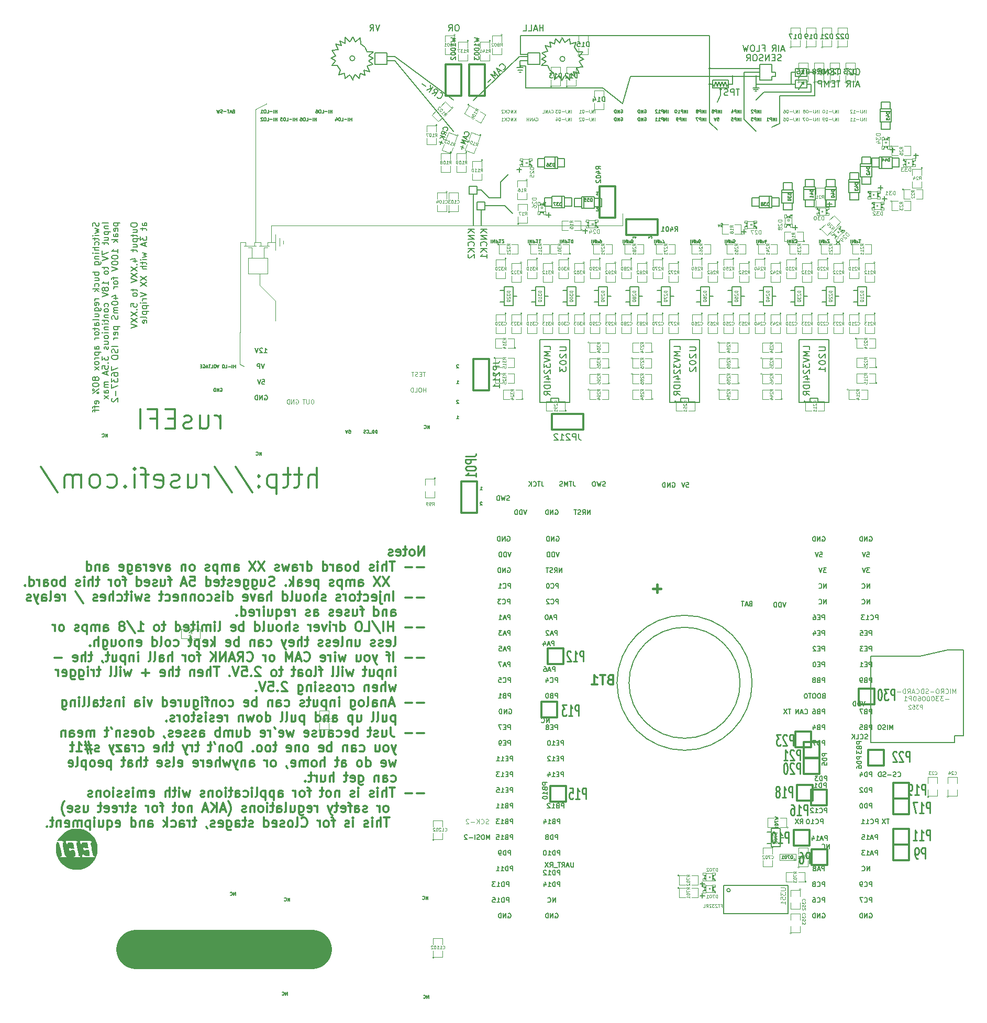
<source format=gbo>
G04 (created by PCBNEW (2013-07-07 BZR 4022)-stable) date 03/11/2014 14:59:00*
%MOIN*%
G04 Gerber Fmt 3.4, Leading zero omitted, Abs format*
%FSLAX34Y34*%
G01*
G70*
G90*
G04 APERTURE LIST*
%ADD10C,0.00393701*%
%ADD11C,0.005*%
%ADD12C,0.012*%
%ADD13C,0.25*%
%ADD14C,0.00492126*%
%ADD15C,0.004*%
%ADD16C,0.006*%
%ADD17C,0.004925*%
%ADD18C,0.0045*%
%ADD19C,0.0039*%
%ADD20C,0.015*%
%ADD21C,0.0079*%
%ADD22C,0.0001*%
%ADD23C,0.008*%
%ADD24C,0.0059*%
%ADD25C,0.0125*%
%ADD26C,0.0031*%
%ADD27C,0.00590551*%
%ADD28C,0.0026*%
%ADD29C,0.002*%
%ADD30C,0.0043*%
%ADD31C,0.0107*%
G04 APERTURE END LIST*
G54D10*
G54D11*
X57950Y-38321D02*
X57850Y-38621D01*
X57750Y-38321D01*
X57649Y-38621D02*
X57649Y-38321D01*
X57535Y-38321D01*
X57507Y-38335D01*
X57492Y-38350D01*
X57478Y-38378D01*
X57478Y-38421D01*
X57492Y-38450D01*
X57507Y-38464D01*
X57535Y-38478D01*
X57649Y-38478D01*
X59407Y-78530D02*
X59407Y-78330D01*
X59292Y-78530D01*
X59292Y-78330D01*
X59083Y-78511D02*
X59092Y-78521D01*
X59121Y-78530D01*
X59140Y-78530D01*
X59169Y-78521D01*
X59188Y-78502D01*
X59197Y-78483D01*
X59207Y-78445D01*
X59207Y-78416D01*
X59197Y-78378D01*
X59188Y-78359D01*
X59169Y-78340D01*
X59140Y-78330D01*
X59121Y-78330D01*
X59092Y-78340D01*
X59083Y-78350D01*
X59557Y-72530D02*
X59557Y-72330D01*
X59442Y-72530D01*
X59442Y-72330D01*
X59233Y-72511D02*
X59242Y-72521D01*
X59271Y-72530D01*
X59290Y-72530D01*
X59319Y-72521D01*
X59338Y-72502D01*
X59347Y-72483D01*
X59357Y-72445D01*
X59357Y-72416D01*
X59347Y-72378D01*
X59338Y-72359D01*
X59319Y-72340D01*
X59290Y-72330D01*
X59271Y-72330D01*
X59242Y-72340D01*
X59233Y-72350D01*
X68407Y-78730D02*
X68407Y-78530D01*
X68292Y-78730D01*
X68292Y-78530D01*
X68083Y-78711D02*
X68092Y-78721D01*
X68121Y-78730D01*
X68140Y-78730D01*
X68169Y-78721D01*
X68188Y-78702D01*
X68197Y-78683D01*
X68207Y-78645D01*
X68207Y-78616D01*
X68197Y-78578D01*
X68188Y-78559D01*
X68169Y-78540D01*
X68140Y-78530D01*
X68121Y-78530D01*
X68092Y-78540D01*
X68083Y-78550D01*
X56107Y-72180D02*
X56107Y-71980D01*
X55992Y-72180D01*
X55992Y-71980D01*
X55783Y-72161D02*
X55792Y-72171D01*
X55821Y-72180D01*
X55840Y-72180D01*
X55869Y-72171D01*
X55888Y-72152D01*
X55897Y-72133D01*
X55907Y-72095D01*
X55907Y-72066D01*
X55897Y-72028D01*
X55888Y-72009D01*
X55869Y-71990D01*
X55840Y-71980D01*
X55821Y-71980D01*
X55792Y-71990D01*
X55783Y-72000D01*
X68357Y-72430D02*
X68357Y-72230D01*
X68242Y-72430D01*
X68242Y-72230D01*
X68033Y-72411D02*
X68042Y-72421D01*
X68071Y-72430D01*
X68090Y-72430D01*
X68119Y-72421D01*
X68138Y-72402D01*
X68147Y-72383D01*
X68157Y-72345D01*
X68157Y-72316D01*
X68147Y-72278D01*
X68138Y-72259D01*
X68119Y-72240D01*
X68090Y-72230D01*
X68071Y-72230D01*
X68042Y-72240D01*
X68033Y-72250D01*
X68457Y-42430D02*
X68457Y-42230D01*
X68342Y-42430D01*
X68342Y-42230D01*
X68133Y-42411D02*
X68142Y-42421D01*
X68171Y-42430D01*
X68190Y-42430D01*
X68219Y-42421D01*
X68238Y-42402D01*
X68247Y-42383D01*
X68257Y-42345D01*
X68257Y-42316D01*
X68247Y-42278D01*
X68238Y-42259D01*
X68219Y-42240D01*
X68190Y-42230D01*
X68171Y-42230D01*
X68142Y-42240D01*
X68133Y-42250D01*
X47957Y-42980D02*
X47957Y-42780D01*
X47842Y-42980D01*
X47842Y-42780D01*
X47633Y-42961D02*
X47642Y-42971D01*
X47671Y-42980D01*
X47690Y-42980D01*
X47719Y-42971D01*
X47738Y-42952D01*
X47747Y-42933D01*
X47757Y-42895D01*
X47757Y-42866D01*
X47747Y-42828D01*
X47738Y-42809D01*
X47719Y-42790D01*
X47690Y-42780D01*
X47671Y-42780D01*
X47642Y-42790D01*
X47633Y-42800D01*
X57757Y-44130D02*
X57757Y-43930D01*
X57642Y-44130D01*
X57642Y-43930D01*
X57433Y-44111D02*
X57442Y-44121D01*
X57471Y-44130D01*
X57490Y-44130D01*
X57519Y-44121D01*
X57538Y-44102D01*
X57547Y-44083D01*
X57557Y-44045D01*
X57557Y-44016D01*
X57547Y-43978D01*
X57538Y-43959D01*
X57519Y-43940D01*
X57490Y-43930D01*
X57471Y-43930D01*
X57442Y-43940D01*
X57433Y-43950D01*
X65135Y-42730D02*
X65135Y-42530D01*
X65088Y-42530D01*
X65059Y-42540D01*
X65040Y-42559D01*
X65030Y-42578D01*
X65021Y-42616D01*
X65021Y-42645D01*
X65030Y-42683D01*
X65040Y-42702D01*
X65059Y-42721D01*
X65088Y-42730D01*
X65135Y-42730D01*
X64935Y-42730D02*
X64935Y-42530D01*
X64888Y-42530D01*
X64859Y-42540D01*
X64840Y-42559D01*
X64830Y-42578D01*
X64821Y-42616D01*
X64821Y-42645D01*
X64830Y-42683D01*
X64840Y-42702D01*
X64859Y-42721D01*
X64888Y-42730D01*
X64935Y-42730D01*
X64783Y-42750D02*
X64630Y-42750D01*
X64469Y-42711D02*
X64478Y-42721D01*
X64507Y-42730D01*
X64526Y-42730D01*
X64554Y-42721D01*
X64573Y-42702D01*
X64583Y-42683D01*
X64592Y-42645D01*
X64592Y-42616D01*
X64583Y-42578D01*
X64573Y-42559D01*
X64554Y-42540D01*
X64526Y-42530D01*
X64507Y-42530D01*
X64478Y-42540D01*
X64469Y-42550D01*
X64392Y-42721D02*
X64364Y-42730D01*
X64316Y-42730D01*
X64297Y-42721D01*
X64288Y-42711D01*
X64278Y-42692D01*
X64278Y-42673D01*
X64288Y-42654D01*
X64297Y-42645D01*
X64316Y-42635D01*
X64354Y-42626D01*
X64373Y-42616D01*
X64383Y-42607D01*
X64392Y-42588D01*
X64392Y-42569D01*
X64383Y-42550D01*
X64373Y-42540D01*
X64354Y-42530D01*
X64307Y-42530D01*
X64278Y-42540D01*
X63335Y-42530D02*
X63430Y-42530D01*
X63440Y-42626D01*
X63430Y-42616D01*
X63411Y-42607D01*
X63364Y-42607D01*
X63345Y-42616D01*
X63335Y-42626D01*
X63326Y-42645D01*
X63326Y-42692D01*
X63335Y-42711D01*
X63345Y-42721D01*
X63364Y-42730D01*
X63411Y-42730D01*
X63430Y-42721D01*
X63440Y-42711D01*
X63269Y-42530D02*
X63202Y-42730D01*
X63135Y-42530D01*
X82600Y-30307D02*
X82609Y-30297D01*
X82619Y-30278D01*
X82619Y-30230D01*
X82609Y-30211D01*
X82600Y-30202D01*
X82580Y-30192D01*
X82561Y-30192D01*
X82533Y-30202D01*
X82419Y-30316D01*
X82419Y-30192D01*
X81429Y-30192D02*
X81429Y-30307D01*
X81429Y-30250D02*
X81629Y-30250D01*
X81600Y-30269D01*
X81581Y-30288D01*
X81571Y-30307D01*
X79092Y-28550D02*
X79102Y-28559D01*
X79121Y-28569D01*
X79169Y-28569D01*
X79188Y-28559D01*
X79197Y-28550D01*
X79207Y-28530D01*
X79207Y-28511D01*
X79197Y-28483D01*
X79083Y-28369D01*
X79207Y-28369D01*
X79207Y-27379D02*
X79092Y-27379D01*
X79150Y-27379D02*
X79150Y-27579D01*
X79130Y-27550D01*
X79111Y-27531D01*
X79092Y-27521D01*
X71692Y-46330D02*
X71807Y-46330D01*
X71750Y-46330D02*
X71750Y-46130D01*
X71769Y-46159D01*
X71788Y-46178D01*
X71807Y-46188D01*
X71807Y-47140D02*
X71797Y-47130D01*
X71778Y-47120D01*
X71730Y-47120D01*
X71711Y-47130D01*
X71702Y-47140D01*
X71692Y-47159D01*
X71692Y-47178D01*
X71702Y-47206D01*
X71816Y-47320D01*
X71692Y-47320D01*
X70307Y-40650D02*
X70297Y-40640D01*
X70278Y-40630D01*
X70230Y-40630D01*
X70211Y-40640D01*
X70202Y-40650D01*
X70192Y-40669D01*
X70192Y-40688D01*
X70202Y-40716D01*
X70316Y-40830D01*
X70192Y-40830D01*
X70192Y-41820D02*
X70307Y-41820D01*
X70250Y-41820D02*
X70250Y-41620D01*
X70269Y-41649D01*
X70288Y-41668D01*
X70307Y-41678D01*
X70307Y-38400D02*
X70297Y-38390D01*
X70278Y-38380D01*
X70230Y-38380D01*
X70211Y-38390D01*
X70202Y-38400D01*
X70192Y-38419D01*
X70192Y-38438D01*
X70202Y-38466D01*
X70316Y-38580D01*
X70192Y-38580D01*
X70192Y-39570D02*
X70307Y-39570D01*
X70250Y-39570D02*
X70250Y-39370D01*
X70269Y-39399D01*
X70288Y-39418D01*
X70307Y-39428D01*
G54D12*
X68107Y-50542D02*
X68107Y-49942D01*
X67764Y-50542D01*
X67764Y-49942D01*
X67392Y-50542D02*
X67450Y-50514D01*
X67478Y-50485D01*
X67507Y-50428D01*
X67507Y-50257D01*
X67478Y-50200D01*
X67450Y-50171D01*
X67392Y-50142D01*
X67307Y-50142D01*
X67250Y-50171D01*
X67221Y-50200D01*
X67192Y-50257D01*
X67192Y-50428D01*
X67221Y-50485D01*
X67250Y-50514D01*
X67307Y-50542D01*
X67392Y-50542D01*
X67021Y-50142D02*
X66792Y-50142D01*
X66935Y-49942D02*
X66935Y-50457D01*
X66907Y-50514D01*
X66850Y-50542D01*
X66792Y-50542D01*
X66364Y-50514D02*
X66421Y-50542D01*
X66535Y-50542D01*
X66592Y-50514D01*
X66621Y-50457D01*
X66621Y-50228D01*
X66592Y-50171D01*
X66535Y-50142D01*
X66421Y-50142D01*
X66364Y-50171D01*
X66335Y-50228D01*
X66335Y-50285D01*
X66621Y-50342D01*
X66107Y-50514D02*
X66050Y-50542D01*
X65935Y-50542D01*
X65878Y-50514D01*
X65850Y-50457D01*
X65850Y-50428D01*
X65878Y-50371D01*
X65935Y-50342D01*
X66021Y-50342D01*
X66078Y-50314D01*
X66107Y-50257D01*
X66107Y-50228D01*
X66078Y-50171D01*
X66021Y-50142D01*
X65935Y-50142D01*
X65878Y-50171D01*
X68107Y-51274D02*
X67650Y-51274D01*
X67364Y-51274D02*
X66907Y-51274D01*
X66250Y-50902D02*
X65907Y-50902D01*
X66078Y-51502D02*
X66078Y-50902D01*
X65707Y-51502D02*
X65707Y-50902D01*
X65450Y-51502D02*
X65450Y-51188D01*
X65478Y-51131D01*
X65535Y-51102D01*
X65621Y-51102D01*
X65678Y-51131D01*
X65707Y-51160D01*
X65164Y-51502D02*
X65164Y-51102D01*
X65164Y-50902D02*
X65192Y-50931D01*
X65164Y-50960D01*
X65135Y-50931D01*
X65164Y-50902D01*
X65164Y-50960D01*
X64907Y-51474D02*
X64850Y-51502D01*
X64735Y-51502D01*
X64678Y-51474D01*
X64650Y-51417D01*
X64650Y-51388D01*
X64678Y-51331D01*
X64735Y-51302D01*
X64821Y-51302D01*
X64878Y-51274D01*
X64907Y-51217D01*
X64907Y-51188D01*
X64878Y-51131D01*
X64821Y-51102D01*
X64735Y-51102D01*
X64678Y-51131D01*
X63935Y-51502D02*
X63935Y-50902D01*
X63935Y-51131D02*
X63878Y-51102D01*
X63764Y-51102D01*
X63707Y-51131D01*
X63678Y-51160D01*
X63650Y-51217D01*
X63650Y-51388D01*
X63678Y-51445D01*
X63707Y-51474D01*
X63764Y-51502D01*
X63878Y-51502D01*
X63935Y-51474D01*
X63307Y-51502D02*
X63364Y-51474D01*
X63392Y-51445D01*
X63421Y-51388D01*
X63421Y-51217D01*
X63392Y-51160D01*
X63364Y-51131D01*
X63307Y-51102D01*
X63221Y-51102D01*
X63164Y-51131D01*
X63135Y-51160D01*
X63107Y-51217D01*
X63107Y-51388D01*
X63135Y-51445D01*
X63164Y-51474D01*
X63221Y-51502D01*
X63307Y-51502D01*
X62592Y-51502D02*
X62592Y-51188D01*
X62621Y-51131D01*
X62678Y-51102D01*
X62792Y-51102D01*
X62850Y-51131D01*
X62592Y-51474D02*
X62650Y-51502D01*
X62792Y-51502D01*
X62850Y-51474D01*
X62878Y-51417D01*
X62878Y-51360D01*
X62850Y-51302D01*
X62792Y-51274D01*
X62650Y-51274D01*
X62592Y-51245D01*
X62307Y-51502D02*
X62307Y-51102D01*
X62307Y-51217D02*
X62278Y-51160D01*
X62250Y-51131D01*
X62192Y-51102D01*
X62135Y-51102D01*
X61678Y-51502D02*
X61678Y-50902D01*
X61678Y-51474D02*
X61735Y-51502D01*
X61850Y-51502D01*
X61907Y-51474D01*
X61935Y-51445D01*
X61964Y-51388D01*
X61964Y-51217D01*
X61935Y-51160D01*
X61907Y-51131D01*
X61850Y-51102D01*
X61735Y-51102D01*
X61678Y-51131D01*
X60678Y-51502D02*
X60678Y-50902D01*
X60678Y-51474D02*
X60735Y-51502D01*
X60850Y-51502D01*
X60907Y-51474D01*
X60935Y-51445D01*
X60964Y-51388D01*
X60964Y-51217D01*
X60935Y-51160D01*
X60907Y-51131D01*
X60850Y-51102D01*
X60735Y-51102D01*
X60678Y-51131D01*
X60392Y-51502D02*
X60392Y-51102D01*
X60392Y-51217D02*
X60364Y-51160D01*
X60335Y-51131D01*
X60278Y-51102D01*
X60221Y-51102D01*
X59764Y-51502D02*
X59764Y-51188D01*
X59792Y-51131D01*
X59850Y-51102D01*
X59964Y-51102D01*
X60021Y-51131D01*
X59764Y-51474D02*
X59821Y-51502D01*
X59964Y-51502D01*
X60021Y-51474D01*
X60050Y-51417D01*
X60050Y-51360D01*
X60021Y-51302D01*
X59964Y-51274D01*
X59821Y-51274D01*
X59764Y-51245D01*
X59535Y-51102D02*
X59421Y-51502D01*
X59307Y-51217D01*
X59192Y-51502D01*
X59078Y-51102D01*
X58878Y-51474D02*
X58821Y-51502D01*
X58707Y-51502D01*
X58650Y-51474D01*
X58621Y-51417D01*
X58621Y-51388D01*
X58650Y-51331D01*
X58707Y-51302D01*
X58792Y-51302D01*
X58850Y-51274D01*
X58878Y-51217D01*
X58878Y-51188D01*
X58850Y-51131D01*
X58792Y-51102D01*
X58707Y-51102D01*
X58650Y-51131D01*
X57964Y-50902D02*
X57564Y-51502D01*
X57564Y-50902D02*
X57964Y-51502D01*
X57392Y-50902D02*
X56992Y-51502D01*
X56992Y-50902D02*
X57392Y-51502D01*
X56050Y-51502D02*
X56050Y-51188D01*
X56078Y-51131D01*
X56135Y-51102D01*
X56250Y-51102D01*
X56307Y-51131D01*
X56050Y-51474D02*
X56107Y-51502D01*
X56250Y-51502D01*
X56307Y-51474D01*
X56335Y-51417D01*
X56335Y-51360D01*
X56307Y-51302D01*
X56250Y-51274D01*
X56107Y-51274D01*
X56050Y-51245D01*
X55764Y-51502D02*
X55764Y-51102D01*
X55764Y-51160D02*
X55735Y-51131D01*
X55678Y-51102D01*
X55592Y-51102D01*
X55535Y-51131D01*
X55507Y-51188D01*
X55507Y-51502D01*
X55507Y-51188D02*
X55478Y-51131D01*
X55421Y-51102D01*
X55335Y-51102D01*
X55278Y-51131D01*
X55250Y-51188D01*
X55250Y-51502D01*
X54964Y-51102D02*
X54964Y-51702D01*
X54964Y-51131D02*
X54907Y-51102D01*
X54792Y-51102D01*
X54735Y-51131D01*
X54707Y-51160D01*
X54678Y-51217D01*
X54678Y-51388D01*
X54707Y-51445D01*
X54735Y-51474D01*
X54792Y-51502D01*
X54907Y-51502D01*
X54964Y-51474D01*
X54450Y-51474D02*
X54392Y-51502D01*
X54278Y-51502D01*
X54221Y-51474D01*
X54192Y-51417D01*
X54192Y-51388D01*
X54221Y-51331D01*
X54278Y-51302D01*
X54364Y-51302D01*
X54421Y-51274D01*
X54450Y-51217D01*
X54450Y-51188D01*
X54421Y-51131D01*
X54364Y-51102D01*
X54278Y-51102D01*
X54221Y-51131D01*
X53392Y-51502D02*
X53450Y-51474D01*
X53478Y-51445D01*
X53507Y-51388D01*
X53507Y-51217D01*
X53478Y-51160D01*
X53450Y-51131D01*
X53392Y-51102D01*
X53307Y-51102D01*
X53250Y-51131D01*
X53221Y-51160D01*
X53192Y-51217D01*
X53192Y-51388D01*
X53221Y-51445D01*
X53250Y-51474D01*
X53307Y-51502D01*
X53392Y-51502D01*
X52935Y-51102D02*
X52935Y-51502D01*
X52935Y-51160D02*
X52907Y-51131D01*
X52850Y-51102D01*
X52764Y-51102D01*
X52707Y-51131D01*
X52678Y-51188D01*
X52678Y-51502D01*
X51678Y-51502D02*
X51678Y-51188D01*
X51707Y-51131D01*
X51764Y-51102D01*
X51878Y-51102D01*
X51935Y-51131D01*
X51678Y-51474D02*
X51735Y-51502D01*
X51878Y-51502D01*
X51935Y-51474D01*
X51964Y-51417D01*
X51964Y-51360D01*
X51935Y-51302D01*
X51878Y-51274D01*
X51735Y-51274D01*
X51678Y-51245D01*
X51450Y-51102D02*
X51307Y-51502D01*
X51164Y-51102D01*
X50707Y-51474D02*
X50764Y-51502D01*
X50878Y-51502D01*
X50935Y-51474D01*
X50964Y-51417D01*
X50964Y-51188D01*
X50935Y-51131D01*
X50878Y-51102D01*
X50764Y-51102D01*
X50707Y-51131D01*
X50678Y-51188D01*
X50678Y-51245D01*
X50964Y-51302D01*
X50421Y-51502D02*
X50421Y-51102D01*
X50421Y-51217D02*
X50392Y-51160D01*
X50364Y-51131D01*
X50307Y-51102D01*
X50250Y-51102D01*
X49792Y-51502D02*
X49792Y-51188D01*
X49821Y-51131D01*
X49878Y-51102D01*
X49992Y-51102D01*
X50050Y-51131D01*
X49792Y-51474D02*
X49850Y-51502D01*
X49992Y-51502D01*
X50050Y-51474D01*
X50078Y-51417D01*
X50078Y-51360D01*
X50050Y-51302D01*
X49992Y-51274D01*
X49850Y-51274D01*
X49792Y-51245D01*
X49250Y-51102D02*
X49250Y-51588D01*
X49278Y-51645D01*
X49307Y-51674D01*
X49364Y-51702D01*
X49450Y-51702D01*
X49507Y-51674D01*
X49250Y-51474D02*
X49307Y-51502D01*
X49421Y-51502D01*
X49478Y-51474D01*
X49507Y-51445D01*
X49535Y-51388D01*
X49535Y-51217D01*
X49507Y-51160D01*
X49478Y-51131D01*
X49421Y-51102D01*
X49307Y-51102D01*
X49250Y-51131D01*
X48735Y-51474D02*
X48792Y-51502D01*
X48907Y-51502D01*
X48964Y-51474D01*
X48992Y-51417D01*
X48992Y-51188D01*
X48964Y-51131D01*
X48907Y-51102D01*
X48792Y-51102D01*
X48735Y-51131D01*
X48707Y-51188D01*
X48707Y-51245D01*
X48992Y-51302D01*
X47735Y-51502D02*
X47735Y-51188D01*
X47764Y-51131D01*
X47821Y-51102D01*
X47935Y-51102D01*
X47992Y-51131D01*
X47735Y-51474D02*
X47792Y-51502D01*
X47935Y-51502D01*
X47992Y-51474D01*
X48021Y-51417D01*
X48021Y-51360D01*
X47992Y-51302D01*
X47935Y-51274D01*
X47792Y-51274D01*
X47735Y-51245D01*
X47450Y-51102D02*
X47450Y-51502D01*
X47450Y-51160D02*
X47421Y-51131D01*
X47364Y-51102D01*
X47278Y-51102D01*
X47221Y-51131D01*
X47192Y-51188D01*
X47192Y-51502D01*
X46650Y-51502D02*
X46650Y-50902D01*
X46650Y-51474D02*
X46707Y-51502D01*
X46821Y-51502D01*
X46878Y-51474D01*
X46907Y-51445D01*
X46935Y-51388D01*
X46935Y-51217D01*
X46907Y-51160D01*
X46878Y-51131D01*
X46821Y-51102D01*
X46707Y-51102D01*
X46650Y-51131D01*
X65878Y-51862D02*
X65478Y-52462D01*
X65478Y-51862D02*
X65878Y-52462D01*
X65307Y-51862D02*
X64907Y-52462D01*
X64907Y-51862D02*
X65307Y-52462D01*
X63964Y-52462D02*
X63964Y-52148D01*
X63992Y-52091D01*
X64049Y-52062D01*
X64164Y-52062D01*
X64221Y-52091D01*
X63964Y-52434D02*
X64021Y-52462D01*
X64164Y-52462D01*
X64221Y-52434D01*
X64249Y-52377D01*
X64249Y-52320D01*
X64221Y-52262D01*
X64164Y-52234D01*
X64021Y-52234D01*
X63964Y-52205D01*
X63678Y-52462D02*
X63678Y-52062D01*
X63678Y-52120D02*
X63649Y-52091D01*
X63592Y-52062D01*
X63507Y-52062D01*
X63449Y-52091D01*
X63421Y-52148D01*
X63421Y-52462D01*
X63421Y-52148D02*
X63392Y-52091D01*
X63335Y-52062D01*
X63249Y-52062D01*
X63192Y-52091D01*
X63164Y-52148D01*
X63164Y-52462D01*
X62878Y-52062D02*
X62878Y-52662D01*
X62878Y-52091D02*
X62821Y-52062D01*
X62707Y-52062D01*
X62649Y-52091D01*
X62621Y-52120D01*
X62592Y-52177D01*
X62592Y-52348D01*
X62621Y-52405D01*
X62649Y-52434D01*
X62707Y-52462D01*
X62821Y-52462D01*
X62878Y-52434D01*
X62364Y-52434D02*
X62307Y-52462D01*
X62192Y-52462D01*
X62135Y-52434D01*
X62107Y-52377D01*
X62107Y-52348D01*
X62135Y-52291D01*
X62192Y-52262D01*
X62278Y-52262D01*
X62335Y-52234D01*
X62364Y-52177D01*
X62364Y-52148D01*
X62335Y-52091D01*
X62278Y-52062D01*
X62192Y-52062D01*
X62135Y-52091D01*
X61392Y-52062D02*
X61392Y-52662D01*
X61392Y-52091D02*
X61335Y-52062D01*
X61221Y-52062D01*
X61164Y-52091D01*
X61135Y-52120D01*
X61107Y-52177D01*
X61107Y-52348D01*
X61135Y-52405D01*
X61164Y-52434D01*
X61221Y-52462D01*
X61335Y-52462D01*
X61392Y-52434D01*
X60621Y-52434D02*
X60678Y-52462D01*
X60792Y-52462D01*
X60849Y-52434D01*
X60878Y-52377D01*
X60878Y-52148D01*
X60849Y-52091D01*
X60792Y-52062D01*
X60678Y-52062D01*
X60621Y-52091D01*
X60592Y-52148D01*
X60592Y-52205D01*
X60878Y-52262D01*
X60078Y-52462D02*
X60078Y-52148D01*
X60107Y-52091D01*
X60164Y-52062D01*
X60278Y-52062D01*
X60335Y-52091D01*
X60078Y-52434D02*
X60135Y-52462D01*
X60278Y-52462D01*
X60335Y-52434D01*
X60364Y-52377D01*
X60364Y-52320D01*
X60335Y-52262D01*
X60278Y-52234D01*
X60135Y-52234D01*
X60078Y-52205D01*
X59792Y-52462D02*
X59792Y-51862D01*
X59735Y-52234D02*
X59564Y-52462D01*
X59564Y-52062D02*
X59792Y-52291D01*
X59307Y-52405D02*
X59278Y-52434D01*
X59307Y-52462D01*
X59335Y-52434D01*
X59307Y-52405D01*
X59307Y-52462D01*
X58592Y-52434D02*
X58507Y-52462D01*
X58364Y-52462D01*
X58307Y-52434D01*
X58278Y-52405D01*
X58249Y-52348D01*
X58249Y-52291D01*
X58278Y-52234D01*
X58307Y-52205D01*
X58364Y-52177D01*
X58478Y-52148D01*
X58535Y-52120D01*
X58564Y-52091D01*
X58592Y-52034D01*
X58592Y-51977D01*
X58564Y-51920D01*
X58535Y-51891D01*
X58478Y-51862D01*
X58335Y-51862D01*
X58249Y-51891D01*
X57735Y-52062D02*
X57735Y-52462D01*
X57992Y-52062D02*
X57992Y-52377D01*
X57964Y-52434D01*
X57907Y-52462D01*
X57821Y-52462D01*
X57764Y-52434D01*
X57735Y-52405D01*
X57192Y-52062D02*
X57192Y-52548D01*
X57221Y-52605D01*
X57249Y-52634D01*
X57307Y-52662D01*
X57392Y-52662D01*
X57449Y-52634D01*
X57192Y-52434D02*
X57249Y-52462D01*
X57364Y-52462D01*
X57421Y-52434D01*
X57449Y-52405D01*
X57478Y-52348D01*
X57478Y-52177D01*
X57449Y-52120D01*
X57421Y-52091D01*
X57364Y-52062D01*
X57249Y-52062D01*
X57192Y-52091D01*
X56649Y-52062D02*
X56649Y-52548D01*
X56678Y-52605D01*
X56707Y-52634D01*
X56764Y-52662D01*
X56849Y-52662D01*
X56907Y-52634D01*
X56649Y-52434D02*
X56707Y-52462D01*
X56821Y-52462D01*
X56878Y-52434D01*
X56907Y-52405D01*
X56935Y-52348D01*
X56935Y-52177D01*
X56907Y-52120D01*
X56878Y-52091D01*
X56821Y-52062D01*
X56707Y-52062D01*
X56649Y-52091D01*
X56135Y-52434D02*
X56192Y-52462D01*
X56307Y-52462D01*
X56364Y-52434D01*
X56392Y-52377D01*
X56392Y-52148D01*
X56364Y-52091D01*
X56307Y-52062D01*
X56192Y-52062D01*
X56135Y-52091D01*
X56107Y-52148D01*
X56107Y-52205D01*
X56392Y-52262D01*
X55878Y-52434D02*
X55821Y-52462D01*
X55707Y-52462D01*
X55649Y-52434D01*
X55621Y-52377D01*
X55621Y-52348D01*
X55649Y-52291D01*
X55707Y-52262D01*
X55792Y-52262D01*
X55849Y-52234D01*
X55878Y-52177D01*
X55878Y-52148D01*
X55849Y-52091D01*
X55792Y-52062D01*
X55707Y-52062D01*
X55649Y-52091D01*
X55449Y-52062D02*
X55221Y-52062D01*
X55364Y-51862D02*
X55364Y-52377D01*
X55335Y-52434D01*
X55278Y-52462D01*
X55221Y-52462D01*
X54792Y-52434D02*
X54849Y-52462D01*
X54964Y-52462D01*
X55021Y-52434D01*
X55049Y-52377D01*
X55049Y-52148D01*
X55021Y-52091D01*
X54964Y-52062D01*
X54849Y-52062D01*
X54792Y-52091D01*
X54764Y-52148D01*
X54764Y-52205D01*
X55049Y-52262D01*
X54249Y-52462D02*
X54249Y-51862D01*
X54249Y-52434D02*
X54307Y-52462D01*
X54421Y-52462D01*
X54478Y-52434D01*
X54507Y-52405D01*
X54535Y-52348D01*
X54535Y-52177D01*
X54507Y-52120D01*
X54478Y-52091D01*
X54421Y-52062D01*
X54307Y-52062D01*
X54249Y-52091D01*
X53221Y-51862D02*
X53507Y-51862D01*
X53535Y-52148D01*
X53507Y-52120D01*
X53449Y-52091D01*
X53307Y-52091D01*
X53249Y-52120D01*
X53221Y-52148D01*
X53192Y-52205D01*
X53192Y-52348D01*
X53221Y-52405D01*
X53249Y-52434D01*
X53307Y-52462D01*
X53449Y-52462D01*
X53507Y-52434D01*
X53535Y-52405D01*
X52964Y-52291D02*
X52678Y-52291D01*
X53021Y-52462D02*
X52821Y-51862D01*
X52621Y-52462D01*
X52049Y-52062D02*
X51821Y-52062D01*
X51964Y-52462D02*
X51964Y-51948D01*
X51935Y-51891D01*
X51878Y-51862D01*
X51821Y-51862D01*
X51364Y-52062D02*
X51364Y-52462D01*
X51621Y-52062D02*
X51621Y-52377D01*
X51592Y-52434D01*
X51535Y-52462D01*
X51449Y-52462D01*
X51392Y-52434D01*
X51364Y-52405D01*
X51107Y-52434D02*
X51049Y-52462D01*
X50935Y-52462D01*
X50878Y-52434D01*
X50849Y-52377D01*
X50849Y-52348D01*
X50878Y-52291D01*
X50935Y-52262D01*
X51021Y-52262D01*
X51078Y-52234D01*
X51107Y-52177D01*
X51107Y-52148D01*
X51078Y-52091D01*
X51021Y-52062D01*
X50935Y-52062D01*
X50878Y-52091D01*
X50364Y-52434D02*
X50421Y-52462D01*
X50535Y-52462D01*
X50592Y-52434D01*
X50621Y-52377D01*
X50621Y-52148D01*
X50592Y-52091D01*
X50535Y-52062D01*
X50421Y-52062D01*
X50364Y-52091D01*
X50335Y-52148D01*
X50335Y-52205D01*
X50621Y-52262D01*
X49821Y-52462D02*
X49821Y-51862D01*
X49821Y-52434D02*
X49878Y-52462D01*
X49992Y-52462D01*
X50049Y-52434D01*
X50078Y-52405D01*
X50107Y-52348D01*
X50107Y-52177D01*
X50078Y-52120D01*
X50049Y-52091D01*
X49992Y-52062D01*
X49878Y-52062D01*
X49821Y-52091D01*
X49164Y-52062D02*
X48935Y-52062D01*
X49078Y-52462D02*
X49078Y-51948D01*
X49049Y-51891D01*
X48992Y-51862D01*
X48935Y-51862D01*
X48649Y-52462D02*
X48707Y-52434D01*
X48735Y-52405D01*
X48764Y-52348D01*
X48764Y-52177D01*
X48735Y-52120D01*
X48707Y-52091D01*
X48649Y-52062D01*
X48564Y-52062D01*
X48507Y-52091D01*
X48478Y-52120D01*
X48449Y-52177D01*
X48449Y-52348D01*
X48478Y-52405D01*
X48507Y-52434D01*
X48564Y-52462D01*
X48649Y-52462D01*
X48192Y-52462D02*
X48192Y-52062D01*
X48192Y-52177D02*
X48164Y-52120D01*
X48135Y-52091D01*
X48078Y-52062D01*
X48021Y-52062D01*
X47449Y-52062D02*
X47221Y-52062D01*
X47364Y-51862D02*
X47364Y-52377D01*
X47335Y-52434D01*
X47278Y-52462D01*
X47221Y-52462D01*
X47021Y-52462D02*
X47021Y-51862D01*
X46764Y-52462D02*
X46764Y-52148D01*
X46792Y-52091D01*
X46849Y-52062D01*
X46935Y-52062D01*
X46992Y-52091D01*
X47021Y-52120D01*
X46478Y-52462D02*
X46478Y-52062D01*
X46478Y-51862D02*
X46507Y-51891D01*
X46478Y-51920D01*
X46449Y-51891D01*
X46478Y-51862D01*
X46478Y-51920D01*
X46221Y-52434D02*
X46164Y-52462D01*
X46049Y-52462D01*
X45992Y-52434D01*
X45964Y-52377D01*
X45964Y-52348D01*
X45992Y-52291D01*
X46049Y-52262D01*
X46135Y-52262D01*
X46192Y-52234D01*
X46221Y-52177D01*
X46221Y-52148D01*
X46192Y-52091D01*
X46135Y-52062D01*
X46049Y-52062D01*
X45992Y-52091D01*
X45249Y-52462D02*
X45249Y-51862D01*
X45249Y-52091D02*
X45192Y-52062D01*
X45078Y-52062D01*
X45021Y-52091D01*
X44992Y-52120D01*
X44964Y-52177D01*
X44964Y-52348D01*
X44992Y-52405D01*
X45021Y-52434D01*
X45078Y-52462D01*
X45192Y-52462D01*
X45249Y-52434D01*
X44621Y-52462D02*
X44678Y-52434D01*
X44707Y-52405D01*
X44735Y-52348D01*
X44735Y-52177D01*
X44707Y-52120D01*
X44678Y-52091D01*
X44621Y-52062D01*
X44535Y-52062D01*
X44478Y-52091D01*
X44449Y-52120D01*
X44421Y-52177D01*
X44421Y-52348D01*
X44449Y-52405D01*
X44478Y-52434D01*
X44535Y-52462D01*
X44621Y-52462D01*
X43907Y-52462D02*
X43907Y-52148D01*
X43935Y-52091D01*
X43992Y-52062D01*
X44107Y-52062D01*
X44164Y-52091D01*
X43907Y-52434D02*
X43964Y-52462D01*
X44107Y-52462D01*
X44164Y-52434D01*
X44192Y-52377D01*
X44192Y-52320D01*
X44164Y-52262D01*
X44107Y-52234D01*
X43964Y-52234D01*
X43907Y-52205D01*
X43621Y-52462D02*
X43621Y-52062D01*
X43621Y-52177D02*
X43592Y-52120D01*
X43564Y-52091D01*
X43507Y-52062D01*
X43449Y-52062D01*
X42992Y-52462D02*
X42992Y-51862D01*
X42992Y-52434D02*
X43049Y-52462D01*
X43164Y-52462D01*
X43221Y-52434D01*
X43249Y-52405D01*
X43278Y-52348D01*
X43278Y-52177D01*
X43249Y-52120D01*
X43221Y-52091D01*
X43164Y-52062D01*
X43049Y-52062D01*
X42992Y-52091D01*
X42707Y-52405D02*
X42678Y-52434D01*
X42707Y-52462D01*
X42735Y-52434D01*
X42707Y-52405D01*
X42707Y-52462D01*
X68107Y-53194D02*
X67650Y-53194D01*
X67364Y-53194D02*
X66907Y-53194D01*
X66164Y-53422D02*
X66164Y-52822D01*
X65878Y-53022D02*
X65878Y-53422D01*
X65878Y-53080D02*
X65850Y-53051D01*
X65792Y-53022D01*
X65707Y-53022D01*
X65650Y-53051D01*
X65621Y-53108D01*
X65621Y-53422D01*
X65335Y-53022D02*
X65335Y-53537D01*
X65364Y-53594D01*
X65421Y-53622D01*
X65450Y-53622D01*
X65335Y-52822D02*
X65364Y-52851D01*
X65335Y-52880D01*
X65307Y-52851D01*
X65335Y-52822D01*
X65335Y-52880D01*
X64821Y-53394D02*
X64878Y-53422D01*
X64992Y-53422D01*
X65050Y-53394D01*
X65078Y-53337D01*
X65078Y-53108D01*
X65050Y-53051D01*
X64992Y-53022D01*
X64878Y-53022D01*
X64821Y-53051D01*
X64792Y-53108D01*
X64792Y-53165D01*
X65078Y-53222D01*
X64278Y-53394D02*
X64335Y-53422D01*
X64450Y-53422D01*
X64507Y-53394D01*
X64535Y-53365D01*
X64564Y-53308D01*
X64564Y-53137D01*
X64535Y-53080D01*
X64507Y-53051D01*
X64450Y-53022D01*
X64335Y-53022D01*
X64278Y-53051D01*
X64107Y-53022D02*
X63878Y-53022D01*
X64021Y-52822D02*
X64021Y-53337D01*
X63992Y-53394D01*
X63935Y-53422D01*
X63878Y-53422D01*
X63592Y-53422D02*
X63650Y-53394D01*
X63678Y-53365D01*
X63707Y-53308D01*
X63707Y-53137D01*
X63678Y-53080D01*
X63650Y-53051D01*
X63592Y-53022D01*
X63507Y-53022D01*
X63450Y-53051D01*
X63421Y-53080D01*
X63392Y-53137D01*
X63392Y-53308D01*
X63421Y-53365D01*
X63450Y-53394D01*
X63507Y-53422D01*
X63592Y-53422D01*
X63135Y-53422D02*
X63135Y-53022D01*
X63135Y-53137D02*
X63107Y-53080D01*
X63078Y-53051D01*
X63021Y-53022D01*
X62964Y-53022D01*
X62792Y-53394D02*
X62735Y-53422D01*
X62621Y-53422D01*
X62564Y-53394D01*
X62535Y-53337D01*
X62535Y-53308D01*
X62564Y-53251D01*
X62621Y-53222D01*
X62707Y-53222D01*
X62764Y-53194D01*
X62792Y-53137D01*
X62792Y-53108D01*
X62764Y-53051D01*
X62707Y-53022D01*
X62621Y-53022D01*
X62564Y-53051D01*
X61850Y-53394D02*
X61792Y-53422D01*
X61678Y-53422D01*
X61621Y-53394D01*
X61592Y-53337D01*
X61592Y-53308D01*
X61621Y-53251D01*
X61678Y-53222D01*
X61764Y-53222D01*
X61821Y-53194D01*
X61850Y-53137D01*
X61850Y-53108D01*
X61821Y-53051D01*
X61764Y-53022D01*
X61678Y-53022D01*
X61621Y-53051D01*
X61335Y-53422D02*
X61335Y-52822D01*
X61078Y-53422D02*
X61078Y-53108D01*
X61107Y-53051D01*
X61164Y-53022D01*
X61250Y-53022D01*
X61307Y-53051D01*
X61335Y-53080D01*
X60707Y-53422D02*
X60764Y-53394D01*
X60792Y-53365D01*
X60821Y-53308D01*
X60821Y-53137D01*
X60792Y-53080D01*
X60764Y-53051D01*
X60707Y-53022D01*
X60621Y-53022D01*
X60564Y-53051D01*
X60535Y-53080D01*
X60507Y-53137D01*
X60507Y-53308D01*
X60535Y-53365D01*
X60564Y-53394D01*
X60621Y-53422D01*
X60707Y-53422D01*
X59992Y-53022D02*
X59992Y-53422D01*
X60250Y-53022D02*
X60250Y-53337D01*
X60221Y-53394D01*
X60164Y-53422D01*
X60078Y-53422D01*
X60021Y-53394D01*
X59992Y-53365D01*
X59621Y-53422D02*
X59678Y-53394D01*
X59707Y-53337D01*
X59707Y-52822D01*
X59135Y-53422D02*
X59135Y-52822D01*
X59135Y-53394D02*
X59192Y-53422D01*
X59307Y-53422D01*
X59364Y-53394D01*
X59392Y-53365D01*
X59421Y-53308D01*
X59421Y-53137D01*
X59392Y-53080D01*
X59364Y-53051D01*
X59307Y-53022D01*
X59192Y-53022D01*
X59135Y-53051D01*
X58392Y-53422D02*
X58392Y-52822D01*
X58135Y-53422D02*
X58135Y-53108D01*
X58164Y-53051D01*
X58221Y-53022D01*
X58307Y-53022D01*
X58364Y-53051D01*
X58392Y-53080D01*
X57592Y-53422D02*
X57592Y-53108D01*
X57621Y-53051D01*
X57678Y-53022D01*
X57792Y-53022D01*
X57850Y-53051D01*
X57592Y-53394D02*
X57650Y-53422D01*
X57792Y-53422D01*
X57850Y-53394D01*
X57878Y-53337D01*
X57878Y-53280D01*
X57850Y-53222D01*
X57792Y-53194D01*
X57650Y-53194D01*
X57592Y-53165D01*
X57364Y-53022D02*
X57221Y-53422D01*
X57078Y-53022D01*
X56621Y-53394D02*
X56678Y-53422D01*
X56792Y-53422D01*
X56850Y-53394D01*
X56878Y-53337D01*
X56878Y-53108D01*
X56850Y-53051D01*
X56792Y-53022D01*
X56678Y-53022D01*
X56621Y-53051D01*
X56592Y-53108D01*
X56592Y-53165D01*
X56878Y-53222D01*
X55621Y-53422D02*
X55621Y-52822D01*
X55621Y-53394D02*
X55678Y-53422D01*
X55792Y-53422D01*
X55850Y-53394D01*
X55878Y-53365D01*
X55907Y-53308D01*
X55907Y-53137D01*
X55878Y-53080D01*
X55850Y-53051D01*
X55792Y-53022D01*
X55678Y-53022D01*
X55621Y-53051D01*
X55335Y-53422D02*
X55335Y-53022D01*
X55335Y-52822D02*
X55364Y-52851D01*
X55335Y-52880D01*
X55307Y-52851D01*
X55335Y-52822D01*
X55335Y-52880D01*
X55078Y-53394D02*
X55021Y-53422D01*
X54907Y-53422D01*
X54850Y-53394D01*
X54821Y-53337D01*
X54821Y-53308D01*
X54850Y-53251D01*
X54907Y-53222D01*
X54992Y-53222D01*
X55050Y-53194D01*
X55078Y-53137D01*
X55078Y-53108D01*
X55050Y-53051D01*
X54992Y-53022D01*
X54907Y-53022D01*
X54850Y-53051D01*
X54307Y-53394D02*
X54364Y-53422D01*
X54478Y-53422D01*
X54535Y-53394D01*
X54564Y-53365D01*
X54592Y-53308D01*
X54592Y-53137D01*
X54564Y-53080D01*
X54535Y-53051D01*
X54478Y-53022D01*
X54364Y-53022D01*
X54307Y-53051D01*
X53964Y-53422D02*
X54021Y-53394D01*
X54050Y-53365D01*
X54078Y-53308D01*
X54078Y-53137D01*
X54050Y-53080D01*
X54021Y-53051D01*
X53964Y-53022D01*
X53878Y-53022D01*
X53821Y-53051D01*
X53792Y-53080D01*
X53764Y-53137D01*
X53764Y-53308D01*
X53792Y-53365D01*
X53821Y-53394D01*
X53878Y-53422D01*
X53964Y-53422D01*
X53507Y-53022D02*
X53507Y-53422D01*
X53507Y-53080D02*
X53478Y-53051D01*
X53421Y-53022D01*
X53335Y-53022D01*
X53278Y-53051D01*
X53250Y-53108D01*
X53250Y-53422D01*
X52964Y-53022D02*
X52964Y-53422D01*
X52964Y-53080D02*
X52935Y-53051D01*
X52878Y-53022D01*
X52792Y-53022D01*
X52735Y-53051D01*
X52707Y-53108D01*
X52707Y-53422D01*
X52192Y-53394D02*
X52250Y-53422D01*
X52364Y-53422D01*
X52421Y-53394D01*
X52450Y-53337D01*
X52450Y-53108D01*
X52421Y-53051D01*
X52364Y-53022D01*
X52250Y-53022D01*
X52192Y-53051D01*
X52164Y-53108D01*
X52164Y-53165D01*
X52450Y-53222D01*
X51650Y-53394D02*
X51707Y-53422D01*
X51821Y-53422D01*
X51878Y-53394D01*
X51907Y-53365D01*
X51935Y-53308D01*
X51935Y-53137D01*
X51907Y-53080D01*
X51878Y-53051D01*
X51821Y-53022D01*
X51707Y-53022D01*
X51650Y-53051D01*
X51478Y-53022D02*
X51250Y-53022D01*
X51392Y-52822D02*
X51392Y-53337D01*
X51364Y-53394D01*
X51307Y-53422D01*
X51250Y-53422D01*
X50621Y-53394D02*
X50564Y-53422D01*
X50450Y-53422D01*
X50392Y-53394D01*
X50364Y-53337D01*
X50364Y-53308D01*
X50392Y-53251D01*
X50450Y-53222D01*
X50535Y-53222D01*
X50592Y-53194D01*
X50621Y-53137D01*
X50621Y-53108D01*
X50592Y-53051D01*
X50535Y-53022D01*
X50450Y-53022D01*
X50392Y-53051D01*
X50164Y-53022D02*
X50050Y-53422D01*
X49935Y-53137D01*
X49821Y-53422D01*
X49707Y-53022D01*
X49478Y-53422D02*
X49478Y-53022D01*
X49478Y-52822D02*
X49507Y-52851D01*
X49478Y-52880D01*
X49450Y-52851D01*
X49478Y-52822D01*
X49478Y-52880D01*
X49278Y-53022D02*
X49050Y-53022D01*
X49192Y-52822D02*
X49192Y-53337D01*
X49164Y-53394D01*
X49107Y-53422D01*
X49050Y-53422D01*
X48592Y-53394D02*
X48650Y-53422D01*
X48764Y-53422D01*
X48821Y-53394D01*
X48850Y-53365D01*
X48878Y-53308D01*
X48878Y-53137D01*
X48850Y-53080D01*
X48821Y-53051D01*
X48764Y-53022D01*
X48650Y-53022D01*
X48592Y-53051D01*
X48335Y-53422D02*
X48335Y-52822D01*
X48078Y-53422D02*
X48078Y-53108D01*
X48107Y-53051D01*
X48164Y-53022D01*
X48250Y-53022D01*
X48307Y-53051D01*
X48335Y-53080D01*
X47564Y-53394D02*
X47621Y-53422D01*
X47735Y-53422D01*
X47792Y-53394D01*
X47821Y-53337D01*
X47821Y-53108D01*
X47792Y-53051D01*
X47735Y-53022D01*
X47621Y-53022D01*
X47564Y-53051D01*
X47535Y-53108D01*
X47535Y-53165D01*
X47821Y-53222D01*
X47307Y-53394D02*
X47250Y-53422D01*
X47135Y-53422D01*
X47078Y-53394D01*
X47050Y-53337D01*
X47050Y-53308D01*
X47078Y-53251D01*
X47135Y-53222D01*
X47221Y-53222D01*
X47278Y-53194D01*
X47307Y-53137D01*
X47307Y-53108D01*
X47278Y-53051D01*
X47221Y-53022D01*
X47135Y-53022D01*
X47078Y-53051D01*
X45907Y-52794D02*
X46421Y-53565D01*
X45250Y-53422D02*
X45250Y-53022D01*
X45250Y-53137D02*
X45221Y-53080D01*
X45192Y-53051D01*
X45135Y-53022D01*
X45078Y-53022D01*
X44650Y-53394D02*
X44707Y-53422D01*
X44821Y-53422D01*
X44878Y-53394D01*
X44907Y-53337D01*
X44907Y-53108D01*
X44878Y-53051D01*
X44821Y-53022D01*
X44707Y-53022D01*
X44650Y-53051D01*
X44621Y-53108D01*
X44621Y-53165D01*
X44907Y-53222D01*
X44278Y-53422D02*
X44335Y-53394D01*
X44364Y-53337D01*
X44364Y-52822D01*
X43792Y-53422D02*
X43792Y-53108D01*
X43821Y-53051D01*
X43878Y-53022D01*
X43992Y-53022D01*
X44050Y-53051D01*
X43792Y-53394D02*
X43850Y-53422D01*
X43992Y-53422D01*
X44050Y-53394D01*
X44078Y-53337D01*
X44078Y-53280D01*
X44050Y-53222D01*
X43992Y-53194D01*
X43850Y-53194D01*
X43792Y-53165D01*
X43564Y-53022D02*
X43421Y-53422D01*
X43278Y-53022D02*
X43421Y-53422D01*
X43478Y-53565D01*
X43507Y-53594D01*
X43564Y-53622D01*
X43078Y-53394D02*
X43021Y-53422D01*
X42907Y-53422D01*
X42850Y-53394D01*
X42821Y-53337D01*
X42821Y-53308D01*
X42850Y-53251D01*
X42907Y-53222D01*
X42992Y-53222D01*
X43050Y-53194D01*
X43078Y-53137D01*
X43078Y-53108D01*
X43050Y-53051D01*
X42992Y-53022D01*
X42907Y-53022D01*
X42850Y-53051D01*
X66021Y-54382D02*
X66021Y-54068D01*
X66049Y-54011D01*
X66107Y-53982D01*
X66221Y-53982D01*
X66278Y-54011D01*
X66021Y-54354D02*
X66078Y-54382D01*
X66221Y-54382D01*
X66278Y-54354D01*
X66307Y-54297D01*
X66307Y-54240D01*
X66278Y-54182D01*
X66221Y-54154D01*
X66078Y-54154D01*
X66021Y-54125D01*
X65735Y-53982D02*
X65735Y-54382D01*
X65735Y-54040D02*
X65707Y-54011D01*
X65650Y-53982D01*
X65564Y-53982D01*
X65507Y-54011D01*
X65478Y-54068D01*
X65478Y-54382D01*
X64935Y-54382D02*
X64935Y-53782D01*
X64935Y-54354D02*
X64992Y-54382D01*
X65107Y-54382D01*
X65164Y-54354D01*
X65192Y-54325D01*
X65221Y-54268D01*
X65221Y-54097D01*
X65192Y-54040D01*
X65164Y-54011D01*
X65107Y-53982D01*
X64992Y-53982D01*
X64935Y-54011D01*
X64278Y-53982D02*
X64050Y-53982D01*
X64192Y-54382D02*
X64192Y-53868D01*
X64164Y-53811D01*
X64107Y-53782D01*
X64050Y-53782D01*
X63592Y-53982D02*
X63592Y-54382D01*
X63850Y-53982D02*
X63850Y-54297D01*
X63821Y-54354D01*
X63764Y-54382D01*
X63678Y-54382D01*
X63621Y-54354D01*
X63592Y-54325D01*
X63335Y-54354D02*
X63278Y-54382D01*
X63164Y-54382D01*
X63107Y-54354D01*
X63078Y-54297D01*
X63078Y-54268D01*
X63107Y-54211D01*
X63164Y-54182D01*
X63250Y-54182D01*
X63307Y-54154D01*
X63335Y-54097D01*
X63335Y-54068D01*
X63307Y-54011D01*
X63250Y-53982D01*
X63164Y-53982D01*
X63107Y-54011D01*
X62592Y-54354D02*
X62650Y-54382D01*
X62764Y-54382D01*
X62821Y-54354D01*
X62850Y-54297D01*
X62850Y-54068D01*
X62821Y-54011D01*
X62764Y-53982D01*
X62650Y-53982D01*
X62592Y-54011D01*
X62564Y-54068D01*
X62564Y-54125D01*
X62850Y-54182D01*
X62335Y-54354D02*
X62278Y-54382D01*
X62164Y-54382D01*
X62107Y-54354D01*
X62078Y-54297D01*
X62078Y-54268D01*
X62107Y-54211D01*
X62164Y-54182D01*
X62250Y-54182D01*
X62307Y-54154D01*
X62335Y-54097D01*
X62335Y-54068D01*
X62307Y-54011D01*
X62250Y-53982D01*
X62164Y-53982D01*
X62107Y-54011D01*
X61107Y-54382D02*
X61107Y-54068D01*
X61135Y-54011D01*
X61192Y-53982D01*
X61307Y-53982D01*
X61364Y-54011D01*
X61107Y-54354D02*
X61164Y-54382D01*
X61307Y-54382D01*
X61364Y-54354D01*
X61392Y-54297D01*
X61392Y-54240D01*
X61364Y-54182D01*
X61307Y-54154D01*
X61164Y-54154D01*
X61107Y-54125D01*
X60850Y-54354D02*
X60792Y-54382D01*
X60678Y-54382D01*
X60621Y-54354D01*
X60592Y-54297D01*
X60592Y-54268D01*
X60621Y-54211D01*
X60678Y-54182D01*
X60764Y-54182D01*
X60821Y-54154D01*
X60850Y-54097D01*
X60850Y-54068D01*
X60821Y-54011D01*
X60764Y-53982D01*
X60678Y-53982D01*
X60621Y-54011D01*
X59878Y-54382D02*
X59878Y-53982D01*
X59878Y-54097D02*
X59850Y-54040D01*
X59821Y-54011D01*
X59764Y-53982D01*
X59707Y-53982D01*
X59278Y-54354D02*
X59335Y-54382D01*
X59450Y-54382D01*
X59507Y-54354D01*
X59535Y-54297D01*
X59535Y-54068D01*
X59507Y-54011D01*
X59450Y-53982D01*
X59335Y-53982D01*
X59278Y-54011D01*
X59250Y-54068D01*
X59250Y-54125D01*
X59535Y-54182D01*
X58735Y-53982D02*
X58735Y-54582D01*
X58735Y-54354D02*
X58792Y-54382D01*
X58907Y-54382D01*
X58964Y-54354D01*
X58992Y-54325D01*
X59021Y-54268D01*
X59021Y-54097D01*
X58992Y-54040D01*
X58964Y-54011D01*
X58907Y-53982D01*
X58792Y-53982D01*
X58735Y-54011D01*
X58192Y-53982D02*
X58192Y-54382D01*
X58450Y-53982D02*
X58450Y-54297D01*
X58421Y-54354D01*
X58364Y-54382D01*
X58278Y-54382D01*
X58221Y-54354D01*
X58192Y-54325D01*
X57907Y-54382D02*
X57907Y-53982D01*
X57907Y-53782D02*
X57935Y-53811D01*
X57907Y-53840D01*
X57878Y-53811D01*
X57907Y-53782D01*
X57907Y-53840D01*
X57621Y-54382D02*
X57621Y-53982D01*
X57621Y-54097D02*
X57592Y-54040D01*
X57564Y-54011D01*
X57507Y-53982D01*
X57450Y-53982D01*
X57021Y-54354D02*
X57078Y-54382D01*
X57192Y-54382D01*
X57250Y-54354D01*
X57278Y-54297D01*
X57278Y-54068D01*
X57250Y-54011D01*
X57192Y-53982D01*
X57078Y-53982D01*
X57021Y-54011D01*
X56992Y-54068D01*
X56992Y-54125D01*
X57278Y-54182D01*
X56478Y-54382D02*
X56478Y-53782D01*
X56478Y-54354D02*
X56535Y-54382D01*
X56650Y-54382D01*
X56707Y-54354D01*
X56735Y-54325D01*
X56764Y-54268D01*
X56764Y-54097D01*
X56735Y-54040D01*
X56707Y-54011D01*
X56650Y-53982D01*
X56535Y-53982D01*
X56478Y-54011D01*
X56192Y-54325D02*
X56164Y-54354D01*
X56192Y-54382D01*
X56221Y-54354D01*
X56192Y-54325D01*
X56192Y-54382D01*
X68107Y-55114D02*
X67650Y-55114D01*
X67364Y-55114D02*
X66907Y-55114D01*
X66164Y-55342D02*
X66164Y-54742D01*
X66164Y-55028D02*
X65821Y-55028D01*
X65821Y-55342D02*
X65821Y-54742D01*
X65535Y-55342D02*
X65535Y-54742D01*
X64821Y-54714D02*
X65335Y-55485D01*
X64335Y-55342D02*
X64621Y-55342D01*
X64621Y-54742D01*
X64021Y-54742D02*
X63907Y-54742D01*
X63850Y-54771D01*
X63792Y-54828D01*
X63764Y-54942D01*
X63764Y-55142D01*
X63792Y-55257D01*
X63850Y-55314D01*
X63907Y-55342D01*
X64021Y-55342D01*
X64078Y-55314D01*
X64135Y-55257D01*
X64164Y-55142D01*
X64164Y-54942D01*
X64135Y-54828D01*
X64078Y-54771D01*
X64021Y-54742D01*
X62792Y-55342D02*
X62792Y-54742D01*
X62792Y-55314D02*
X62850Y-55342D01*
X62964Y-55342D01*
X63021Y-55314D01*
X63050Y-55285D01*
X63078Y-55228D01*
X63078Y-55057D01*
X63050Y-55000D01*
X63021Y-54971D01*
X62964Y-54942D01*
X62850Y-54942D01*
X62792Y-54971D01*
X62507Y-55342D02*
X62507Y-54942D01*
X62507Y-55057D02*
X62478Y-55000D01*
X62450Y-54971D01*
X62392Y-54942D01*
X62335Y-54942D01*
X62135Y-55342D02*
X62135Y-54942D01*
X62135Y-54742D02*
X62164Y-54771D01*
X62135Y-54800D01*
X62107Y-54771D01*
X62135Y-54742D01*
X62135Y-54800D01*
X61907Y-54942D02*
X61764Y-55342D01*
X61621Y-54942D01*
X61164Y-55314D02*
X61221Y-55342D01*
X61335Y-55342D01*
X61392Y-55314D01*
X61421Y-55257D01*
X61421Y-55028D01*
X61392Y-54971D01*
X61335Y-54942D01*
X61221Y-54942D01*
X61164Y-54971D01*
X61135Y-55028D01*
X61135Y-55085D01*
X61421Y-55142D01*
X60878Y-55342D02*
X60878Y-54942D01*
X60878Y-55057D02*
X60850Y-55000D01*
X60821Y-54971D01*
X60764Y-54942D01*
X60707Y-54942D01*
X60078Y-55314D02*
X60021Y-55342D01*
X59907Y-55342D01*
X59850Y-55314D01*
X59821Y-55257D01*
X59821Y-55228D01*
X59850Y-55171D01*
X59907Y-55142D01*
X59992Y-55142D01*
X60050Y-55114D01*
X60078Y-55057D01*
X60078Y-55028D01*
X60050Y-54971D01*
X59992Y-54942D01*
X59907Y-54942D01*
X59850Y-54971D01*
X59564Y-55342D02*
X59564Y-54742D01*
X59307Y-55342D02*
X59307Y-55028D01*
X59335Y-54971D01*
X59392Y-54942D01*
X59478Y-54942D01*
X59535Y-54971D01*
X59564Y-55000D01*
X58935Y-55342D02*
X58992Y-55314D01*
X59021Y-55285D01*
X59050Y-55228D01*
X59050Y-55057D01*
X59021Y-55000D01*
X58992Y-54971D01*
X58935Y-54942D01*
X58850Y-54942D01*
X58792Y-54971D01*
X58764Y-55000D01*
X58735Y-55057D01*
X58735Y-55228D01*
X58764Y-55285D01*
X58792Y-55314D01*
X58850Y-55342D01*
X58935Y-55342D01*
X58221Y-54942D02*
X58221Y-55342D01*
X58478Y-54942D02*
X58478Y-55257D01*
X58450Y-55314D01*
X58392Y-55342D01*
X58307Y-55342D01*
X58250Y-55314D01*
X58221Y-55285D01*
X57850Y-55342D02*
X57907Y-55314D01*
X57935Y-55257D01*
X57935Y-54742D01*
X57364Y-55342D02*
X57364Y-54742D01*
X57364Y-55314D02*
X57421Y-55342D01*
X57535Y-55342D01*
X57592Y-55314D01*
X57621Y-55285D01*
X57650Y-55228D01*
X57650Y-55057D01*
X57621Y-55000D01*
X57592Y-54971D01*
X57535Y-54942D01*
X57421Y-54942D01*
X57364Y-54971D01*
X56621Y-55342D02*
X56621Y-54742D01*
X56621Y-54971D02*
X56564Y-54942D01*
X56450Y-54942D01*
X56392Y-54971D01*
X56364Y-55000D01*
X56335Y-55057D01*
X56335Y-55228D01*
X56364Y-55285D01*
X56392Y-55314D01*
X56450Y-55342D01*
X56564Y-55342D01*
X56621Y-55314D01*
X55850Y-55314D02*
X55907Y-55342D01*
X56021Y-55342D01*
X56078Y-55314D01*
X56107Y-55257D01*
X56107Y-55028D01*
X56078Y-54971D01*
X56021Y-54942D01*
X55907Y-54942D01*
X55850Y-54971D01*
X55821Y-55028D01*
X55821Y-55085D01*
X56107Y-55142D01*
X55021Y-55342D02*
X55078Y-55314D01*
X55107Y-55257D01*
X55107Y-54742D01*
X54792Y-55342D02*
X54792Y-54942D01*
X54792Y-54742D02*
X54821Y-54771D01*
X54792Y-54800D01*
X54764Y-54771D01*
X54792Y-54742D01*
X54792Y-54800D01*
X54507Y-55342D02*
X54507Y-54942D01*
X54507Y-55000D02*
X54478Y-54971D01*
X54421Y-54942D01*
X54335Y-54942D01*
X54278Y-54971D01*
X54250Y-55028D01*
X54250Y-55342D01*
X54250Y-55028D02*
X54221Y-54971D01*
X54164Y-54942D01*
X54078Y-54942D01*
X54021Y-54971D01*
X53992Y-55028D01*
X53992Y-55342D01*
X53707Y-55342D02*
X53707Y-54942D01*
X53707Y-54742D02*
X53735Y-54771D01*
X53707Y-54800D01*
X53678Y-54771D01*
X53707Y-54742D01*
X53707Y-54800D01*
X53507Y-54942D02*
X53278Y-54942D01*
X53421Y-54742D02*
X53421Y-55257D01*
X53392Y-55314D01*
X53335Y-55342D01*
X53278Y-55342D01*
X52850Y-55314D02*
X52907Y-55342D01*
X53021Y-55342D01*
X53078Y-55314D01*
X53107Y-55257D01*
X53107Y-55028D01*
X53078Y-54971D01*
X53021Y-54942D01*
X52907Y-54942D01*
X52850Y-54971D01*
X52821Y-55028D01*
X52821Y-55085D01*
X53107Y-55142D01*
X52307Y-55342D02*
X52307Y-54742D01*
X52307Y-55314D02*
X52364Y-55342D01*
X52478Y-55342D01*
X52535Y-55314D01*
X52564Y-55285D01*
X52592Y-55228D01*
X52592Y-55057D01*
X52564Y-55000D01*
X52535Y-54971D01*
X52478Y-54942D01*
X52364Y-54942D01*
X52307Y-54971D01*
X51650Y-54942D02*
X51421Y-54942D01*
X51564Y-54742D02*
X51564Y-55257D01*
X51535Y-55314D01*
X51478Y-55342D01*
X51421Y-55342D01*
X51135Y-55342D02*
X51192Y-55314D01*
X51221Y-55285D01*
X51250Y-55228D01*
X51250Y-55057D01*
X51221Y-55000D01*
X51192Y-54971D01*
X51135Y-54942D01*
X51050Y-54942D01*
X50992Y-54971D01*
X50964Y-55000D01*
X50935Y-55057D01*
X50935Y-55228D01*
X50964Y-55285D01*
X50992Y-55314D01*
X51050Y-55342D01*
X51135Y-55342D01*
X49907Y-55342D02*
X50250Y-55342D01*
X50078Y-55342D02*
X50078Y-54742D01*
X50135Y-54828D01*
X50192Y-54885D01*
X50250Y-54914D01*
X49221Y-54714D02*
X49735Y-55485D01*
X48935Y-55000D02*
X48992Y-54971D01*
X49021Y-54942D01*
X49050Y-54885D01*
X49050Y-54857D01*
X49021Y-54800D01*
X48992Y-54771D01*
X48935Y-54742D01*
X48821Y-54742D01*
X48764Y-54771D01*
X48735Y-54800D01*
X48707Y-54857D01*
X48707Y-54885D01*
X48735Y-54942D01*
X48764Y-54971D01*
X48821Y-55000D01*
X48935Y-55000D01*
X48992Y-55028D01*
X49021Y-55057D01*
X49050Y-55114D01*
X49050Y-55228D01*
X49021Y-55285D01*
X48992Y-55314D01*
X48935Y-55342D01*
X48821Y-55342D01*
X48764Y-55314D01*
X48735Y-55285D01*
X48707Y-55228D01*
X48707Y-55114D01*
X48735Y-55057D01*
X48764Y-55028D01*
X48821Y-55000D01*
X47735Y-55342D02*
X47735Y-55028D01*
X47764Y-54971D01*
X47821Y-54942D01*
X47935Y-54942D01*
X47992Y-54971D01*
X47735Y-55314D02*
X47792Y-55342D01*
X47935Y-55342D01*
X47992Y-55314D01*
X48021Y-55257D01*
X48021Y-55200D01*
X47992Y-55142D01*
X47935Y-55114D01*
X47792Y-55114D01*
X47735Y-55085D01*
X47450Y-55342D02*
X47450Y-54942D01*
X47450Y-55000D02*
X47421Y-54971D01*
X47364Y-54942D01*
X47278Y-54942D01*
X47221Y-54971D01*
X47192Y-55028D01*
X47192Y-55342D01*
X47192Y-55028D02*
X47164Y-54971D01*
X47107Y-54942D01*
X47021Y-54942D01*
X46964Y-54971D01*
X46935Y-55028D01*
X46935Y-55342D01*
X46650Y-54942D02*
X46650Y-55542D01*
X46650Y-54971D02*
X46592Y-54942D01*
X46478Y-54942D01*
X46421Y-54971D01*
X46392Y-55000D01*
X46364Y-55057D01*
X46364Y-55228D01*
X46392Y-55285D01*
X46421Y-55314D01*
X46478Y-55342D01*
X46592Y-55342D01*
X46650Y-55314D01*
X46135Y-55314D02*
X46078Y-55342D01*
X45964Y-55342D01*
X45907Y-55314D01*
X45878Y-55257D01*
X45878Y-55228D01*
X45907Y-55171D01*
X45964Y-55142D01*
X46050Y-55142D01*
X46107Y-55114D01*
X46135Y-55057D01*
X46135Y-55028D01*
X46107Y-54971D01*
X46050Y-54942D01*
X45964Y-54942D01*
X45907Y-54971D01*
X45078Y-55342D02*
X45135Y-55314D01*
X45164Y-55285D01*
X45192Y-55228D01*
X45192Y-55057D01*
X45164Y-55000D01*
X45135Y-54971D01*
X45078Y-54942D01*
X44992Y-54942D01*
X44935Y-54971D01*
X44907Y-55000D01*
X44878Y-55057D01*
X44878Y-55228D01*
X44907Y-55285D01*
X44935Y-55314D01*
X44992Y-55342D01*
X45078Y-55342D01*
X44621Y-55342D02*
X44621Y-54942D01*
X44621Y-55057D02*
X44592Y-55000D01*
X44564Y-54971D01*
X44507Y-54942D01*
X44450Y-54942D01*
X66192Y-56302D02*
X66249Y-56274D01*
X66278Y-56217D01*
X66278Y-55702D01*
X65735Y-56274D02*
X65792Y-56302D01*
X65907Y-56302D01*
X65964Y-56274D01*
X65992Y-56217D01*
X65992Y-55988D01*
X65964Y-55931D01*
X65907Y-55902D01*
X65792Y-55902D01*
X65735Y-55931D01*
X65707Y-55988D01*
X65707Y-56045D01*
X65992Y-56102D01*
X65478Y-56274D02*
X65421Y-56302D01*
X65307Y-56302D01*
X65249Y-56274D01*
X65221Y-56217D01*
X65221Y-56188D01*
X65249Y-56131D01*
X65307Y-56102D01*
X65392Y-56102D01*
X65449Y-56074D01*
X65478Y-56017D01*
X65478Y-55988D01*
X65449Y-55931D01*
X65392Y-55902D01*
X65307Y-55902D01*
X65249Y-55931D01*
X64992Y-56274D02*
X64935Y-56302D01*
X64821Y-56302D01*
X64764Y-56274D01*
X64735Y-56217D01*
X64735Y-56188D01*
X64764Y-56131D01*
X64821Y-56102D01*
X64907Y-56102D01*
X64964Y-56074D01*
X64992Y-56017D01*
X64992Y-55988D01*
X64964Y-55931D01*
X64907Y-55902D01*
X64821Y-55902D01*
X64764Y-55931D01*
X63764Y-55902D02*
X63764Y-56302D01*
X64021Y-55902D02*
X64021Y-56217D01*
X63992Y-56274D01*
X63935Y-56302D01*
X63849Y-56302D01*
X63792Y-56274D01*
X63764Y-56245D01*
X63478Y-55902D02*
X63478Y-56302D01*
X63478Y-55960D02*
X63449Y-55931D01*
X63392Y-55902D01*
X63307Y-55902D01*
X63249Y-55931D01*
X63221Y-55988D01*
X63221Y-56302D01*
X62850Y-56302D02*
X62907Y-56274D01*
X62935Y-56217D01*
X62935Y-55702D01*
X62392Y-56274D02*
X62449Y-56302D01*
X62564Y-56302D01*
X62621Y-56274D01*
X62649Y-56217D01*
X62649Y-55988D01*
X62621Y-55931D01*
X62564Y-55902D01*
X62449Y-55902D01*
X62392Y-55931D01*
X62364Y-55988D01*
X62364Y-56045D01*
X62649Y-56102D01*
X62135Y-56274D02*
X62078Y-56302D01*
X61964Y-56302D01*
X61907Y-56274D01*
X61878Y-56217D01*
X61878Y-56188D01*
X61907Y-56131D01*
X61964Y-56102D01*
X62049Y-56102D01*
X62107Y-56074D01*
X62135Y-56017D01*
X62135Y-55988D01*
X62107Y-55931D01*
X62049Y-55902D01*
X61964Y-55902D01*
X61907Y-55931D01*
X61649Y-56274D02*
X61592Y-56302D01*
X61478Y-56302D01*
X61421Y-56274D01*
X61392Y-56217D01*
X61392Y-56188D01*
X61421Y-56131D01*
X61478Y-56102D01*
X61564Y-56102D01*
X61621Y-56074D01*
X61649Y-56017D01*
X61649Y-55988D01*
X61621Y-55931D01*
X61564Y-55902D01*
X61478Y-55902D01*
X61421Y-55931D01*
X60764Y-55902D02*
X60535Y-55902D01*
X60678Y-55702D02*
X60678Y-56217D01*
X60649Y-56274D01*
X60592Y-56302D01*
X60535Y-56302D01*
X60335Y-56302D02*
X60335Y-55702D01*
X60078Y-56302D02*
X60078Y-55988D01*
X60107Y-55931D01*
X60164Y-55902D01*
X60250Y-55902D01*
X60307Y-55931D01*
X60335Y-55960D01*
X59564Y-56274D02*
X59621Y-56302D01*
X59735Y-56302D01*
X59792Y-56274D01*
X59821Y-56217D01*
X59821Y-55988D01*
X59792Y-55931D01*
X59735Y-55902D01*
X59621Y-55902D01*
X59564Y-55931D01*
X59535Y-55988D01*
X59535Y-56045D01*
X59821Y-56102D01*
X59335Y-55902D02*
X59192Y-56302D01*
X59049Y-55902D02*
X59192Y-56302D01*
X59249Y-56445D01*
X59278Y-56474D01*
X59335Y-56502D01*
X58107Y-56274D02*
X58164Y-56302D01*
X58278Y-56302D01*
X58335Y-56274D01*
X58364Y-56245D01*
X58392Y-56188D01*
X58392Y-56017D01*
X58364Y-55960D01*
X58335Y-55931D01*
X58278Y-55902D01*
X58164Y-55902D01*
X58107Y-55931D01*
X57592Y-56302D02*
X57592Y-55988D01*
X57621Y-55931D01*
X57678Y-55902D01*
X57792Y-55902D01*
X57849Y-55931D01*
X57592Y-56274D02*
X57649Y-56302D01*
X57792Y-56302D01*
X57849Y-56274D01*
X57878Y-56217D01*
X57878Y-56160D01*
X57849Y-56102D01*
X57792Y-56074D01*
X57649Y-56074D01*
X57592Y-56045D01*
X57307Y-55902D02*
X57307Y-56302D01*
X57307Y-55960D02*
X57278Y-55931D01*
X57221Y-55902D01*
X57135Y-55902D01*
X57078Y-55931D01*
X57049Y-55988D01*
X57049Y-56302D01*
X56307Y-56302D02*
X56307Y-55702D01*
X56307Y-55931D02*
X56249Y-55902D01*
X56135Y-55902D01*
X56078Y-55931D01*
X56049Y-55960D01*
X56021Y-56017D01*
X56021Y-56188D01*
X56049Y-56245D01*
X56078Y-56274D01*
X56135Y-56302D01*
X56249Y-56302D01*
X56307Y-56274D01*
X55535Y-56274D02*
X55592Y-56302D01*
X55707Y-56302D01*
X55764Y-56274D01*
X55792Y-56217D01*
X55792Y-55988D01*
X55764Y-55931D01*
X55707Y-55902D01*
X55592Y-55902D01*
X55535Y-55931D01*
X55507Y-55988D01*
X55507Y-56045D01*
X55792Y-56102D01*
X54792Y-56302D02*
X54792Y-55702D01*
X54735Y-56074D02*
X54564Y-56302D01*
X54564Y-55902D02*
X54792Y-56131D01*
X54078Y-56274D02*
X54135Y-56302D01*
X54249Y-56302D01*
X54307Y-56274D01*
X54335Y-56217D01*
X54335Y-55988D01*
X54307Y-55931D01*
X54249Y-55902D01*
X54135Y-55902D01*
X54078Y-55931D01*
X54049Y-55988D01*
X54049Y-56045D01*
X54335Y-56102D01*
X53792Y-55902D02*
X53792Y-56502D01*
X53792Y-55931D02*
X53735Y-55902D01*
X53621Y-55902D01*
X53564Y-55931D01*
X53535Y-55960D01*
X53507Y-56017D01*
X53507Y-56188D01*
X53535Y-56245D01*
X53564Y-56274D01*
X53621Y-56302D01*
X53735Y-56302D01*
X53792Y-56274D01*
X53335Y-55902D02*
X53107Y-55902D01*
X53249Y-55702D02*
X53249Y-56217D01*
X53221Y-56274D01*
X53164Y-56302D01*
X53107Y-56302D01*
X52192Y-56274D02*
X52249Y-56302D01*
X52364Y-56302D01*
X52421Y-56274D01*
X52449Y-56245D01*
X52478Y-56188D01*
X52478Y-56017D01*
X52449Y-55960D01*
X52421Y-55931D01*
X52364Y-55902D01*
X52249Y-55902D01*
X52192Y-55931D01*
X51849Y-56302D02*
X51907Y-56274D01*
X51935Y-56245D01*
X51964Y-56188D01*
X51964Y-56017D01*
X51935Y-55960D01*
X51907Y-55931D01*
X51849Y-55902D01*
X51764Y-55902D01*
X51707Y-55931D01*
X51678Y-55960D01*
X51649Y-56017D01*
X51649Y-56188D01*
X51678Y-56245D01*
X51707Y-56274D01*
X51764Y-56302D01*
X51849Y-56302D01*
X51307Y-56302D02*
X51364Y-56274D01*
X51392Y-56217D01*
X51392Y-55702D01*
X50821Y-56302D02*
X50821Y-55702D01*
X50821Y-56274D02*
X50878Y-56302D01*
X50992Y-56302D01*
X51049Y-56274D01*
X51078Y-56245D01*
X51107Y-56188D01*
X51107Y-56017D01*
X51078Y-55960D01*
X51049Y-55931D01*
X50992Y-55902D01*
X50878Y-55902D01*
X50821Y-55931D01*
X49849Y-56274D02*
X49907Y-56302D01*
X50021Y-56302D01*
X50078Y-56274D01*
X50107Y-56217D01*
X50107Y-55988D01*
X50078Y-55931D01*
X50021Y-55902D01*
X49907Y-55902D01*
X49849Y-55931D01*
X49821Y-55988D01*
X49821Y-56045D01*
X50107Y-56102D01*
X49564Y-55902D02*
X49564Y-56302D01*
X49564Y-55960D02*
X49535Y-55931D01*
X49478Y-55902D01*
X49392Y-55902D01*
X49335Y-55931D01*
X49307Y-55988D01*
X49307Y-56302D01*
X48935Y-56302D02*
X48992Y-56274D01*
X49021Y-56245D01*
X49049Y-56188D01*
X49049Y-56017D01*
X49021Y-55960D01*
X48992Y-55931D01*
X48935Y-55902D01*
X48849Y-55902D01*
X48792Y-55931D01*
X48764Y-55960D01*
X48735Y-56017D01*
X48735Y-56188D01*
X48764Y-56245D01*
X48792Y-56274D01*
X48849Y-56302D01*
X48935Y-56302D01*
X48221Y-55902D02*
X48221Y-56302D01*
X48478Y-55902D02*
X48478Y-56217D01*
X48449Y-56274D01*
X48392Y-56302D01*
X48307Y-56302D01*
X48249Y-56274D01*
X48221Y-56245D01*
X47678Y-55902D02*
X47678Y-56388D01*
X47707Y-56445D01*
X47735Y-56474D01*
X47792Y-56502D01*
X47878Y-56502D01*
X47935Y-56474D01*
X47678Y-56274D02*
X47735Y-56302D01*
X47849Y-56302D01*
X47907Y-56274D01*
X47935Y-56245D01*
X47964Y-56188D01*
X47964Y-56017D01*
X47935Y-55960D01*
X47907Y-55931D01*
X47849Y-55902D01*
X47735Y-55902D01*
X47678Y-55931D01*
X47392Y-56302D02*
X47392Y-55702D01*
X47135Y-56302D02*
X47135Y-55988D01*
X47164Y-55931D01*
X47221Y-55902D01*
X47307Y-55902D01*
X47364Y-55931D01*
X47392Y-55960D01*
X46849Y-56245D02*
X46821Y-56274D01*
X46849Y-56302D01*
X46878Y-56274D01*
X46849Y-56245D01*
X46849Y-56302D01*
X68107Y-57034D02*
X67650Y-57034D01*
X67364Y-57034D02*
X66907Y-57034D01*
X66164Y-57262D02*
X66164Y-56662D01*
X65964Y-56862D02*
X65735Y-56862D01*
X65878Y-57262D02*
X65878Y-56748D01*
X65850Y-56691D01*
X65792Y-56662D01*
X65735Y-56662D01*
X65135Y-56862D02*
X64992Y-57262D01*
X64850Y-56862D02*
X64992Y-57262D01*
X65050Y-57405D01*
X65078Y-57434D01*
X65135Y-57462D01*
X64535Y-57262D02*
X64592Y-57234D01*
X64621Y-57205D01*
X64650Y-57148D01*
X64650Y-56977D01*
X64621Y-56920D01*
X64592Y-56891D01*
X64535Y-56862D01*
X64450Y-56862D01*
X64392Y-56891D01*
X64364Y-56920D01*
X64335Y-56977D01*
X64335Y-57148D01*
X64364Y-57205D01*
X64392Y-57234D01*
X64450Y-57262D01*
X64535Y-57262D01*
X63821Y-56862D02*
X63821Y-57262D01*
X64078Y-56862D02*
X64078Y-57177D01*
X64050Y-57234D01*
X63992Y-57262D01*
X63907Y-57262D01*
X63850Y-57234D01*
X63821Y-57205D01*
X63135Y-56862D02*
X63021Y-57262D01*
X62907Y-56977D01*
X62792Y-57262D01*
X62678Y-56862D01*
X62450Y-57262D02*
X62450Y-56862D01*
X62450Y-56662D02*
X62478Y-56691D01*
X62450Y-56720D01*
X62421Y-56691D01*
X62450Y-56662D01*
X62450Y-56720D01*
X62164Y-57262D02*
X62164Y-56862D01*
X62164Y-56977D02*
X62135Y-56920D01*
X62107Y-56891D01*
X62050Y-56862D01*
X61992Y-56862D01*
X61564Y-57234D02*
X61621Y-57262D01*
X61735Y-57262D01*
X61792Y-57234D01*
X61821Y-57177D01*
X61821Y-56948D01*
X61792Y-56891D01*
X61735Y-56862D01*
X61621Y-56862D01*
X61564Y-56891D01*
X61535Y-56948D01*
X61535Y-57005D01*
X61821Y-57062D01*
X60478Y-57205D02*
X60507Y-57234D01*
X60592Y-57262D01*
X60650Y-57262D01*
X60735Y-57234D01*
X60792Y-57177D01*
X60821Y-57120D01*
X60850Y-57005D01*
X60850Y-56920D01*
X60821Y-56805D01*
X60792Y-56748D01*
X60735Y-56691D01*
X60650Y-56662D01*
X60592Y-56662D01*
X60507Y-56691D01*
X60478Y-56720D01*
X60250Y-57091D02*
X59964Y-57091D01*
X60307Y-57262D02*
X60107Y-56662D01*
X59907Y-57262D01*
X59707Y-57262D02*
X59707Y-56662D01*
X59507Y-57091D01*
X59307Y-56662D01*
X59307Y-57262D01*
X58478Y-57262D02*
X58535Y-57234D01*
X58564Y-57205D01*
X58592Y-57148D01*
X58592Y-56977D01*
X58564Y-56920D01*
X58535Y-56891D01*
X58478Y-56862D01*
X58392Y-56862D01*
X58335Y-56891D01*
X58307Y-56920D01*
X58278Y-56977D01*
X58278Y-57148D01*
X58307Y-57205D01*
X58335Y-57234D01*
X58392Y-57262D01*
X58478Y-57262D01*
X58021Y-57262D02*
X58021Y-56862D01*
X58021Y-56977D02*
X57992Y-56920D01*
X57964Y-56891D01*
X57907Y-56862D01*
X57850Y-56862D01*
X56850Y-57205D02*
X56878Y-57234D01*
X56964Y-57262D01*
X57021Y-57262D01*
X57107Y-57234D01*
X57164Y-57177D01*
X57192Y-57120D01*
X57221Y-57005D01*
X57221Y-56920D01*
X57192Y-56805D01*
X57164Y-56748D01*
X57107Y-56691D01*
X57021Y-56662D01*
X56964Y-56662D01*
X56878Y-56691D01*
X56850Y-56720D01*
X56250Y-57262D02*
X56450Y-56977D01*
X56592Y-57262D02*
X56592Y-56662D01*
X56364Y-56662D01*
X56307Y-56691D01*
X56278Y-56720D01*
X56250Y-56777D01*
X56250Y-56862D01*
X56278Y-56920D01*
X56307Y-56948D01*
X56364Y-56977D01*
X56592Y-56977D01*
X56021Y-57091D02*
X55735Y-57091D01*
X56078Y-57262D02*
X55878Y-56662D01*
X55678Y-57262D01*
X55478Y-57262D02*
X55478Y-56662D01*
X55135Y-57262D01*
X55135Y-56662D01*
X54850Y-57262D02*
X54850Y-56662D01*
X54507Y-57262D02*
X54764Y-56920D01*
X54507Y-56662D02*
X54850Y-57005D01*
X53878Y-56862D02*
X53650Y-56862D01*
X53792Y-57262D02*
X53792Y-56748D01*
X53764Y-56691D01*
X53707Y-56662D01*
X53650Y-56662D01*
X53364Y-57262D02*
X53421Y-57234D01*
X53450Y-57205D01*
X53478Y-57148D01*
X53478Y-56977D01*
X53450Y-56920D01*
X53421Y-56891D01*
X53364Y-56862D01*
X53278Y-56862D01*
X53221Y-56891D01*
X53192Y-56920D01*
X53164Y-56977D01*
X53164Y-57148D01*
X53192Y-57205D01*
X53221Y-57234D01*
X53278Y-57262D01*
X53364Y-57262D01*
X52907Y-57262D02*
X52907Y-56862D01*
X52907Y-56977D02*
X52878Y-56920D01*
X52850Y-56891D01*
X52792Y-56862D01*
X52735Y-56862D01*
X52078Y-57262D02*
X52078Y-56662D01*
X51821Y-57262D02*
X51821Y-56948D01*
X51849Y-56891D01*
X51907Y-56862D01*
X51992Y-56862D01*
X52049Y-56891D01*
X52078Y-56920D01*
X51278Y-57262D02*
X51278Y-56948D01*
X51307Y-56891D01*
X51364Y-56862D01*
X51478Y-56862D01*
X51535Y-56891D01*
X51278Y-57234D02*
X51335Y-57262D01*
X51478Y-57262D01*
X51535Y-57234D01*
X51564Y-57177D01*
X51564Y-57120D01*
X51535Y-57062D01*
X51478Y-57034D01*
X51335Y-57034D01*
X51278Y-57005D01*
X50907Y-57262D02*
X50964Y-57234D01*
X50992Y-57177D01*
X50992Y-56662D01*
X50592Y-57262D02*
X50649Y-57234D01*
X50678Y-57177D01*
X50678Y-56662D01*
X49907Y-57262D02*
X49907Y-56862D01*
X49907Y-56662D02*
X49935Y-56691D01*
X49907Y-56720D01*
X49878Y-56691D01*
X49907Y-56662D01*
X49907Y-56720D01*
X49621Y-56862D02*
X49621Y-57262D01*
X49621Y-56920D02*
X49592Y-56891D01*
X49535Y-56862D01*
X49449Y-56862D01*
X49392Y-56891D01*
X49364Y-56948D01*
X49364Y-57262D01*
X49078Y-56862D02*
X49078Y-57462D01*
X49078Y-56891D02*
X49021Y-56862D01*
X48907Y-56862D01*
X48849Y-56891D01*
X48821Y-56920D01*
X48792Y-56977D01*
X48792Y-57148D01*
X48821Y-57205D01*
X48849Y-57234D01*
X48907Y-57262D01*
X49021Y-57262D01*
X49078Y-57234D01*
X48278Y-56862D02*
X48278Y-57262D01*
X48535Y-56862D02*
X48535Y-57177D01*
X48507Y-57234D01*
X48450Y-57262D01*
X48364Y-57262D01*
X48307Y-57234D01*
X48278Y-57205D01*
X48078Y-56862D02*
X47850Y-56862D01*
X47992Y-56662D02*
X47992Y-57177D01*
X47964Y-57234D01*
X47907Y-57262D01*
X47850Y-57262D01*
X47621Y-57234D02*
X47621Y-57262D01*
X47650Y-57320D01*
X47678Y-57348D01*
X46992Y-56862D02*
X46764Y-56862D01*
X46907Y-56662D02*
X46907Y-57177D01*
X46878Y-57234D01*
X46821Y-57262D01*
X46764Y-57262D01*
X46564Y-57262D02*
X46564Y-56662D01*
X46307Y-57262D02*
X46307Y-56948D01*
X46335Y-56891D01*
X46392Y-56862D01*
X46478Y-56862D01*
X46535Y-56891D01*
X46564Y-56920D01*
X45792Y-57234D02*
X45850Y-57262D01*
X45964Y-57262D01*
X46021Y-57234D01*
X46050Y-57177D01*
X46050Y-56948D01*
X46021Y-56891D01*
X45964Y-56862D01*
X45850Y-56862D01*
X45792Y-56891D01*
X45764Y-56948D01*
X45764Y-57005D01*
X46050Y-57062D01*
X45050Y-57034D02*
X44592Y-57034D01*
X66278Y-58222D02*
X66278Y-57822D01*
X66278Y-57622D02*
X66307Y-57651D01*
X66278Y-57680D01*
X66249Y-57651D01*
X66278Y-57622D01*
X66278Y-57680D01*
X65992Y-57822D02*
X65992Y-58222D01*
X65992Y-57880D02*
X65964Y-57851D01*
X65907Y-57822D01*
X65821Y-57822D01*
X65764Y-57851D01*
X65735Y-57908D01*
X65735Y-58222D01*
X65450Y-57822D02*
X65450Y-58422D01*
X65450Y-57851D02*
X65392Y-57822D01*
X65278Y-57822D01*
X65221Y-57851D01*
X65192Y-57880D01*
X65164Y-57937D01*
X65164Y-58108D01*
X65192Y-58165D01*
X65221Y-58194D01*
X65278Y-58222D01*
X65392Y-58222D01*
X65450Y-58194D01*
X64650Y-57822D02*
X64650Y-58222D01*
X64907Y-57822D02*
X64907Y-58137D01*
X64878Y-58194D01*
X64821Y-58222D01*
X64735Y-58222D01*
X64678Y-58194D01*
X64650Y-58165D01*
X64450Y-57822D02*
X64221Y-57822D01*
X64364Y-57622D02*
X64364Y-58137D01*
X64335Y-58194D01*
X64278Y-58222D01*
X64221Y-58222D01*
X63621Y-57822D02*
X63507Y-58222D01*
X63392Y-57937D01*
X63278Y-58222D01*
X63164Y-57822D01*
X62935Y-58222D02*
X62935Y-57822D01*
X62935Y-57622D02*
X62964Y-57651D01*
X62935Y-57680D01*
X62907Y-57651D01*
X62935Y-57622D01*
X62935Y-57680D01*
X62564Y-58222D02*
X62621Y-58194D01*
X62650Y-58137D01*
X62650Y-57622D01*
X62250Y-58222D02*
X62307Y-58194D01*
X62335Y-58137D01*
X62335Y-57622D01*
X61650Y-57822D02*
X61421Y-57822D01*
X61564Y-58222D02*
X61564Y-57708D01*
X61535Y-57651D01*
X61478Y-57622D01*
X61421Y-57622D01*
X61135Y-58222D02*
X61192Y-58194D01*
X61221Y-58137D01*
X61221Y-57622D01*
X60821Y-58222D02*
X60878Y-58194D01*
X60907Y-58165D01*
X60935Y-58108D01*
X60935Y-57937D01*
X60907Y-57880D01*
X60878Y-57851D01*
X60821Y-57822D01*
X60735Y-57822D01*
X60678Y-57851D01*
X60650Y-57880D01*
X60621Y-57937D01*
X60621Y-58108D01*
X60650Y-58165D01*
X60678Y-58194D01*
X60735Y-58222D01*
X60821Y-58222D01*
X60107Y-58222D02*
X60107Y-57908D01*
X60135Y-57851D01*
X60192Y-57822D01*
X60307Y-57822D01*
X60364Y-57851D01*
X60107Y-58194D02*
X60164Y-58222D01*
X60307Y-58222D01*
X60364Y-58194D01*
X60392Y-58137D01*
X60392Y-58080D01*
X60364Y-58022D01*
X60307Y-57994D01*
X60164Y-57994D01*
X60107Y-57965D01*
X59907Y-57822D02*
X59678Y-57822D01*
X59821Y-57622D02*
X59821Y-58137D01*
X59792Y-58194D01*
X59735Y-58222D01*
X59678Y-58222D01*
X59107Y-57822D02*
X58878Y-57822D01*
X59021Y-57622D02*
X59021Y-58137D01*
X58992Y-58194D01*
X58935Y-58222D01*
X58878Y-58222D01*
X58592Y-58222D02*
X58650Y-58194D01*
X58678Y-58165D01*
X58707Y-58108D01*
X58707Y-57937D01*
X58678Y-57880D01*
X58650Y-57851D01*
X58592Y-57822D01*
X58507Y-57822D01*
X58450Y-57851D01*
X58421Y-57880D01*
X58392Y-57937D01*
X58392Y-58108D01*
X58421Y-58165D01*
X58450Y-58194D01*
X58507Y-58222D01*
X58592Y-58222D01*
X57707Y-57680D02*
X57678Y-57651D01*
X57621Y-57622D01*
X57478Y-57622D01*
X57421Y-57651D01*
X57392Y-57680D01*
X57364Y-57737D01*
X57364Y-57794D01*
X57392Y-57880D01*
X57735Y-58222D01*
X57364Y-58222D01*
X57107Y-58165D02*
X57078Y-58194D01*
X57107Y-58222D01*
X57135Y-58194D01*
X57107Y-58165D01*
X57107Y-58222D01*
X56535Y-57622D02*
X56821Y-57622D01*
X56850Y-57908D01*
X56821Y-57880D01*
X56764Y-57851D01*
X56621Y-57851D01*
X56564Y-57880D01*
X56535Y-57908D01*
X56507Y-57965D01*
X56507Y-58108D01*
X56535Y-58165D01*
X56564Y-58194D01*
X56621Y-58222D01*
X56764Y-58222D01*
X56821Y-58194D01*
X56850Y-58165D01*
X56335Y-57622D02*
X56135Y-58222D01*
X55935Y-57622D01*
X55735Y-58165D02*
X55707Y-58194D01*
X55735Y-58222D01*
X55764Y-58194D01*
X55735Y-58165D01*
X55735Y-58222D01*
X55078Y-57622D02*
X54735Y-57622D01*
X54907Y-58222D02*
X54907Y-57622D01*
X54535Y-58222D02*
X54535Y-57622D01*
X54278Y-58222D02*
X54278Y-57908D01*
X54307Y-57851D01*
X54364Y-57822D01*
X54450Y-57822D01*
X54507Y-57851D01*
X54535Y-57880D01*
X53764Y-58194D02*
X53821Y-58222D01*
X53935Y-58222D01*
X53992Y-58194D01*
X54021Y-58137D01*
X54021Y-57908D01*
X53992Y-57851D01*
X53935Y-57822D01*
X53821Y-57822D01*
X53764Y-57851D01*
X53735Y-57908D01*
X53735Y-57965D01*
X54021Y-58022D01*
X53478Y-57822D02*
X53478Y-58222D01*
X53478Y-57880D02*
X53449Y-57851D01*
X53392Y-57822D01*
X53307Y-57822D01*
X53249Y-57851D01*
X53221Y-57908D01*
X53221Y-58222D01*
X52564Y-57822D02*
X52335Y-57822D01*
X52478Y-57622D02*
X52478Y-58137D01*
X52449Y-58194D01*
X52392Y-58222D01*
X52335Y-58222D01*
X52135Y-58222D02*
X52135Y-57622D01*
X51878Y-58222D02*
X51878Y-57908D01*
X51907Y-57851D01*
X51964Y-57822D01*
X52050Y-57822D01*
X52107Y-57851D01*
X52135Y-57880D01*
X51364Y-58194D02*
X51421Y-58222D01*
X51535Y-58222D01*
X51592Y-58194D01*
X51621Y-58137D01*
X51621Y-57908D01*
X51592Y-57851D01*
X51535Y-57822D01*
X51421Y-57822D01*
X51364Y-57851D01*
X51335Y-57908D01*
X51335Y-57965D01*
X51621Y-58022D01*
X50621Y-57994D02*
X50164Y-57994D01*
X50392Y-58222D02*
X50392Y-57765D01*
X49478Y-57822D02*
X49364Y-58222D01*
X49249Y-57937D01*
X49135Y-58222D01*
X49021Y-57822D01*
X48792Y-58222D02*
X48792Y-57822D01*
X48792Y-57622D02*
X48821Y-57651D01*
X48792Y-57680D01*
X48764Y-57651D01*
X48792Y-57622D01*
X48792Y-57680D01*
X48421Y-58222D02*
X48478Y-58194D01*
X48507Y-58137D01*
X48507Y-57622D01*
X48107Y-58222D02*
X48164Y-58194D01*
X48192Y-58137D01*
X48192Y-57622D01*
X47507Y-57822D02*
X47278Y-57822D01*
X47421Y-57622D02*
X47421Y-58137D01*
X47392Y-58194D01*
X47335Y-58222D01*
X47278Y-58222D01*
X47078Y-58222D02*
X47078Y-57822D01*
X47078Y-57937D02*
X47049Y-57880D01*
X47021Y-57851D01*
X46964Y-57822D01*
X46907Y-57822D01*
X46707Y-58222D02*
X46707Y-57822D01*
X46707Y-57622D02*
X46735Y-57651D01*
X46707Y-57680D01*
X46678Y-57651D01*
X46707Y-57622D01*
X46707Y-57680D01*
X46164Y-57822D02*
X46164Y-58308D01*
X46192Y-58365D01*
X46221Y-58394D01*
X46278Y-58422D01*
X46364Y-58422D01*
X46421Y-58394D01*
X46164Y-58194D02*
X46221Y-58222D01*
X46335Y-58222D01*
X46392Y-58194D01*
X46421Y-58165D01*
X46449Y-58108D01*
X46449Y-57937D01*
X46421Y-57880D01*
X46392Y-57851D01*
X46335Y-57822D01*
X46221Y-57822D01*
X46164Y-57851D01*
X45621Y-57822D02*
X45621Y-58308D01*
X45649Y-58365D01*
X45678Y-58394D01*
X45735Y-58422D01*
X45821Y-58422D01*
X45878Y-58394D01*
X45621Y-58194D02*
X45678Y-58222D01*
X45792Y-58222D01*
X45849Y-58194D01*
X45878Y-58165D01*
X45907Y-58108D01*
X45907Y-57937D01*
X45878Y-57880D01*
X45849Y-57851D01*
X45792Y-57822D01*
X45678Y-57822D01*
X45621Y-57851D01*
X45107Y-58194D02*
X45164Y-58222D01*
X45278Y-58222D01*
X45335Y-58194D01*
X45364Y-58137D01*
X45364Y-57908D01*
X45335Y-57851D01*
X45278Y-57822D01*
X45164Y-57822D01*
X45107Y-57851D01*
X45078Y-57908D01*
X45078Y-57965D01*
X45364Y-58022D01*
X44821Y-58222D02*
X44821Y-57822D01*
X44821Y-57937D02*
X44792Y-57880D01*
X44764Y-57851D01*
X44707Y-57822D01*
X44649Y-57822D01*
X66335Y-58782D02*
X66221Y-59182D01*
X66107Y-58897D01*
X65992Y-59182D01*
X65878Y-58782D01*
X65650Y-59182D02*
X65650Y-58582D01*
X65392Y-59182D02*
X65392Y-58868D01*
X65421Y-58811D01*
X65478Y-58782D01*
X65564Y-58782D01*
X65621Y-58811D01*
X65650Y-58840D01*
X64878Y-59154D02*
X64935Y-59182D01*
X65050Y-59182D01*
X65107Y-59154D01*
X65135Y-59097D01*
X65135Y-58868D01*
X65107Y-58811D01*
X65050Y-58782D01*
X64935Y-58782D01*
X64878Y-58811D01*
X64850Y-58868D01*
X64850Y-58925D01*
X65135Y-58982D01*
X64592Y-58782D02*
X64592Y-59182D01*
X64592Y-58840D02*
X64564Y-58811D01*
X64507Y-58782D01*
X64421Y-58782D01*
X64364Y-58811D01*
X64335Y-58868D01*
X64335Y-59182D01*
X63335Y-59154D02*
X63392Y-59182D01*
X63507Y-59182D01*
X63564Y-59154D01*
X63592Y-59125D01*
X63621Y-59068D01*
X63621Y-58897D01*
X63592Y-58840D01*
X63564Y-58811D01*
X63507Y-58782D01*
X63392Y-58782D01*
X63335Y-58811D01*
X63078Y-59182D02*
X63078Y-58782D01*
X63078Y-58897D02*
X63049Y-58840D01*
X63021Y-58811D01*
X62964Y-58782D01*
X62907Y-58782D01*
X62621Y-59182D02*
X62678Y-59154D01*
X62707Y-59125D01*
X62735Y-59068D01*
X62735Y-58897D01*
X62707Y-58840D01*
X62678Y-58811D01*
X62621Y-58782D01*
X62535Y-58782D01*
X62478Y-58811D01*
X62449Y-58840D01*
X62421Y-58897D01*
X62421Y-59068D01*
X62449Y-59125D01*
X62478Y-59154D01*
X62535Y-59182D01*
X62621Y-59182D01*
X62192Y-59154D02*
X62135Y-59182D01*
X62021Y-59182D01*
X61964Y-59154D01*
X61935Y-59097D01*
X61935Y-59068D01*
X61964Y-59011D01*
X62021Y-58982D01*
X62107Y-58982D01*
X62164Y-58954D01*
X62192Y-58897D01*
X62192Y-58868D01*
X62164Y-58811D01*
X62107Y-58782D01*
X62021Y-58782D01*
X61964Y-58811D01*
X61707Y-59154D02*
X61649Y-59182D01*
X61535Y-59182D01*
X61478Y-59154D01*
X61449Y-59097D01*
X61449Y-59068D01*
X61478Y-59011D01*
X61535Y-58982D01*
X61621Y-58982D01*
X61678Y-58954D01*
X61707Y-58897D01*
X61707Y-58868D01*
X61678Y-58811D01*
X61621Y-58782D01*
X61535Y-58782D01*
X61478Y-58811D01*
X61192Y-59182D02*
X61192Y-58782D01*
X61192Y-58582D02*
X61221Y-58611D01*
X61192Y-58640D01*
X61164Y-58611D01*
X61192Y-58582D01*
X61192Y-58640D01*
X60907Y-58782D02*
X60907Y-59182D01*
X60907Y-58840D02*
X60878Y-58811D01*
X60821Y-58782D01*
X60735Y-58782D01*
X60678Y-58811D01*
X60650Y-58868D01*
X60650Y-59182D01*
X60107Y-58782D02*
X60107Y-59268D01*
X60135Y-59325D01*
X60164Y-59354D01*
X60221Y-59382D01*
X60307Y-59382D01*
X60364Y-59354D01*
X60107Y-59154D02*
X60164Y-59182D01*
X60278Y-59182D01*
X60335Y-59154D01*
X60364Y-59125D01*
X60392Y-59068D01*
X60392Y-58897D01*
X60364Y-58840D01*
X60335Y-58811D01*
X60278Y-58782D01*
X60164Y-58782D01*
X60107Y-58811D01*
X59392Y-58640D02*
X59364Y-58611D01*
X59307Y-58582D01*
X59164Y-58582D01*
X59107Y-58611D01*
X59078Y-58640D01*
X59050Y-58697D01*
X59050Y-58754D01*
X59078Y-58840D01*
X59421Y-59182D01*
X59050Y-59182D01*
X58792Y-59125D02*
X58764Y-59154D01*
X58792Y-59182D01*
X58821Y-59154D01*
X58792Y-59125D01*
X58792Y-59182D01*
X58221Y-58582D02*
X58507Y-58582D01*
X58535Y-58868D01*
X58507Y-58840D01*
X58450Y-58811D01*
X58307Y-58811D01*
X58250Y-58840D01*
X58221Y-58868D01*
X58192Y-58925D01*
X58192Y-59068D01*
X58221Y-59125D01*
X58250Y-59154D01*
X58307Y-59182D01*
X58450Y-59182D01*
X58507Y-59154D01*
X58535Y-59125D01*
X58021Y-58582D02*
X57821Y-59182D01*
X57621Y-58582D01*
X57421Y-59125D02*
X57392Y-59154D01*
X57421Y-59182D01*
X57449Y-59154D01*
X57421Y-59125D01*
X57421Y-59182D01*
X68107Y-59914D02*
X67650Y-59914D01*
X67364Y-59914D02*
X66907Y-59914D01*
X66192Y-59971D02*
X65907Y-59971D01*
X66250Y-60142D02*
X66050Y-59542D01*
X65850Y-60142D01*
X65650Y-59742D02*
X65650Y-60142D01*
X65650Y-59800D02*
X65621Y-59771D01*
X65564Y-59742D01*
X65478Y-59742D01*
X65421Y-59771D01*
X65392Y-59828D01*
X65392Y-60142D01*
X64850Y-60142D02*
X64850Y-59828D01*
X64878Y-59771D01*
X64935Y-59742D01*
X65050Y-59742D01*
X65107Y-59771D01*
X64850Y-60114D02*
X64907Y-60142D01*
X65050Y-60142D01*
X65107Y-60114D01*
X65135Y-60057D01*
X65135Y-60000D01*
X65107Y-59942D01*
X65050Y-59914D01*
X64907Y-59914D01*
X64850Y-59885D01*
X64478Y-60142D02*
X64535Y-60114D01*
X64564Y-60057D01*
X64564Y-59542D01*
X64164Y-60142D02*
X64221Y-60114D01*
X64250Y-60085D01*
X64278Y-60028D01*
X64278Y-59857D01*
X64250Y-59800D01*
X64221Y-59771D01*
X64164Y-59742D01*
X64078Y-59742D01*
X64021Y-59771D01*
X63992Y-59800D01*
X63964Y-59857D01*
X63964Y-60028D01*
X63992Y-60085D01*
X64021Y-60114D01*
X64078Y-60142D01*
X64164Y-60142D01*
X63450Y-59742D02*
X63450Y-60228D01*
X63478Y-60285D01*
X63507Y-60314D01*
X63564Y-60342D01*
X63650Y-60342D01*
X63707Y-60314D01*
X63450Y-60114D02*
X63507Y-60142D01*
X63621Y-60142D01*
X63678Y-60114D01*
X63707Y-60085D01*
X63735Y-60028D01*
X63735Y-59857D01*
X63707Y-59800D01*
X63678Y-59771D01*
X63621Y-59742D01*
X63507Y-59742D01*
X63450Y-59771D01*
X62707Y-60142D02*
X62707Y-59742D01*
X62707Y-59542D02*
X62735Y-59571D01*
X62707Y-59600D01*
X62678Y-59571D01*
X62707Y-59542D01*
X62707Y-59600D01*
X62421Y-59742D02*
X62421Y-60142D01*
X62421Y-59800D02*
X62392Y-59771D01*
X62335Y-59742D01*
X62250Y-59742D01*
X62192Y-59771D01*
X62164Y-59828D01*
X62164Y-60142D01*
X61878Y-59742D02*
X61878Y-60342D01*
X61878Y-59771D02*
X61821Y-59742D01*
X61707Y-59742D01*
X61650Y-59771D01*
X61621Y-59800D01*
X61592Y-59857D01*
X61592Y-60028D01*
X61621Y-60085D01*
X61650Y-60114D01*
X61707Y-60142D01*
X61821Y-60142D01*
X61878Y-60114D01*
X61078Y-59742D02*
X61078Y-60142D01*
X61335Y-59742D02*
X61335Y-60057D01*
X61307Y-60114D01*
X61250Y-60142D01*
X61164Y-60142D01*
X61107Y-60114D01*
X61078Y-60085D01*
X60878Y-59742D02*
X60650Y-59742D01*
X60792Y-59542D02*
X60792Y-60057D01*
X60764Y-60114D01*
X60707Y-60142D01*
X60650Y-60142D01*
X60478Y-60114D02*
X60421Y-60142D01*
X60307Y-60142D01*
X60250Y-60114D01*
X60221Y-60057D01*
X60221Y-60028D01*
X60250Y-59971D01*
X60307Y-59942D01*
X60392Y-59942D01*
X60450Y-59914D01*
X60478Y-59857D01*
X60478Y-59828D01*
X60450Y-59771D01*
X60392Y-59742D01*
X60307Y-59742D01*
X60250Y-59771D01*
X59250Y-60114D02*
X59307Y-60142D01*
X59421Y-60142D01*
X59478Y-60114D01*
X59507Y-60085D01*
X59535Y-60028D01*
X59535Y-59857D01*
X59507Y-59800D01*
X59478Y-59771D01*
X59421Y-59742D01*
X59307Y-59742D01*
X59250Y-59771D01*
X58735Y-60142D02*
X58735Y-59828D01*
X58764Y-59771D01*
X58821Y-59742D01*
X58935Y-59742D01*
X58992Y-59771D01*
X58735Y-60114D02*
X58792Y-60142D01*
X58935Y-60142D01*
X58992Y-60114D01*
X59021Y-60057D01*
X59021Y-60000D01*
X58992Y-59942D01*
X58935Y-59914D01*
X58792Y-59914D01*
X58735Y-59885D01*
X58450Y-59742D02*
X58450Y-60142D01*
X58450Y-59800D02*
X58421Y-59771D01*
X58364Y-59742D01*
X58278Y-59742D01*
X58221Y-59771D01*
X58192Y-59828D01*
X58192Y-60142D01*
X57450Y-60142D02*
X57450Y-59542D01*
X57450Y-59771D02*
X57392Y-59742D01*
X57278Y-59742D01*
X57221Y-59771D01*
X57192Y-59800D01*
X57164Y-59857D01*
X57164Y-60028D01*
X57192Y-60085D01*
X57221Y-60114D01*
X57278Y-60142D01*
X57392Y-60142D01*
X57450Y-60114D01*
X56678Y-60114D02*
X56735Y-60142D01*
X56850Y-60142D01*
X56907Y-60114D01*
X56935Y-60057D01*
X56935Y-59828D01*
X56907Y-59771D01*
X56850Y-59742D01*
X56735Y-59742D01*
X56678Y-59771D01*
X56650Y-59828D01*
X56650Y-59885D01*
X56935Y-59942D01*
X55678Y-60114D02*
X55735Y-60142D01*
X55850Y-60142D01*
X55907Y-60114D01*
X55935Y-60085D01*
X55964Y-60028D01*
X55964Y-59857D01*
X55935Y-59800D01*
X55907Y-59771D01*
X55850Y-59742D01*
X55735Y-59742D01*
X55678Y-59771D01*
X55335Y-60142D02*
X55392Y-60114D01*
X55421Y-60085D01*
X55450Y-60028D01*
X55450Y-59857D01*
X55421Y-59800D01*
X55392Y-59771D01*
X55335Y-59742D01*
X55250Y-59742D01*
X55192Y-59771D01*
X55164Y-59800D01*
X55135Y-59857D01*
X55135Y-60028D01*
X55164Y-60085D01*
X55192Y-60114D01*
X55250Y-60142D01*
X55335Y-60142D01*
X54878Y-59742D02*
X54878Y-60142D01*
X54878Y-59800D02*
X54850Y-59771D01*
X54792Y-59742D01*
X54707Y-59742D01*
X54650Y-59771D01*
X54621Y-59828D01*
X54621Y-60142D01*
X54421Y-59742D02*
X54192Y-59742D01*
X54335Y-60142D02*
X54335Y-59628D01*
X54307Y-59571D01*
X54250Y-59542D01*
X54192Y-59542D01*
X53992Y-60142D02*
X53992Y-59742D01*
X53992Y-59542D02*
X54021Y-59571D01*
X53992Y-59600D01*
X53964Y-59571D01*
X53992Y-59542D01*
X53992Y-59600D01*
X53450Y-59742D02*
X53450Y-60228D01*
X53478Y-60285D01*
X53507Y-60314D01*
X53564Y-60342D01*
X53650Y-60342D01*
X53707Y-60314D01*
X53450Y-60114D02*
X53507Y-60142D01*
X53621Y-60142D01*
X53678Y-60114D01*
X53707Y-60085D01*
X53735Y-60028D01*
X53735Y-59857D01*
X53707Y-59800D01*
X53678Y-59771D01*
X53621Y-59742D01*
X53507Y-59742D01*
X53450Y-59771D01*
X52907Y-59742D02*
X52907Y-60142D01*
X53164Y-59742D02*
X53164Y-60057D01*
X53135Y-60114D01*
X53078Y-60142D01*
X52992Y-60142D01*
X52935Y-60114D01*
X52907Y-60085D01*
X52621Y-60142D02*
X52621Y-59742D01*
X52621Y-59857D02*
X52592Y-59800D01*
X52564Y-59771D01*
X52507Y-59742D01*
X52450Y-59742D01*
X52021Y-60114D02*
X52078Y-60142D01*
X52192Y-60142D01*
X52250Y-60114D01*
X52278Y-60057D01*
X52278Y-59828D01*
X52250Y-59771D01*
X52192Y-59742D01*
X52078Y-59742D01*
X52021Y-59771D01*
X51992Y-59828D01*
X51992Y-59885D01*
X52278Y-59942D01*
X51478Y-60142D02*
X51478Y-59542D01*
X51478Y-60114D02*
X51535Y-60142D01*
X51650Y-60142D01*
X51707Y-60114D01*
X51735Y-60085D01*
X51764Y-60028D01*
X51764Y-59857D01*
X51735Y-59800D01*
X51707Y-59771D01*
X51650Y-59742D01*
X51535Y-59742D01*
X51478Y-59771D01*
X50792Y-59742D02*
X50650Y-60142D01*
X50507Y-59742D01*
X50278Y-60142D02*
X50278Y-59742D01*
X50278Y-59542D02*
X50307Y-59571D01*
X50278Y-59600D01*
X50250Y-59571D01*
X50278Y-59542D01*
X50278Y-59600D01*
X49735Y-60142D02*
X49735Y-59828D01*
X49764Y-59771D01*
X49821Y-59742D01*
X49935Y-59742D01*
X49992Y-59771D01*
X49735Y-60114D02*
X49792Y-60142D01*
X49935Y-60142D01*
X49992Y-60114D01*
X50021Y-60057D01*
X50021Y-60000D01*
X49992Y-59942D01*
X49935Y-59914D01*
X49792Y-59914D01*
X49735Y-59885D01*
X48992Y-60142D02*
X48992Y-59742D01*
X48992Y-59542D02*
X49021Y-59571D01*
X48992Y-59600D01*
X48964Y-59571D01*
X48992Y-59542D01*
X48992Y-59600D01*
X48707Y-59742D02*
X48707Y-60142D01*
X48707Y-59800D02*
X48678Y-59771D01*
X48621Y-59742D01*
X48535Y-59742D01*
X48478Y-59771D01*
X48450Y-59828D01*
X48450Y-60142D01*
X48192Y-60114D02*
X48135Y-60142D01*
X48021Y-60142D01*
X47964Y-60114D01*
X47935Y-60057D01*
X47935Y-60028D01*
X47964Y-59971D01*
X48021Y-59942D01*
X48107Y-59942D01*
X48164Y-59914D01*
X48192Y-59857D01*
X48192Y-59828D01*
X48164Y-59771D01*
X48107Y-59742D01*
X48021Y-59742D01*
X47964Y-59771D01*
X47764Y-59742D02*
X47535Y-59742D01*
X47678Y-59542D02*
X47678Y-60057D01*
X47650Y-60114D01*
X47592Y-60142D01*
X47535Y-60142D01*
X47078Y-60142D02*
X47078Y-59828D01*
X47107Y-59771D01*
X47164Y-59742D01*
X47278Y-59742D01*
X47335Y-59771D01*
X47078Y-60114D02*
X47135Y-60142D01*
X47278Y-60142D01*
X47335Y-60114D01*
X47364Y-60057D01*
X47364Y-60000D01*
X47335Y-59942D01*
X47278Y-59914D01*
X47135Y-59914D01*
X47078Y-59885D01*
X46707Y-60142D02*
X46764Y-60114D01*
X46792Y-60057D01*
X46792Y-59542D01*
X46392Y-60142D02*
X46450Y-60114D01*
X46478Y-60057D01*
X46478Y-59542D01*
X46164Y-60142D02*
X46164Y-59742D01*
X46164Y-59542D02*
X46192Y-59571D01*
X46164Y-59600D01*
X46135Y-59571D01*
X46164Y-59542D01*
X46164Y-59600D01*
X45878Y-59742D02*
X45878Y-60142D01*
X45878Y-59800D02*
X45850Y-59771D01*
X45792Y-59742D01*
X45707Y-59742D01*
X45650Y-59771D01*
X45621Y-59828D01*
X45621Y-60142D01*
X45078Y-59742D02*
X45078Y-60228D01*
X45107Y-60285D01*
X45135Y-60314D01*
X45192Y-60342D01*
X45278Y-60342D01*
X45335Y-60314D01*
X45078Y-60114D02*
X45135Y-60142D01*
X45250Y-60142D01*
X45307Y-60114D01*
X45335Y-60085D01*
X45364Y-60028D01*
X45364Y-59857D01*
X45335Y-59800D01*
X45307Y-59771D01*
X45250Y-59742D01*
X45135Y-59742D01*
X45078Y-59771D01*
X66278Y-60702D02*
X66278Y-61302D01*
X66278Y-60731D02*
X66221Y-60702D01*
X66107Y-60702D01*
X66049Y-60731D01*
X66021Y-60760D01*
X65992Y-60817D01*
X65992Y-60988D01*
X66021Y-61045D01*
X66049Y-61074D01*
X66107Y-61102D01*
X66221Y-61102D01*
X66278Y-61074D01*
X65478Y-60702D02*
X65478Y-61102D01*
X65735Y-60702D02*
X65735Y-61017D01*
X65707Y-61074D01*
X65650Y-61102D01*
X65564Y-61102D01*
X65507Y-61074D01*
X65478Y-61045D01*
X65107Y-61102D02*
X65164Y-61074D01*
X65192Y-61017D01*
X65192Y-60502D01*
X64792Y-61102D02*
X64849Y-61074D01*
X64878Y-61017D01*
X64878Y-60502D01*
X63849Y-60702D02*
X63849Y-61102D01*
X64107Y-60702D02*
X64107Y-61017D01*
X64078Y-61074D01*
X64021Y-61102D01*
X63935Y-61102D01*
X63878Y-61074D01*
X63849Y-61045D01*
X63564Y-60702D02*
X63564Y-61302D01*
X63564Y-60731D02*
X63507Y-60702D01*
X63392Y-60702D01*
X63335Y-60731D01*
X63307Y-60760D01*
X63278Y-60817D01*
X63278Y-60988D01*
X63307Y-61045D01*
X63335Y-61074D01*
X63392Y-61102D01*
X63507Y-61102D01*
X63564Y-61074D01*
X62307Y-61102D02*
X62307Y-60788D01*
X62335Y-60731D01*
X62392Y-60702D01*
X62507Y-60702D01*
X62564Y-60731D01*
X62307Y-61074D02*
X62364Y-61102D01*
X62507Y-61102D01*
X62564Y-61074D01*
X62592Y-61017D01*
X62592Y-60960D01*
X62564Y-60902D01*
X62507Y-60874D01*
X62364Y-60874D01*
X62307Y-60845D01*
X62021Y-60702D02*
X62021Y-61102D01*
X62021Y-60760D02*
X61992Y-60731D01*
X61935Y-60702D01*
X61849Y-60702D01*
X61792Y-60731D01*
X61764Y-60788D01*
X61764Y-61102D01*
X61221Y-61102D02*
X61221Y-60502D01*
X61221Y-61074D02*
X61278Y-61102D01*
X61392Y-61102D01*
X61449Y-61074D01*
X61478Y-61045D01*
X61507Y-60988D01*
X61507Y-60817D01*
X61478Y-60760D01*
X61449Y-60731D01*
X61392Y-60702D01*
X61278Y-60702D01*
X61221Y-60731D01*
X60478Y-60702D02*
X60478Y-61302D01*
X60478Y-60731D02*
X60421Y-60702D01*
X60307Y-60702D01*
X60249Y-60731D01*
X60221Y-60760D01*
X60192Y-60817D01*
X60192Y-60988D01*
X60221Y-61045D01*
X60249Y-61074D01*
X60307Y-61102D01*
X60421Y-61102D01*
X60478Y-61074D01*
X59678Y-60702D02*
X59678Y-61102D01*
X59935Y-60702D02*
X59935Y-61017D01*
X59907Y-61074D01*
X59850Y-61102D01*
X59764Y-61102D01*
X59707Y-61074D01*
X59678Y-61045D01*
X59307Y-61102D02*
X59364Y-61074D01*
X59392Y-61017D01*
X59392Y-60502D01*
X58992Y-61102D02*
X59049Y-61074D01*
X59078Y-61017D01*
X59078Y-60502D01*
X58049Y-61102D02*
X58049Y-60502D01*
X58049Y-61074D02*
X58107Y-61102D01*
X58221Y-61102D01*
X58278Y-61074D01*
X58307Y-61045D01*
X58335Y-60988D01*
X58335Y-60817D01*
X58307Y-60760D01*
X58278Y-60731D01*
X58221Y-60702D01*
X58107Y-60702D01*
X58049Y-60731D01*
X57678Y-61102D02*
X57735Y-61074D01*
X57764Y-61045D01*
X57792Y-60988D01*
X57792Y-60817D01*
X57764Y-60760D01*
X57735Y-60731D01*
X57678Y-60702D01*
X57592Y-60702D01*
X57535Y-60731D01*
X57507Y-60760D01*
X57478Y-60817D01*
X57478Y-60988D01*
X57507Y-61045D01*
X57535Y-61074D01*
X57592Y-61102D01*
X57678Y-61102D01*
X57278Y-60702D02*
X57164Y-61102D01*
X57049Y-60817D01*
X56935Y-61102D01*
X56821Y-60702D01*
X56592Y-60702D02*
X56592Y-61102D01*
X56592Y-60760D02*
X56564Y-60731D01*
X56507Y-60702D01*
X56421Y-60702D01*
X56364Y-60731D01*
X56335Y-60788D01*
X56335Y-61102D01*
X55592Y-61102D02*
X55592Y-60702D01*
X55592Y-60817D02*
X55564Y-60760D01*
X55535Y-60731D01*
X55478Y-60702D01*
X55421Y-60702D01*
X54992Y-61074D02*
X55049Y-61102D01*
X55164Y-61102D01*
X55221Y-61074D01*
X55249Y-61017D01*
X55249Y-60788D01*
X55221Y-60731D01*
X55164Y-60702D01*
X55049Y-60702D01*
X54992Y-60731D01*
X54964Y-60788D01*
X54964Y-60845D01*
X55249Y-60902D01*
X54735Y-61074D02*
X54678Y-61102D01*
X54564Y-61102D01*
X54507Y-61074D01*
X54478Y-61017D01*
X54478Y-60988D01*
X54507Y-60931D01*
X54564Y-60902D01*
X54649Y-60902D01*
X54707Y-60874D01*
X54735Y-60817D01*
X54735Y-60788D01*
X54707Y-60731D01*
X54649Y-60702D01*
X54564Y-60702D01*
X54507Y-60731D01*
X54221Y-61102D02*
X54221Y-60702D01*
X54221Y-60502D02*
X54249Y-60531D01*
X54221Y-60560D01*
X54192Y-60531D01*
X54221Y-60502D01*
X54221Y-60560D01*
X53964Y-61074D02*
X53907Y-61102D01*
X53792Y-61102D01*
X53735Y-61074D01*
X53707Y-61017D01*
X53707Y-60988D01*
X53735Y-60931D01*
X53792Y-60902D01*
X53878Y-60902D01*
X53935Y-60874D01*
X53964Y-60817D01*
X53964Y-60788D01*
X53935Y-60731D01*
X53878Y-60702D01*
X53792Y-60702D01*
X53735Y-60731D01*
X53535Y-60702D02*
X53307Y-60702D01*
X53450Y-60502D02*
X53450Y-61017D01*
X53421Y-61074D01*
X53364Y-61102D01*
X53307Y-61102D01*
X53021Y-61102D02*
X53078Y-61074D01*
X53107Y-61045D01*
X53135Y-60988D01*
X53135Y-60817D01*
X53107Y-60760D01*
X53078Y-60731D01*
X53021Y-60702D01*
X52935Y-60702D01*
X52878Y-60731D01*
X52850Y-60760D01*
X52821Y-60817D01*
X52821Y-60988D01*
X52850Y-61045D01*
X52878Y-61074D01*
X52935Y-61102D01*
X53021Y-61102D01*
X52564Y-61102D02*
X52564Y-60702D01*
X52564Y-60817D02*
X52535Y-60760D01*
X52507Y-60731D01*
X52450Y-60702D01*
X52392Y-60702D01*
X52221Y-61074D02*
X52164Y-61102D01*
X52050Y-61102D01*
X51992Y-61074D01*
X51964Y-61017D01*
X51964Y-60988D01*
X51992Y-60931D01*
X52050Y-60902D01*
X52135Y-60902D01*
X52192Y-60874D01*
X52221Y-60817D01*
X52221Y-60788D01*
X52192Y-60731D01*
X52135Y-60702D01*
X52050Y-60702D01*
X51992Y-60731D01*
X51707Y-61045D02*
X51678Y-61074D01*
X51707Y-61102D01*
X51735Y-61074D01*
X51707Y-61045D01*
X51707Y-61102D01*
X68107Y-61834D02*
X67650Y-61834D01*
X67364Y-61834D02*
X66907Y-61834D01*
X65992Y-61462D02*
X65992Y-61891D01*
X66021Y-61977D01*
X66078Y-62034D01*
X66164Y-62062D01*
X66221Y-62062D01*
X65450Y-61662D02*
X65450Y-62062D01*
X65707Y-61662D02*
X65707Y-61977D01*
X65678Y-62034D01*
X65621Y-62062D01*
X65535Y-62062D01*
X65478Y-62034D01*
X65450Y-62005D01*
X65192Y-62034D02*
X65135Y-62062D01*
X65021Y-62062D01*
X64964Y-62034D01*
X64935Y-61977D01*
X64935Y-61948D01*
X64964Y-61891D01*
X65021Y-61862D01*
X65107Y-61862D01*
X65164Y-61834D01*
X65192Y-61777D01*
X65192Y-61748D01*
X65164Y-61691D01*
X65107Y-61662D01*
X65021Y-61662D01*
X64964Y-61691D01*
X64764Y-61662D02*
X64535Y-61662D01*
X64678Y-61462D02*
X64678Y-61977D01*
X64650Y-62034D01*
X64592Y-62062D01*
X64535Y-62062D01*
X63878Y-62062D02*
X63878Y-61462D01*
X63878Y-61691D02*
X63821Y-61662D01*
X63707Y-61662D01*
X63650Y-61691D01*
X63621Y-61720D01*
X63592Y-61777D01*
X63592Y-61948D01*
X63621Y-62005D01*
X63650Y-62034D01*
X63707Y-62062D01*
X63821Y-62062D01*
X63878Y-62034D01*
X63107Y-62034D02*
X63164Y-62062D01*
X63278Y-62062D01*
X63335Y-62034D01*
X63364Y-61977D01*
X63364Y-61748D01*
X63335Y-61691D01*
X63278Y-61662D01*
X63164Y-61662D01*
X63107Y-61691D01*
X63078Y-61748D01*
X63078Y-61805D01*
X63364Y-61862D01*
X62564Y-62034D02*
X62621Y-62062D01*
X62735Y-62062D01*
X62792Y-62034D01*
X62821Y-62005D01*
X62850Y-61948D01*
X62850Y-61777D01*
X62821Y-61720D01*
X62792Y-61691D01*
X62735Y-61662D01*
X62621Y-61662D01*
X62564Y-61691D01*
X62050Y-62062D02*
X62050Y-61748D01*
X62078Y-61691D01*
X62135Y-61662D01*
X62250Y-61662D01*
X62307Y-61691D01*
X62050Y-62034D02*
X62107Y-62062D01*
X62250Y-62062D01*
X62307Y-62034D01*
X62335Y-61977D01*
X62335Y-61920D01*
X62307Y-61862D01*
X62250Y-61834D01*
X62107Y-61834D01*
X62050Y-61805D01*
X61507Y-61662D02*
X61507Y-62062D01*
X61764Y-61662D02*
X61764Y-61977D01*
X61735Y-62034D01*
X61678Y-62062D01*
X61592Y-62062D01*
X61535Y-62034D01*
X61507Y-62005D01*
X61250Y-62034D02*
X61192Y-62062D01*
X61078Y-62062D01*
X61021Y-62034D01*
X60992Y-61977D01*
X60992Y-61948D01*
X61021Y-61891D01*
X61078Y-61862D01*
X61164Y-61862D01*
X61221Y-61834D01*
X61250Y-61777D01*
X61250Y-61748D01*
X61221Y-61691D01*
X61164Y-61662D01*
X61078Y-61662D01*
X61021Y-61691D01*
X60507Y-62034D02*
X60564Y-62062D01*
X60678Y-62062D01*
X60735Y-62034D01*
X60764Y-61977D01*
X60764Y-61748D01*
X60735Y-61691D01*
X60678Y-61662D01*
X60564Y-61662D01*
X60507Y-61691D01*
X60478Y-61748D01*
X60478Y-61805D01*
X60764Y-61862D01*
X59821Y-61662D02*
X59707Y-62062D01*
X59592Y-61777D01*
X59478Y-62062D01*
X59364Y-61662D01*
X58907Y-62034D02*
X58964Y-62062D01*
X59078Y-62062D01*
X59135Y-62034D01*
X59164Y-61977D01*
X59164Y-61748D01*
X59135Y-61691D01*
X59078Y-61662D01*
X58964Y-61662D01*
X58907Y-61691D01*
X58878Y-61748D01*
X58878Y-61805D01*
X59164Y-61862D01*
X58592Y-61462D02*
X58650Y-61577D01*
X58335Y-62062D02*
X58335Y-61662D01*
X58335Y-61777D02*
X58307Y-61720D01*
X58278Y-61691D01*
X58221Y-61662D01*
X58164Y-61662D01*
X57735Y-62034D02*
X57792Y-62062D01*
X57907Y-62062D01*
X57964Y-62034D01*
X57992Y-61977D01*
X57992Y-61748D01*
X57964Y-61691D01*
X57907Y-61662D01*
X57792Y-61662D01*
X57735Y-61691D01*
X57707Y-61748D01*
X57707Y-61805D01*
X57992Y-61862D01*
X56735Y-62062D02*
X56735Y-61462D01*
X56735Y-62034D02*
X56792Y-62062D01*
X56907Y-62062D01*
X56964Y-62034D01*
X56992Y-62005D01*
X57021Y-61948D01*
X57021Y-61777D01*
X56992Y-61720D01*
X56964Y-61691D01*
X56907Y-61662D01*
X56792Y-61662D01*
X56735Y-61691D01*
X56192Y-61662D02*
X56192Y-62062D01*
X56450Y-61662D02*
X56450Y-61977D01*
X56421Y-62034D01*
X56364Y-62062D01*
X56278Y-62062D01*
X56221Y-62034D01*
X56192Y-62005D01*
X55907Y-62062D02*
X55907Y-61662D01*
X55907Y-61720D02*
X55878Y-61691D01*
X55821Y-61662D01*
X55735Y-61662D01*
X55678Y-61691D01*
X55650Y-61748D01*
X55650Y-62062D01*
X55650Y-61748D02*
X55621Y-61691D01*
X55564Y-61662D01*
X55478Y-61662D01*
X55421Y-61691D01*
X55392Y-61748D01*
X55392Y-62062D01*
X55107Y-62062D02*
X55107Y-61462D01*
X55107Y-61691D02*
X55050Y-61662D01*
X54935Y-61662D01*
X54878Y-61691D01*
X54850Y-61720D01*
X54821Y-61777D01*
X54821Y-61948D01*
X54850Y-62005D01*
X54878Y-62034D01*
X54935Y-62062D01*
X55050Y-62062D01*
X55107Y-62034D01*
X53850Y-62062D02*
X53850Y-61748D01*
X53878Y-61691D01*
X53935Y-61662D01*
X54050Y-61662D01*
X54107Y-61691D01*
X53850Y-62034D02*
X53907Y-62062D01*
X54050Y-62062D01*
X54107Y-62034D01*
X54135Y-61977D01*
X54135Y-61920D01*
X54107Y-61862D01*
X54050Y-61834D01*
X53907Y-61834D01*
X53850Y-61805D01*
X53592Y-62034D02*
X53535Y-62062D01*
X53421Y-62062D01*
X53364Y-62034D01*
X53335Y-61977D01*
X53335Y-61948D01*
X53364Y-61891D01*
X53421Y-61862D01*
X53507Y-61862D01*
X53564Y-61834D01*
X53592Y-61777D01*
X53592Y-61748D01*
X53564Y-61691D01*
X53507Y-61662D01*
X53421Y-61662D01*
X53364Y-61691D01*
X53107Y-62034D02*
X53050Y-62062D01*
X52935Y-62062D01*
X52878Y-62034D01*
X52850Y-61977D01*
X52850Y-61948D01*
X52878Y-61891D01*
X52935Y-61862D01*
X53021Y-61862D01*
X53078Y-61834D01*
X53107Y-61777D01*
X53107Y-61748D01*
X53078Y-61691D01*
X53021Y-61662D01*
X52935Y-61662D01*
X52878Y-61691D01*
X52364Y-62034D02*
X52421Y-62062D01*
X52535Y-62062D01*
X52592Y-62034D01*
X52621Y-61977D01*
X52621Y-61748D01*
X52592Y-61691D01*
X52535Y-61662D01*
X52421Y-61662D01*
X52364Y-61691D01*
X52335Y-61748D01*
X52335Y-61805D01*
X52621Y-61862D01*
X52107Y-62034D02*
X52050Y-62062D01*
X51935Y-62062D01*
X51878Y-62034D01*
X51850Y-61977D01*
X51850Y-61948D01*
X51878Y-61891D01*
X51935Y-61862D01*
X52021Y-61862D01*
X52078Y-61834D01*
X52107Y-61777D01*
X52107Y-61748D01*
X52078Y-61691D01*
X52021Y-61662D01*
X51935Y-61662D01*
X51878Y-61691D01*
X51564Y-62034D02*
X51564Y-62062D01*
X51592Y-62120D01*
X51621Y-62148D01*
X50592Y-62062D02*
X50592Y-61462D01*
X50592Y-62034D02*
X50650Y-62062D01*
X50764Y-62062D01*
X50821Y-62034D01*
X50850Y-62005D01*
X50878Y-61948D01*
X50878Y-61777D01*
X50850Y-61720D01*
X50821Y-61691D01*
X50764Y-61662D01*
X50650Y-61662D01*
X50592Y-61691D01*
X50221Y-62062D02*
X50278Y-62034D01*
X50307Y-62005D01*
X50335Y-61948D01*
X50335Y-61777D01*
X50307Y-61720D01*
X50278Y-61691D01*
X50221Y-61662D01*
X50135Y-61662D01*
X50078Y-61691D01*
X50050Y-61720D01*
X50021Y-61777D01*
X50021Y-61948D01*
X50050Y-62005D01*
X50078Y-62034D01*
X50135Y-62062D01*
X50221Y-62062D01*
X49535Y-62034D02*
X49592Y-62062D01*
X49707Y-62062D01*
X49764Y-62034D01*
X49792Y-61977D01*
X49792Y-61748D01*
X49764Y-61691D01*
X49707Y-61662D01*
X49592Y-61662D01*
X49535Y-61691D01*
X49507Y-61748D01*
X49507Y-61805D01*
X49792Y-61862D01*
X49278Y-62034D02*
X49221Y-62062D01*
X49107Y-62062D01*
X49050Y-62034D01*
X49021Y-61977D01*
X49021Y-61948D01*
X49050Y-61891D01*
X49107Y-61862D01*
X49192Y-61862D01*
X49250Y-61834D01*
X49278Y-61777D01*
X49278Y-61748D01*
X49250Y-61691D01*
X49192Y-61662D01*
X49107Y-61662D01*
X49050Y-61691D01*
X48764Y-61662D02*
X48764Y-62062D01*
X48764Y-61720D02*
X48735Y-61691D01*
X48678Y-61662D01*
X48592Y-61662D01*
X48535Y-61691D01*
X48507Y-61748D01*
X48507Y-62062D01*
X48192Y-61462D02*
X48250Y-61577D01*
X48021Y-61662D02*
X47792Y-61662D01*
X47935Y-61462D02*
X47935Y-61977D01*
X47907Y-62034D01*
X47850Y-62062D01*
X47792Y-62062D01*
X47135Y-62062D02*
X47135Y-61662D01*
X47135Y-61720D02*
X47107Y-61691D01*
X47050Y-61662D01*
X46964Y-61662D01*
X46907Y-61691D01*
X46878Y-61748D01*
X46878Y-62062D01*
X46878Y-61748D02*
X46850Y-61691D01*
X46792Y-61662D01*
X46707Y-61662D01*
X46650Y-61691D01*
X46621Y-61748D01*
X46621Y-62062D01*
X46107Y-62034D02*
X46164Y-62062D01*
X46278Y-62062D01*
X46335Y-62034D01*
X46364Y-61977D01*
X46364Y-61748D01*
X46335Y-61691D01*
X46278Y-61662D01*
X46164Y-61662D01*
X46107Y-61691D01*
X46078Y-61748D01*
X46078Y-61805D01*
X46364Y-61862D01*
X45564Y-62062D02*
X45564Y-61748D01*
X45592Y-61691D01*
X45650Y-61662D01*
X45764Y-61662D01*
X45821Y-61691D01*
X45564Y-62034D02*
X45621Y-62062D01*
X45764Y-62062D01*
X45821Y-62034D01*
X45850Y-61977D01*
X45850Y-61920D01*
X45821Y-61862D01*
X45764Y-61834D01*
X45621Y-61834D01*
X45564Y-61805D01*
X45278Y-61662D02*
X45278Y-62062D01*
X45278Y-61720D02*
X45250Y-61691D01*
X45192Y-61662D01*
X45107Y-61662D01*
X45050Y-61691D01*
X45021Y-61748D01*
X45021Y-62062D01*
X66335Y-62622D02*
X66192Y-63022D01*
X66049Y-62622D02*
X66192Y-63022D01*
X66249Y-63165D01*
X66278Y-63194D01*
X66335Y-63222D01*
X65735Y-63022D02*
X65792Y-62994D01*
X65821Y-62965D01*
X65849Y-62908D01*
X65849Y-62737D01*
X65821Y-62680D01*
X65792Y-62651D01*
X65735Y-62622D01*
X65649Y-62622D01*
X65592Y-62651D01*
X65564Y-62680D01*
X65535Y-62737D01*
X65535Y-62908D01*
X65564Y-62965D01*
X65592Y-62994D01*
X65649Y-63022D01*
X65735Y-63022D01*
X65021Y-62622D02*
X65021Y-63022D01*
X65278Y-62622D02*
X65278Y-62937D01*
X65249Y-62994D01*
X65192Y-63022D01*
X65107Y-63022D01*
X65049Y-62994D01*
X65021Y-62965D01*
X64021Y-62994D02*
X64078Y-63022D01*
X64192Y-63022D01*
X64249Y-62994D01*
X64278Y-62965D01*
X64307Y-62908D01*
X64307Y-62737D01*
X64278Y-62680D01*
X64249Y-62651D01*
X64192Y-62622D01*
X64078Y-62622D01*
X64021Y-62651D01*
X63507Y-63022D02*
X63507Y-62708D01*
X63535Y-62651D01*
X63592Y-62622D01*
X63707Y-62622D01*
X63764Y-62651D01*
X63507Y-62994D02*
X63564Y-63022D01*
X63707Y-63022D01*
X63764Y-62994D01*
X63792Y-62937D01*
X63792Y-62880D01*
X63764Y-62822D01*
X63707Y-62794D01*
X63564Y-62794D01*
X63507Y-62765D01*
X63221Y-62622D02*
X63221Y-63022D01*
X63221Y-62680D02*
X63192Y-62651D01*
X63135Y-62622D01*
X63049Y-62622D01*
X62992Y-62651D01*
X62964Y-62708D01*
X62964Y-63022D01*
X62221Y-63022D02*
X62221Y-62422D01*
X62221Y-62651D02*
X62164Y-62622D01*
X62049Y-62622D01*
X61992Y-62651D01*
X61964Y-62680D01*
X61935Y-62737D01*
X61935Y-62908D01*
X61964Y-62965D01*
X61992Y-62994D01*
X62049Y-63022D01*
X62164Y-63022D01*
X62221Y-62994D01*
X61449Y-62994D02*
X61507Y-63022D01*
X61621Y-63022D01*
X61678Y-62994D01*
X61707Y-62937D01*
X61707Y-62708D01*
X61678Y-62651D01*
X61621Y-62622D01*
X61507Y-62622D01*
X61449Y-62651D01*
X61421Y-62708D01*
X61421Y-62765D01*
X61707Y-62822D01*
X60621Y-63022D02*
X60678Y-62994D01*
X60707Y-62965D01*
X60735Y-62908D01*
X60735Y-62737D01*
X60707Y-62680D01*
X60678Y-62651D01*
X60621Y-62622D01*
X60535Y-62622D01*
X60478Y-62651D01*
X60449Y-62680D01*
X60421Y-62737D01*
X60421Y-62908D01*
X60449Y-62965D01*
X60478Y-62994D01*
X60535Y-63022D01*
X60621Y-63022D01*
X60164Y-62622D02*
X60164Y-63022D01*
X60164Y-62680D02*
X60135Y-62651D01*
X60078Y-62622D01*
X59992Y-62622D01*
X59935Y-62651D01*
X59907Y-62708D01*
X59907Y-63022D01*
X59392Y-62994D02*
X59449Y-63022D01*
X59564Y-63022D01*
X59621Y-62994D01*
X59649Y-62937D01*
X59649Y-62708D01*
X59621Y-62651D01*
X59564Y-62622D01*
X59449Y-62622D01*
X59392Y-62651D01*
X59364Y-62708D01*
X59364Y-62765D01*
X59649Y-62822D01*
X58735Y-62622D02*
X58507Y-62622D01*
X58649Y-62422D02*
X58649Y-62937D01*
X58621Y-62994D01*
X58564Y-63022D01*
X58507Y-63022D01*
X58221Y-63022D02*
X58278Y-62994D01*
X58307Y-62965D01*
X58335Y-62908D01*
X58335Y-62737D01*
X58307Y-62680D01*
X58278Y-62651D01*
X58221Y-62622D01*
X58135Y-62622D01*
X58078Y-62651D01*
X58049Y-62680D01*
X58021Y-62737D01*
X58021Y-62908D01*
X58049Y-62965D01*
X58078Y-62994D01*
X58135Y-63022D01*
X58221Y-63022D01*
X57678Y-63022D02*
X57735Y-62994D01*
X57764Y-62965D01*
X57792Y-62908D01*
X57792Y-62737D01*
X57764Y-62680D01*
X57735Y-62651D01*
X57678Y-62622D01*
X57592Y-62622D01*
X57535Y-62651D01*
X57507Y-62680D01*
X57478Y-62737D01*
X57478Y-62908D01*
X57507Y-62965D01*
X57535Y-62994D01*
X57592Y-63022D01*
X57678Y-63022D01*
X57221Y-62965D02*
X57192Y-62994D01*
X57221Y-63022D01*
X57249Y-62994D01*
X57221Y-62965D01*
X57221Y-63022D01*
X56478Y-63022D02*
X56478Y-62422D01*
X56335Y-62422D01*
X56249Y-62451D01*
X56192Y-62508D01*
X56164Y-62565D01*
X56135Y-62680D01*
X56135Y-62765D01*
X56164Y-62880D01*
X56192Y-62937D01*
X56249Y-62994D01*
X56335Y-63022D01*
X56478Y-63022D01*
X55792Y-63022D02*
X55849Y-62994D01*
X55878Y-62965D01*
X55907Y-62908D01*
X55907Y-62737D01*
X55878Y-62680D01*
X55849Y-62651D01*
X55792Y-62622D01*
X55707Y-62622D01*
X55649Y-62651D01*
X55621Y-62680D01*
X55592Y-62737D01*
X55592Y-62908D01*
X55621Y-62965D01*
X55649Y-62994D01*
X55707Y-63022D01*
X55792Y-63022D01*
X55335Y-62622D02*
X55335Y-63022D01*
X55335Y-62680D02*
X55307Y-62651D01*
X55250Y-62622D01*
X55164Y-62622D01*
X55107Y-62651D01*
X55078Y-62708D01*
X55078Y-63022D01*
X54764Y-62422D02*
X54821Y-62537D01*
X54592Y-62622D02*
X54364Y-62622D01*
X54507Y-62422D02*
X54507Y-62937D01*
X54478Y-62994D01*
X54421Y-63022D01*
X54364Y-63022D01*
X53792Y-62622D02*
X53564Y-62622D01*
X53707Y-62422D02*
X53707Y-62937D01*
X53678Y-62994D01*
X53621Y-63022D01*
X53564Y-63022D01*
X53364Y-63022D02*
X53364Y-62622D01*
X53364Y-62737D02*
X53335Y-62680D01*
X53307Y-62651D01*
X53250Y-62622D01*
X53192Y-62622D01*
X53050Y-62622D02*
X52907Y-63022D01*
X52764Y-62622D02*
X52907Y-63022D01*
X52964Y-63165D01*
X52992Y-63194D01*
X53050Y-63222D01*
X52164Y-62622D02*
X51935Y-62622D01*
X52078Y-62422D02*
X52078Y-62937D01*
X52049Y-62994D01*
X51992Y-63022D01*
X51935Y-63022D01*
X51735Y-63022D02*
X51735Y-62422D01*
X51478Y-63022D02*
X51478Y-62708D01*
X51507Y-62651D01*
X51564Y-62622D01*
X51650Y-62622D01*
X51707Y-62651D01*
X51735Y-62680D01*
X50964Y-62994D02*
X51021Y-63022D01*
X51135Y-63022D01*
X51192Y-62994D01*
X51221Y-62937D01*
X51221Y-62708D01*
X51192Y-62651D01*
X51135Y-62622D01*
X51021Y-62622D01*
X50964Y-62651D01*
X50935Y-62708D01*
X50935Y-62765D01*
X51221Y-62822D01*
X49964Y-62994D02*
X50021Y-63022D01*
X50135Y-63022D01*
X50192Y-62994D01*
X50221Y-62965D01*
X50249Y-62908D01*
X50249Y-62737D01*
X50221Y-62680D01*
X50192Y-62651D01*
X50135Y-62622D01*
X50021Y-62622D01*
X49964Y-62651D01*
X49707Y-63022D02*
X49707Y-62622D01*
X49707Y-62737D02*
X49678Y-62680D01*
X49649Y-62651D01*
X49592Y-62622D01*
X49535Y-62622D01*
X49078Y-63022D02*
X49078Y-62708D01*
X49107Y-62651D01*
X49164Y-62622D01*
X49278Y-62622D01*
X49335Y-62651D01*
X49078Y-62994D02*
X49135Y-63022D01*
X49278Y-63022D01*
X49335Y-62994D01*
X49364Y-62937D01*
X49364Y-62880D01*
X49335Y-62822D01*
X49278Y-62794D01*
X49135Y-62794D01*
X49078Y-62765D01*
X48849Y-62622D02*
X48535Y-62622D01*
X48849Y-63022D01*
X48535Y-63022D01*
X48364Y-62622D02*
X48221Y-63022D01*
X48078Y-62622D02*
X48221Y-63022D01*
X48278Y-63165D01*
X48307Y-63194D01*
X48364Y-63222D01*
X47421Y-62994D02*
X47364Y-63022D01*
X47249Y-63022D01*
X47192Y-62994D01*
X47164Y-62937D01*
X47164Y-62908D01*
X47192Y-62851D01*
X47249Y-62822D01*
X47335Y-62822D01*
X47392Y-62794D01*
X47421Y-62737D01*
X47421Y-62708D01*
X47392Y-62651D01*
X47335Y-62622D01*
X47249Y-62622D01*
X47192Y-62651D01*
X46935Y-62622D02*
X46507Y-62622D01*
X46764Y-62365D02*
X46935Y-63137D01*
X46564Y-62880D02*
X46992Y-62880D01*
X46735Y-63137D02*
X46564Y-62365D01*
X45992Y-63022D02*
X46335Y-63022D01*
X46164Y-63022D02*
X46164Y-62422D01*
X46221Y-62508D01*
X46278Y-62565D01*
X46335Y-62594D01*
X45821Y-62622D02*
X45592Y-62622D01*
X45735Y-62422D02*
X45735Y-62937D01*
X45707Y-62994D01*
X45649Y-63022D01*
X45592Y-63022D01*
X66335Y-63582D02*
X66221Y-63982D01*
X66107Y-63697D01*
X65992Y-63982D01*
X65878Y-63582D01*
X65421Y-63954D02*
X65478Y-63982D01*
X65592Y-63982D01*
X65650Y-63954D01*
X65678Y-63897D01*
X65678Y-63668D01*
X65650Y-63611D01*
X65592Y-63582D01*
X65478Y-63582D01*
X65421Y-63611D01*
X65392Y-63668D01*
X65392Y-63725D01*
X65678Y-63782D01*
X64421Y-63982D02*
X64421Y-63382D01*
X64421Y-63954D02*
X64478Y-63982D01*
X64592Y-63982D01*
X64649Y-63954D01*
X64678Y-63925D01*
X64707Y-63868D01*
X64707Y-63697D01*
X64678Y-63640D01*
X64649Y-63611D01*
X64592Y-63582D01*
X64478Y-63582D01*
X64421Y-63611D01*
X64050Y-63982D02*
X64107Y-63954D01*
X64135Y-63925D01*
X64164Y-63868D01*
X64164Y-63697D01*
X64135Y-63640D01*
X64107Y-63611D01*
X64050Y-63582D01*
X63964Y-63582D01*
X63907Y-63611D01*
X63878Y-63640D01*
X63850Y-63697D01*
X63850Y-63868D01*
X63878Y-63925D01*
X63907Y-63954D01*
X63964Y-63982D01*
X64050Y-63982D01*
X62878Y-63982D02*
X62878Y-63668D01*
X62907Y-63611D01*
X62964Y-63582D01*
X63078Y-63582D01*
X63135Y-63611D01*
X62878Y-63954D02*
X62935Y-63982D01*
X63078Y-63982D01*
X63135Y-63954D01*
X63164Y-63897D01*
X63164Y-63840D01*
X63135Y-63782D01*
X63078Y-63754D01*
X62935Y-63754D01*
X62878Y-63725D01*
X62678Y-63582D02*
X62450Y-63582D01*
X62592Y-63382D02*
X62592Y-63897D01*
X62564Y-63954D01*
X62507Y-63982D01*
X62450Y-63982D01*
X61792Y-63982D02*
X61792Y-63382D01*
X61535Y-63982D02*
X61535Y-63668D01*
X61564Y-63611D01*
X61621Y-63582D01*
X61707Y-63582D01*
X61764Y-63611D01*
X61792Y-63640D01*
X61164Y-63982D02*
X61221Y-63954D01*
X61250Y-63925D01*
X61278Y-63868D01*
X61278Y-63697D01*
X61250Y-63640D01*
X61221Y-63611D01*
X61164Y-63582D01*
X61078Y-63582D01*
X61021Y-63611D01*
X60992Y-63640D01*
X60964Y-63697D01*
X60964Y-63868D01*
X60992Y-63925D01*
X61021Y-63954D01*
X61078Y-63982D01*
X61164Y-63982D01*
X60707Y-63982D02*
X60707Y-63582D01*
X60707Y-63640D02*
X60678Y-63611D01*
X60621Y-63582D01*
X60535Y-63582D01*
X60478Y-63611D01*
X60450Y-63668D01*
X60450Y-63982D01*
X60450Y-63668D02*
X60421Y-63611D01*
X60364Y-63582D01*
X60278Y-63582D01*
X60221Y-63611D01*
X60192Y-63668D01*
X60192Y-63982D01*
X59678Y-63954D02*
X59735Y-63982D01*
X59850Y-63982D01*
X59907Y-63954D01*
X59935Y-63897D01*
X59935Y-63668D01*
X59907Y-63611D01*
X59850Y-63582D01*
X59735Y-63582D01*
X59678Y-63611D01*
X59650Y-63668D01*
X59650Y-63725D01*
X59935Y-63782D01*
X59364Y-63954D02*
X59364Y-63982D01*
X59392Y-64040D01*
X59421Y-64068D01*
X58564Y-63982D02*
X58621Y-63954D01*
X58650Y-63925D01*
X58678Y-63868D01*
X58678Y-63697D01*
X58650Y-63640D01*
X58621Y-63611D01*
X58564Y-63582D01*
X58478Y-63582D01*
X58421Y-63611D01*
X58392Y-63640D01*
X58364Y-63697D01*
X58364Y-63868D01*
X58392Y-63925D01*
X58421Y-63954D01*
X58478Y-63982D01*
X58564Y-63982D01*
X58107Y-63982D02*
X58107Y-63582D01*
X58107Y-63697D02*
X58078Y-63640D01*
X58050Y-63611D01*
X57992Y-63582D01*
X57935Y-63582D01*
X57021Y-63982D02*
X57021Y-63668D01*
X57049Y-63611D01*
X57107Y-63582D01*
X57221Y-63582D01*
X57278Y-63611D01*
X57021Y-63954D02*
X57078Y-63982D01*
X57221Y-63982D01*
X57278Y-63954D01*
X57307Y-63897D01*
X57307Y-63840D01*
X57278Y-63782D01*
X57221Y-63754D01*
X57078Y-63754D01*
X57021Y-63725D01*
X56735Y-63582D02*
X56735Y-63982D01*
X56735Y-63640D02*
X56707Y-63611D01*
X56650Y-63582D01*
X56564Y-63582D01*
X56507Y-63611D01*
X56478Y-63668D01*
X56478Y-63982D01*
X56250Y-63582D02*
X56107Y-63982D01*
X55964Y-63582D02*
X56107Y-63982D01*
X56164Y-64125D01*
X56192Y-64154D01*
X56250Y-64182D01*
X55792Y-63582D02*
X55678Y-63982D01*
X55564Y-63697D01*
X55450Y-63982D01*
X55335Y-63582D01*
X55107Y-63982D02*
X55107Y-63382D01*
X54850Y-63982D02*
X54850Y-63668D01*
X54878Y-63611D01*
X54935Y-63582D01*
X55021Y-63582D01*
X55078Y-63611D01*
X55107Y-63640D01*
X54335Y-63954D02*
X54392Y-63982D01*
X54507Y-63982D01*
X54564Y-63954D01*
X54592Y-63897D01*
X54592Y-63668D01*
X54564Y-63611D01*
X54507Y-63582D01*
X54392Y-63582D01*
X54335Y-63611D01*
X54307Y-63668D01*
X54307Y-63725D01*
X54592Y-63782D01*
X54050Y-63982D02*
X54050Y-63582D01*
X54050Y-63697D02*
X54021Y-63640D01*
X53992Y-63611D01*
X53935Y-63582D01*
X53878Y-63582D01*
X53449Y-63954D02*
X53507Y-63982D01*
X53621Y-63982D01*
X53678Y-63954D01*
X53707Y-63897D01*
X53707Y-63668D01*
X53678Y-63611D01*
X53621Y-63582D01*
X53507Y-63582D01*
X53449Y-63611D01*
X53421Y-63668D01*
X53421Y-63725D01*
X53707Y-63782D01*
X52478Y-63954D02*
X52535Y-63982D01*
X52649Y-63982D01*
X52707Y-63954D01*
X52735Y-63897D01*
X52735Y-63668D01*
X52707Y-63611D01*
X52649Y-63582D01*
X52535Y-63582D01*
X52478Y-63611D01*
X52449Y-63668D01*
X52449Y-63725D01*
X52735Y-63782D01*
X52107Y-63982D02*
X52164Y-63954D01*
X52192Y-63897D01*
X52192Y-63382D01*
X51907Y-63954D02*
X51849Y-63982D01*
X51735Y-63982D01*
X51678Y-63954D01*
X51649Y-63897D01*
X51649Y-63868D01*
X51678Y-63811D01*
X51735Y-63782D01*
X51821Y-63782D01*
X51878Y-63754D01*
X51907Y-63697D01*
X51907Y-63668D01*
X51878Y-63611D01*
X51821Y-63582D01*
X51735Y-63582D01*
X51678Y-63611D01*
X51164Y-63954D02*
X51221Y-63982D01*
X51335Y-63982D01*
X51392Y-63954D01*
X51421Y-63897D01*
X51421Y-63668D01*
X51392Y-63611D01*
X51335Y-63582D01*
X51221Y-63582D01*
X51164Y-63611D01*
X51135Y-63668D01*
X51135Y-63725D01*
X51421Y-63782D01*
X50507Y-63582D02*
X50278Y-63582D01*
X50421Y-63382D02*
X50421Y-63897D01*
X50392Y-63954D01*
X50335Y-63982D01*
X50278Y-63982D01*
X50078Y-63982D02*
X50078Y-63382D01*
X49821Y-63982D02*
X49821Y-63668D01*
X49849Y-63611D01*
X49907Y-63582D01*
X49992Y-63582D01*
X50049Y-63611D01*
X50078Y-63640D01*
X49278Y-63982D02*
X49278Y-63668D01*
X49307Y-63611D01*
X49364Y-63582D01*
X49478Y-63582D01*
X49535Y-63611D01*
X49278Y-63954D02*
X49335Y-63982D01*
X49478Y-63982D01*
X49535Y-63954D01*
X49564Y-63897D01*
X49564Y-63840D01*
X49535Y-63782D01*
X49478Y-63754D01*
X49335Y-63754D01*
X49278Y-63725D01*
X49078Y-63582D02*
X48849Y-63582D01*
X48992Y-63382D02*
X48992Y-63897D01*
X48964Y-63954D01*
X48907Y-63982D01*
X48849Y-63982D01*
X48192Y-63582D02*
X48192Y-64182D01*
X48192Y-63611D02*
X48135Y-63582D01*
X48021Y-63582D01*
X47964Y-63611D01*
X47935Y-63640D01*
X47907Y-63697D01*
X47907Y-63868D01*
X47935Y-63925D01*
X47964Y-63954D01*
X48021Y-63982D01*
X48135Y-63982D01*
X48192Y-63954D01*
X47421Y-63954D02*
X47478Y-63982D01*
X47592Y-63982D01*
X47649Y-63954D01*
X47678Y-63897D01*
X47678Y-63668D01*
X47649Y-63611D01*
X47592Y-63582D01*
X47478Y-63582D01*
X47421Y-63611D01*
X47392Y-63668D01*
X47392Y-63725D01*
X47678Y-63782D01*
X47049Y-63982D02*
X47107Y-63954D01*
X47135Y-63925D01*
X47164Y-63868D01*
X47164Y-63697D01*
X47135Y-63640D01*
X47107Y-63611D01*
X47049Y-63582D01*
X46964Y-63582D01*
X46907Y-63611D01*
X46878Y-63640D01*
X46849Y-63697D01*
X46849Y-63868D01*
X46878Y-63925D01*
X46907Y-63954D01*
X46964Y-63982D01*
X47049Y-63982D01*
X46592Y-63582D02*
X46592Y-64182D01*
X46592Y-63611D02*
X46535Y-63582D01*
X46421Y-63582D01*
X46364Y-63611D01*
X46335Y-63640D01*
X46307Y-63697D01*
X46307Y-63868D01*
X46335Y-63925D01*
X46364Y-63954D01*
X46421Y-63982D01*
X46535Y-63982D01*
X46592Y-63954D01*
X45964Y-63982D02*
X46021Y-63954D01*
X46049Y-63897D01*
X46049Y-63382D01*
X45507Y-63954D02*
X45564Y-63982D01*
X45678Y-63982D01*
X45735Y-63954D01*
X45764Y-63897D01*
X45764Y-63668D01*
X45735Y-63611D01*
X45678Y-63582D01*
X45564Y-63582D01*
X45507Y-63611D01*
X45478Y-63668D01*
X45478Y-63725D01*
X45764Y-63782D01*
X66021Y-64914D02*
X66078Y-64942D01*
X66192Y-64942D01*
X66249Y-64914D01*
X66278Y-64885D01*
X66307Y-64828D01*
X66307Y-64657D01*
X66278Y-64600D01*
X66249Y-64571D01*
X66192Y-64542D01*
X66078Y-64542D01*
X66021Y-64571D01*
X65507Y-64942D02*
X65507Y-64628D01*
X65535Y-64571D01*
X65592Y-64542D01*
X65707Y-64542D01*
X65764Y-64571D01*
X65507Y-64914D02*
X65564Y-64942D01*
X65707Y-64942D01*
X65764Y-64914D01*
X65792Y-64857D01*
X65792Y-64800D01*
X65764Y-64742D01*
X65707Y-64714D01*
X65564Y-64714D01*
X65507Y-64685D01*
X65221Y-64542D02*
X65221Y-64942D01*
X65221Y-64600D02*
X65192Y-64571D01*
X65135Y-64542D01*
X65049Y-64542D01*
X64992Y-64571D01*
X64964Y-64628D01*
X64964Y-64942D01*
X63964Y-64542D02*
X63964Y-65028D01*
X63992Y-65085D01*
X64021Y-65114D01*
X64078Y-65142D01*
X64164Y-65142D01*
X64221Y-65114D01*
X63964Y-64914D02*
X64021Y-64942D01*
X64135Y-64942D01*
X64192Y-64914D01*
X64221Y-64885D01*
X64249Y-64828D01*
X64249Y-64657D01*
X64221Y-64600D01*
X64192Y-64571D01*
X64135Y-64542D01*
X64021Y-64542D01*
X63964Y-64571D01*
X63449Y-64914D02*
X63507Y-64942D01*
X63621Y-64942D01*
X63678Y-64914D01*
X63707Y-64857D01*
X63707Y-64628D01*
X63678Y-64571D01*
X63621Y-64542D01*
X63507Y-64542D01*
X63449Y-64571D01*
X63421Y-64628D01*
X63421Y-64685D01*
X63707Y-64742D01*
X63249Y-64542D02*
X63021Y-64542D01*
X63164Y-64342D02*
X63164Y-64857D01*
X63135Y-64914D01*
X63078Y-64942D01*
X63021Y-64942D01*
X62364Y-64942D02*
X62364Y-64342D01*
X62107Y-64942D02*
X62107Y-64628D01*
X62135Y-64571D01*
X62192Y-64542D01*
X62278Y-64542D01*
X62335Y-64571D01*
X62364Y-64600D01*
X61564Y-64542D02*
X61564Y-64942D01*
X61821Y-64542D02*
X61821Y-64857D01*
X61792Y-64914D01*
X61735Y-64942D01*
X61649Y-64942D01*
X61592Y-64914D01*
X61564Y-64885D01*
X61278Y-64942D02*
X61278Y-64542D01*
X61278Y-64657D02*
X61249Y-64600D01*
X61221Y-64571D01*
X61164Y-64542D01*
X61107Y-64542D01*
X60992Y-64542D02*
X60764Y-64542D01*
X60907Y-64342D02*
X60907Y-64857D01*
X60878Y-64914D01*
X60821Y-64942D01*
X60764Y-64942D01*
X60564Y-64885D02*
X60535Y-64914D01*
X60564Y-64942D01*
X60592Y-64914D01*
X60564Y-64885D01*
X60564Y-64942D01*
X68107Y-65674D02*
X67650Y-65674D01*
X67364Y-65674D02*
X66907Y-65674D01*
X66250Y-65302D02*
X65907Y-65302D01*
X66078Y-65902D02*
X66078Y-65302D01*
X65707Y-65902D02*
X65707Y-65302D01*
X65450Y-65902D02*
X65450Y-65588D01*
X65478Y-65531D01*
X65535Y-65502D01*
X65621Y-65502D01*
X65678Y-65531D01*
X65707Y-65560D01*
X65164Y-65902D02*
X65164Y-65502D01*
X65164Y-65302D02*
X65192Y-65331D01*
X65164Y-65360D01*
X65135Y-65331D01*
X65164Y-65302D01*
X65164Y-65360D01*
X64907Y-65874D02*
X64850Y-65902D01*
X64735Y-65902D01*
X64678Y-65874D01*
X64650Y-65817D01*
X64650Y-65788D01*
X64678Y-65731D01*
X64735Y-65702D01*
X64821Y-65702D01*
X64878Y-65674D01*
X64907Y-65617D01*
X64907Y-65588D01*
X64878Y-65531D01*
X64821Y-65502D01*
X64735Y-65502D01*
X64678Y-65531D01*
X63935Y-65902D02*
X63935Y-65502D01*
X63935Y-65302D02*
X63964Y-65331D01*
X63935Y-65360D01*
X63907Y-65331D01*
X63935Y-65302D01*
X63935Y-65360D01*
X63678Y-65874D02*
X63621Y-65902D01*
X63507Y-65902D01*
X63450Y-65874D01*
X63421Y-65817D01*
X63421Y-65788D01*
X63450Y-65731D01*
X63507Y-65702D01*
X63592Y-65702D01*
X63650Y-65674D01*
X63678Y-65617D01*
X63678Y-65588D01*
X63650Y-65531D01*
X63592Y-65502D01*
X63507Y-65502D01*
X63450Y-65531D01*
X62707Y-65502D02*
X62707Y-65902D01*
X62707Y-65560D02*
X62678Y-65531D01*
X62621Y-65502D01*
X62535Y-65502D01*
X62478Y-65531D01*
X62450Y-65588D01*
X62450Y-65902D01*
X62078Y-65902D02*
X62135Y-65874D01*
X62164Y-65845D01*
X62192Y-65788D01*
X62192Y-65617D01*
X62164Y-65560D01*
X62135Y-65531D01*
X62078Y-65502D01*
X61992Y-65502D01*
X61935Y-65531D01*
X61907Y-65560D01*
X61878Y-65617D01*
X61878Y-65788D01*
X61907Y-65845D01*
X61935Y-65874D01*
X61992Y-65902D01*
X62078Y-65902D01*
X61707Y-65502D02*
X61478Y-65502D01*
X61621Y-65302D02*
X61621Y-65817D01*
X61592Y-65874D01*
X61535Y-65902D01*
X61478Y-65902D01*
X60907Y-65502D02*
X60678Y-65502D01*
X60821Y-65902D02*
X60821Y-65388D01*
X60792Y-65331D01*
X60735Y-65302D01*
X60678Y-65302D01*
X60392Y-65902D02*
X60450Y-65874D01*
X60478Y-65845D01*
X60507Y-65788D01*
X60507Y-65617D01*
X60478Y-65560D01*
X60450Y-65531D01*
X60392Y-65502D01*
X60307Y-65502D01*
X60250Y-65531D01*
X60221Y-65560D01*
X60192Y-65617D01*
X60192Y-65788D01*
X60221Y-65845D01*
X60250Y-65874D01*
X60307Y-65902D01*
X60392Y-65902D01*
X59935Y-65902D02*
X59935Y-65502D01*
X59935Y-65617D02*
X59907Y-65560D01*
X59878Y-65531D01*
X59821Y-65502D01*
X59764Y-65502D01*
X58850Y-65902D02*
X58850Y-65588D01*
X58878Y-65531D01*
X58935Y-65502D01*
X59050Y-65502D01*
X59107Y-65531D01*
X58850Y-65874D02*
X58907Y-65902D01*
X59050Y-65902D01*
X59107Y-65874D01*
X59135Y-65817D01*
X59135Y-65760D01*
X59107Y-65702D01*
X59050Y-65674D01*
X58907Y-65674D01*
X58850Y-65645D01*
X58564Y-65502D02*
X58564Y-66102D01*
X58564Y-65531D02*
X58507Y-65502D01*
X58392Y-65502D01*
X58335Y-65531D01*
X58307Y-65560D01*
X58278Y-65617D01*
X58278Y-65788D01*
X58307Y-65845D01*
X58335Y-65874D01*
X58392Y-65902D01*
X58507Y-65902D01*
X58564Y-65874D01*
X58021Y-65502D02*
X58021Y-66102D01*
X58021Y-65531D02*
X57964Y-65502D01*
X57850Y-65502D01*
X57792Y-65531D01*
X57764Y-65560D01*
X57735Y-65617D01*
X57735Y-65788D01*
X57764Y-65845D01*
X57792Y-65874D01*
X57850Y-65902D01*
X57964Y-65902D01*
X58021Y-65874D01*
X57392Y-65902D02*
X57450Y-65874D01*
X57478Y-65817D01*
X57478Y-65302D01*
X57164Y-65902D02*
X57164Y-65502D01*
X57164Y-65302D02*
X57192Y-65331D01*
X57164Y-65360D01*
X57135Y-65331D01*
X57164Y-65302D01*
X57164Y-65360D01*
X56621Y-65874D02*
X56678Y-65902D01*
X56792Y-65902D01*
X56850Y-65874D01*
X56878Y-65845D01*
X56907Y-65788D01*
X56907Y-65617D01*
X56878Y-65560D01*
X56850Y-65531D01*
X56792Y-65502D01*
X56678Y-65502D01*
X56621Y-65531D01*
X56107Y-65902D02*
X56107Y-65588D01*
X56135Y-65531D01*
X56192Y-65502D01*
X56307Y-65502D01*
X56364Y-65531D01*
X56107Y-65874D02*
X56164Y-65902D01*
X56307Y-65902D01*
X56364Y-65874D01*
X56392Y-65817D01*
X56392Y-65760D01*
X56364Y-65702D01*
X56307Y-65674D01*
X56164Y-65674D01*
X56107Y-65645D01*
X55907Y-65502D02*
X55678Y-65502D01*
X55821Y-65302D02*
X55821Y-65817D01*
X55792Y-65874D01*
X55735Y-65902D01*
X55678Y-65902D01*
X55478Y-65902D02*
X55478Y-65502D01*
X55478Y-65302D02*
X55507Y-65331D01*
X55478Y-65360D01*
X55450Y-65331D01*
X55478Y-65302D01*
X55478Y-65360D01*
X55107Y-65902D02*
X55164Y-65874D01*
X55192Y-65845D01*
X55221Y-65788D01*
X55221Y-65617D01*
X55192Y-65560D01*
X55164Y-65531D01*
X55107Y-65502D01*
X55021Y-65502D01*
X54964Y-65531D01*
X54935Y-65560D01*
X54907Y-65617D01*
X54907Y-65788D01*
X54935Y-65845D01*
X54964Y-65874D01*
X55021Y-65902D01*
X55107Y-65902D01*
X54650Y-65502D02*
X54650Y-65902D01*
X54650Y-65560D02*
X54621Y-65531D01*
X54564Y-65502D01*
X54478Y-65502D01*
X54421Y-65531D01*
X54392Y-65588D01*
X54392Y-65902D01*
X54135Y-65874D02*
X54078Y-65902D01*
X53964Y-65902D01*
X53907Y-65874D01*
X53878Y-65817D01*
X53878Y-65788D01*
X53907Y-65731D01*
X53964Y-65702D01*
X54050Y-65702D01*
X54107Y-65674D01*
X54135Y-65617D01*
X54135Y-65588D01*
X54107Y-65531D01*
X54050Y-65502D01*
X53964Y-65502D01*
X53907Y-65531D01*
X53221Y-65502D02*
X53107Y-65902D01*
X52992Y-65617D01*
X52878Y-65902D01*
X52764Y-65502D01*
X52535Y-65902D02*
X52535Y-65502D01*
X52535Y-65302D02*
X52564Y-65331D01*
X52535Y-65360D01*
X52507Y-65331D01*
X52535Y-65302D01*
X52535Y-65360D01*
X52335Y-65502D02*
X52107Y-65502D01*
X52250Y-65302D02*
X52250Y-65817D01*
X52221Y-65874D01*
X52164Y-65902D01*
X52107Y-65902D01*
X51907Y-65902D02*
X51907Y-65302D01*
X51650Y-65902D02*
X51650Y-65588D01*
X51678Y-65531D01*
X51735Y-65502D01*
X51821Y-65502D01*
X51878Y-65531D01*
X51907Y-65560D01*
X50678Y-65874D02*
X50735Y-65902D01*
X50850Y-65902D01*
X50907Y-65874D01*
X50935Y-65817D01*
X50935Y-65588D01*
X50907Y-65531D01*
X50850Y-65502D01*
X50735Y-65502D01*
X50678Y-65531D01*
X50650Y-65588D01*
X50650Y-65645D01*
X50935Y-65702D01*
X50392Y-65902D02*
X50392Y-65502D01*
X50392Y-65560D02*
X50364Y-65531D01*
X50307Y-65502D01*
X50221Y-65502D01*
X50164Y-65531D01*
X50135Y-65588D01*
X50135Y-65902D01*
X50135Y-65588D02*
X50107Y-65531D01*
X50050Y-65502D01*
X49964Y-65502D01*
X49907Y-65531D01*
X49878Y-65588D01*
X49878Y-65902D01*
X49592Y-65902D02*
X49592Y-65502D01*
X49592Y-65302D02*
X49621Y-65331D01*
X49592Y-65360D01*
X49564Y-65331D01*
X49592Y-65302D01*
X49592Y-65360D01*
X49335Y-65874D02*
X49278Y-65902D01*
X49164Y-65902D01*
X49107Y-65874D01*
X49078Y-65817D01*
X49078Y-65788D01*
X49107Y-65731D01*
X49164Y-65702D01*
X49250Y-65702D01*
X49307Y-65674D01*
X49335Y-65617D01*
X49335Y-65588D01*
X49307Y-65531D01*
X49250Y-65502D01*
X49164Y-65502D01*
X49107Y-65531D01*
X48850Y-65874D02*
X48792Y-65902D01*
X48678Y-65902D01*
X48621Y-65874D01*
X48592Y-65817D01*
X48592Y-65788D01*
X48621Y-65731D01*
X48678Y-65702D01*
X48764Y-65702D01*
X48821Y-65674D01*
X48850Y-65617D01*
X48850Y-65588D01*
X48821Y-65531D01*
X48764Y-65502D01*
X48678Y-65502D01*
X48621Y-65531D01*
X48335Y-65902D02*
X48335Y-65502D01*
X48335Y-65302D02*
X48364Y-65331D01*
X48335Y-65360D01*
X48307Y-65331D01*
X48335Y-65302D01*
X48335Y-65360D01*
X47964Y-65902D02*
X48021Y-65874D01*
X48050Y-65845D01*
X48078Y-65788D01*
X48078Y-65617D01*
X48050Y-65560D01*
X48021Y-65531D01*
X47964Y-65502D01*
X47878Y-65502D01*
X47821Y-65531D01*
X47792Y-65560D01*
X47764Y-65617D01*
X47764Y-65788D01*
X47792Y-65845D01*
X47821Y-65874D01*
X47878Y-65902D01*
X47964Y-65902D01*
X47507Y-65502D02*
X47507Y-65902D01*
X47507Y-65560D02*
X47478Y-65531D01*
X47421Y-65502D01*
X47335Y-65502D01*
X47278Y-65531D01*
X47250Y-65588D01*
X47250Y-65902D01*
X46992Y-65874D02*
X46935Y-65902D01*
X46821Y-65902D01*
X46764Y-65874D01*
X46735Y-65817D01*
X46735Y-65788D01*
X46764Y-65731D01*
X46821Y-65702D01*
X46907Y-65702D01*
X46964Y-65674D01*
X46992Y-65617D01*
X46992Y-65588D01*
X46964Y-65531D01*
X46907Y-65502D01*
X46821Y-65502D01*
X46764Y-65531D01*
X65735Y-66862D02*
X65792Y-66834D01*
X65821Y-66805D01*
X65849Y-66748D01*
X65849Y-66577D01*
X65821Y-66520D01*
X65792Y-66491D01*
X65735Y-66462D01*
X65649Y-66462D01*
X65592Y-66491D01*
X65564Y-66520D01*
X65535Y-66577D01*
X65535Y-66748D01*
X65564Y-66805D01*
X65592Y-66834D01*
X65649Y-66862D01*
X65735Y-66862D01*
X65278Y-66862D02*
X65278Y-66462D01*
X65278Y-66577D02*
X65249Y-66520D01*
X65221Y-66491D01*
X65164Y-66462D01*
X65107Y-66462D01*
X64478Y-66834D02*
X64421Y-66862D01*
X64307Y-66862D01*
X64249Y-66834D01*
X64221Y-66777D01*
X64221Y-66748D01*
X64249Y-66691D01*
X64307Y-66662D01*
X64392Y-66662D01*
X64449Y-66634D01*
X64478Y-66577D01*
X64478Y-66548D01*
X64449Y-66491D01*
X64392Y-66462D01*
X64307Y-66462D01*
X64249Y-66491D01*
X63707Y-66862D02*
X63707Y-66548D01*
X63735Y-66491D01*
X63792Y-66462D01*
X63907Y-66462D01*
X63964Y-66491D01*
X63707Y-66834D02*
X63764Y-66862D01*
X63907Y-66862D01*
X63964Y-66834D01*
X63992Y-66777D01*
X63992Y-66720D01*
X63964Y-66662D01*
X63907Y-66634D01*
X63764Y-66634D01*
X63707Y-66605D01*
X63507Y-66462D02*
X63278Y-66462D01*
X63421Y-66862D02*
X63421Y-66348D01*
X63392Y-66291D01*
X63335Y-66262D01*
X63278Y-66262D01*
X62849Y-66834D02*
X62907Y-66862D01*
X63021Y-66862D01*
X63078Y-66834D01*
X63107Y-66777D01*
X63107Y-66548D01*
X63078Y-66491D01*
X63021Y-66462D01*
X62907Y-66462D01*
X62849Y-66491D01*
X62821Y-66548D01*
X62821Y-66605D01*
X63107Y-66662D01*
X62649Y-66462D02*
X62421Y-66462D01*
X62564Y-66262D02*
X62564Y-66777D01*
X62535Y-66834D01*
X62478Y-66862D01*
X62421Y-66862D01*
X62278Y-66462D02*
X62135Y-66862D01*
X61992Y-66462D02*
X62135Y-66862D01*
X62192Y-67005D01*
X62221Y-67034D01*
X62278Y-67062D01*
X61307Y-66862D02*
X61307Y-66462D01*
X61307Y-66577D02*
X61278Y-66520D01*
X61249Y-66491D01*
X61192Y-66462D01*
X61135Y-66462D01*
X60707Y-66834D02*
X60764Y-66862D01*
X60878Y-66862D01*
X60935Y-66834D01*
X60964Y-66777D01*
X60964Y-66548D01*
X60935Y-66491D01*
X60878Y-66462D01*
X60764Y-66462D01*
X60707Y-66491D01*
X60678Y-66548D01*
X60678Y-66605D01*
X60964Y-66662D01*
X60164Y-66462D02*
X60164Y-66948D01*
X60192Y-67005D01*
X60221Y-67034D01*
X60278Y-67062D01*
X60364Y-67062D01*
X60421Y-67034D01*
X60164Y-66834D02*
X60221Y-66862D01*
X60335Y-66862D01*
X60392Y-66834D01*
X60421Y-66805D01*
X60449Y-66748D01*
X60449Y-66577D01*
X60421Y-66520D01*
X60392Y-66491D01*
X60335Y-66462D01*
X60221Y-66462D01*
X60164Y-66491D01*
X59621Y-66462D02*
X59621Y-66862D01*
X59878Y-66462D02*
X59878Y-66777D01*
X59849Y-66834D01*
X59792Y-66862D01*
X59707Y-66862D01*
X59649Y-66834D01*
X59621Y-66805D01*
X59249Y-66862D02*
X59307Y-66834D01*
X59335Y-66777D01*
X59335Y-66262D01*
X58764Y-66862D02*
X58764Y-66548D01*
X58792Y-66491D01*
X58849Y-66462D01*
X58964Y-66462D01*
X59021Y-66491D01*
X58764Y-66834D02*
X58821Y-66862D01*
X58964Y-66862D01*
X59021Y-66834D01*
X59049Y-66777D01*
X59049Y-66720D01*
X59021Y-66662D01*
X58964Y-66634D01*
X58821Y-66634D01*
X58764Y-66605D01*
X58564Y-66462D02*
X58335Y-66462D01*
X58478Y-66262D02*
X58478Y-66777D01*
X58449Y-66834D01*
X58392Y-66862D01*
X58335Y-66862D01*
X58135Y-66862D02*
X58135Y-66462D01*
X58135Y-66262D02*
X58164Y-66291D01*
X58135Y-66320D01*
X58107Y-66291D01*
X58135Y-66262D01*
X58135Y-66320D01*
X57764Y-66862D02*
X57821Y-66834D01*
X57849Y-66805D01*
X57878Y-66748D01*
X57878Y-66577D01*
X57849Y-66520D01*
X57821Y-66491D01*
X57764Y-66462D01*
X57678Y-66462D01*
X57621Y-66491D01*
X57592Y-66520D01*
X57564Y-66577D01*
X57564Y-66748D01*
X57592Y-66805D01*
X57621Y-66834D01*
X57678Y-66862D01*
X57764Y-66862D01*
X57307Y-66462D02*
X57307Y-66862D01*
X57307Y-66520D02*
X57278Y-66491D01*
X57221Y-66462D01*
X57135Y-66462D01*
X57078Y-66491D01*
X57049Y-66548D01*
X57049Y-66862D01*
X56792Y-66834D02*
X56735Y-66862D01*
X56621Y-66862D01*
X56564Y-66834D01*
X56535Y-66777D01*
X56535Y-66748D01*
X56564Y-66691D01*
X56621Y-66662D01*
X56707Y-66662D01*
X56764Y-66634D01*
X56792Y-66577D01*
X56792Y-66548D01*
X56764Y-66491D01*
X56707Y-66462D01*
X56621Y-66462D01*
X56564Y-66491D01*
X55649Y-67091D02*
X55678Y-67062D01*
X55735Y-66977D01*
X55764Y-66920D01*
X55792Y-66834D01*
X55821Y-66691D01*
X55821Y-66577D01*
X55792Y-66434D01*
X55764Y-66348D01*
X55735Y-66291D01*
X55678Y-66205D01*
X55649Y-66177D01*
X55449Y-66691D02*
X55164Y-66691D01*
X55507Y-66862D02*
X55307Y-66262D01*
X55107Y-66862D01*
X54907Y-66862D02*
X54907Y-66262D01*
X54564Y-66862D02*
X54821Y-66520D01*
X54564Y-66262D02*
X54907Y-66605D01*
X54335Y-66691D02*
X54049Y-66691D01*
X54392Y-66862D02*
X54192Y-66262D01*
X53992Y-66862D01*
X53335Y-66462D02*
X53335Y-66862D01*
X53335Y-66520D02*
X53307Y-66491D01*
X53249Y-66462D01*
X53164Y-66462D01*
X53107Y-66491D01*
X53078Y-66548D01*
X53078Y-66862D01*
X52707Y-66862D02*
X52764Y-66834D01*
X52792Y-66805D01*
X52821Y-66748D01*
X52821Y-66577D01*
X52792Y-66520D01*
X52764Y-66491D01*
X52707Y-66462D01*
X52621Y-66462D01*
X52564Y-66491D01*
X52535Y-66520D01*
X52507Y-66577D01*
X52507Y-66748D01*
X52535Y-66805D01*
X52564Y-66834D01*
X52621Y-66862D01*
X52707Y-66862D01*
X52335Y-66462D02*
X52107Y-66462D01*
X52249Y-66262D02*
X52249Y-66777D01*
X52221Y-66834D01*
X52164Y-66862D01*
X52107Y-66862D01*
X51535Y-66462D02*
X51307Y-66462D01*
X51449Y-66862D02*
X51449Y-66348D01*
X51421Y-66291D01*
X51364Y-66262D01*
X51307Y-66262D01*
X51021Y-66862D02*
X51078Y-66834D01*
X51107Y-66805D01*
X51135Y-66748D01*
X51135Y-66577D01*
X51107Y-66520D01*
X51078Y-66491D01*
X51021Y-66462D01*
X50935Y-66462D01*
X50878Y-66491D01*
X50849Y-66520D01*
X50821Y-66577D01*
X50821Y-66748D01*
X50849Y-66805D01*
X50878Y-66834D01*
X50935Y-66862D01*
X51021Y-66862D01*
X50564Y-66862D02*
X50564Y-66462D01*
X50564Y-66577D02*
X50535Y-66520D01*
X50507Y-66491D01*
X50449Y-66462D01*
X50392Y-66462D01*
X49764Y-66834D02*
X49707Y-66862D01*
X49592Y-66862D01*
X49535Y-66834D01*
X49507Y-66777D01*
X49507Y-66748D01*
X49535Y-66691D01*
X49592Y-66662D01*
X49678Y-66662D01*
X49735Y-66634D01*
X49764Y-66577D01*
X49764Y-66548D01*
X49735Y-66491D01*
X49678Y-66462D01*
X49592Y-66462D01*
X49535Y-66491D01*
X49335Y-66462D02*
X49107Y-66462D01*
X49249Y-66262D02*
X49249Y-66777D01*
X49221Y-66834D01*
X49164Y-66862D01*
X49107Y-66862D01*
X48907Y-66862D02*
X48907Y-66462D01*
X48907Y-66577D02*
X48878Y-66520D01*
X48849Y-66491D01*
X48792Y-66462D01*
X48735Y-66462D01*
X48307Y-66834D02*
X48364Y-66862D01*
X48478Y-66862D01*
X48535Y-66834D01*
X48564Y-66777D01*
X48564Y-66548D01*
X48535Y-66491D01*
X48478Y-66462D01*
X48364Y-66462D01*
X48307Y-66491D01*
X48278Y-66548D01*
X48278Y-66605D01*
X48564Y-66662D01*
X47792Y-66834D02*
X47849Y-66862D01*
X47964Y-66862D01*
X48021Y-66834D01*
X48049Y-66777D01*
X48049Y-66548D01*
X48021Y-66491D01*
X47964Y-66462D01*
X47849Y-66462D01*
X47792Y-66491D01*
X47764Y-66548D01*
X47764Y-66605D01*
X48049Y-66662D01*
X47592Y-66462D02*
X47364Y-66462D01*
X47507Y-66262D02*
X47507Y-66777D01*
X47478Y-66834D01*
X47421Y-66862D01*
X47364Y-66862D01*
X46449Y-66462D02*
X46449Y-66862D01*
X46707Y-66462D02*
X46707Y-66777D01*
X46678Y-66834D01*
X46621Y-66862D01*
X46535Y-66862D01*
X46478Y-66834D01*
X46449Y-66805D01*
X46192Y-66834D02*
X46135Y-66862D01*
X46021Y-66862D01*
X45964Y-66834D01*
X45935Y-66777D01*
X45935Y-66748D01*
X45964Y-66691D01*
X46021Y-66662D01*
X46107Y-66662D01*
X46164Y-66634D01*
X46192Y-66577D01*
X46192Y-66548D01*
X46164Y-66491D01*
X46107Y-66462D01*
X46021Y-66462D01*
X45964Y-66491D01*
X45449Y-66834D02*
X45507Y-66862D01*
X45621Y-66862D01*
X45678Y-66834D01*
X45707Y-66777D01*
X45707Y-66548D01*
X45678Y-66491D01*
X45621Y-66462D01*
X45507Y-66462D01*
X45449Y-66491D01*
X45421Y-66548D01*
X45421Y-66605D01*
X45707Y-66662D01*
X45221Y-67091D02*
X45192Y-67062D01*
X45135Y-66977D01*
X45107Y-66920D01*
X45078Y-66834D01*
X45049Y-66691D01*
X45049Y-66577D01*
X45078Y-66434D01*
X45107Y-66348D01*
X45135Y-66291D01*
X45192Y-66205D01*
X45221Y-66177D01*
X65907Y-67222D02*
X65564Y-67222D01*
X65735Y-67822D02*
X65735Y-67222D01*
X65364Y-67822D02*
X65364Y-67222D01*
X65107Y-67822D02*
X65107Y-67508D01*
X65135Y-67451D01*
X65192Y-67422D01*
X65278Y-67422D01*
X65335Y-67451D01*
X65364Y-67480D01*
X64821Y-67822D02*
X64821Y-67422D01*
X64821Y-67222D02*
X64849Y-67251D01*
X64821Y-67280D01*
X64792Y-67251D01*
X64821Y-67222D01*
X64821Y-67280D01*
X64564Y-67794D02*
X64507Y-67822D01*
X64392Y-67822D01*
X64335Y-67794D01*
X64307Y-67737D01*
X64307Y-67708D01*
X64335Y-67651D01*
X64392Y-67622D01*
X64478Y-67622D01*
X64535Y-67594D01*
X64564Y-67537D01*
X64564Y-67508D01*
X64535Y-67451D01*
X64478Y-67422D01*
X64392Y-67422D01*
X64335Y-67451D01*
X63592Y-67822D02*
X63592Y-67422D01*
X63592Y-67222D02*
X63621Y-67251D01*
X63592Y-67280D01*
X63564Y-67251D01*
X63592Y-67222D01*
X63592Y-67280D01*
X63335Y-67794D02*
X63278Y-67822D01*
X63164Y-67822D01*
X63107Y-67794D01*
X63078Y-67737D01*
X63078Y-67708D01*
X63107Y-67651D01*
X63164Y-67622D01*
X63250Y-67622D01*
X63307Y-67594D01*
X63335Y-67537D01*
X63335Y-67508D01*
X63307Y-67451D01*
X63250Y-67422D01*
X63164Y-67422D01*
X63107Y-67451D01*
X62450Y-67422D02*
X62221Y-67422D01*
X62364Y-67822D02*
X62364Y-67308D01*
X62335Y-67251D01*
X62278Y-67222D01*
X62221Y-67222D01*
X61935Y-67822D02*
X61992Y-67794D01*
X62021Y-67765D01*
X62050Y-67708D01*
X62050Y-67537D01*
X62021Y-67480D01*
X61992Y-67451D01*
X61935Y-67422D01*
X61850Y-67422D01*
X61792Y-67451D01*
X61764Y-67480D01*
X61735Y-67537D01*
X61735Y-67708D01*
X61764Y-67765D01*
X61792Y-67794D01*
X61850Y-67822D01*
X61935Y-67822D01*
X61478Y-67822D02*
X61478Y-67422D01*
X61478Y-67537D02*
X61450Y-67480D01*
X61421Y-67451D01*
X61364Y-67422D01*
X61307Y-67422D01*
X60307Y-67765D02*
X60335Y-67794D01*
X60421Y-67822D01*
X60478Y-67822D01*
X60564Y-67794D01*
X60621Y-67737D01*
X60650Y-67680D01*
X60678Y-67565D01*
X60678Y-67480D01*
X60650Y-67365D01*
X60621Y-67308D01*
X60564Y-67251D01*
X60478Y-67222D01*
X60421Y-67222D01*
X60335Y-67251D01*
X60307Y-67280D01*
X59964Y-67822D02*
X60021Y-67794D01*
X60050Y-67737D01*
X60050Y-67222D01*
X59650Y-67822D02*
X59707Y-67794D01*
X59735Y-67765D01*
X59764Y-67708D01*
X59764Y-67537D01*
X59735Y-67480D01*
X59707Y-67451D01*
X59650Y-67422D01*
X59564Y-67422D01*
X59507Y-67451D01*
X59478Y-67480D01*
X59450Y-67537D01*
X59450Y-67708D01*
X59478Y-67765D01*
X59507Y-67794D01*
X59564Y-67822D01*
X59650Y-67822D01*
X59221Y-67794D02*
X59164Y-67822D01*
X59050Y-67822D01*
X58992Y-67794D01*
X58964Y-67737D01*
X58964Y-67708D01*
X58992Y-67651D01*
X59050Y-67622D01*
X59135Y-67622D01*
X59192Y-67594D01*
X59221Y-67537D01*
X59221Y-67508D01*
X59192Y-67451D01*
X59135Y-67422D01*
X59050Y-67422D01*
X58992Y-67451D01*
X58478Y-67794D02*
X58535Y-67822D01*
X58650Y-67822D01*
X58707Y-67794D01*
X58735Y-67737D01*
X58735Y-67508D01*
X58707Y-67451D01*
X58650Y-67422D01*
X58535Y-67422D01*
X58478Y-67451D01*
X58450Y-67508D01*
X58450Y-67565D01*
X58735Y-67622D01*
X57935Y-67822D02*
X57935Y-67222D01*
X57935Y-67794D02*
X57992Y-67822D01*
X58107Y-67822D01*
X58164Y-67794D01*
X58192Y-67765D01*
X58221Y-67708D01*
X58221Y-67537D01*
X58192Y-67480D01*
X58164Y-67451D01*
X58107Y-67422D01*
X57992Y-67422D01*
X57935Y-67451D01*
X57221Y-67794D02*
X57164Y-67822D01*
X57050Y-67822D01*
X56992Y-67794D01*
X56964Y-67737D01*
X56964Y-67708D01*
X56992Y-67651D01*
X57050Y-67622D01*
X57135Y-67622D01*
X57192Y-67594D01*
X57221Y-67537D01*
X57221Y-67508D01*
X57192Y-67451D01*
X57135Y-67422D01*
X57050Y-67422D01*
X56992Y-67451D01*
X56792Y-67422D02*
X56564Y-67422D01*
X56707Y-67222D02*
X56707Y-67737D01*
X56678Y-67794D01*
X56621Y-67822D01*
X56564Y-67822D01*
X56107Y-67822D02*
X56107Y-67508D01*
X56135Y-67451D01*
X56192Y-67422D01*
X56307Y-67422D01*
X56364Y-67451D01*
X56107Y-67794D02*
X56164Y-67822D01*
X56307Y-67822D01*
X56364Y-67794D01*
X56392Y-67737D01*
X56392Y-67680D01*
X56364Y-67622D01*
X56307Y-67594D01*
X56164Y-67594D01*
X56107Y-67565D01*
X55564Y-67422D02*
X55564Y-67908D01*
X55592Y-67965D01*
X55621Y-67994D01*
X55678Y-68022D01*
X55764Y-68022D01*
X55821Y-67994D01*
X55564Y-67794D02*
X55621Y-67822D01*
X55735Y-67822D01*
X55792Y-67794D01*
X55821Y-67765D01*
X55850Y-67708D01*
X55850Y-67537D01*
X55821Y-67480D01*
X55792Y-67451D01*
X55735Y-67422D01*
X55621Y-67422D01*
X55564Y-67451D01*
X55050Y-67794D02*
X55107Y-67822D01*
X55221Y-67822D01*
X55278Y-67794D01*
X55307Y-67737D01*
X55307Y-67508D01*
X55278Y-67451D01*
X55221Y-67422D01*
X55107Y-67422D01*
X55050Y-67451D01*
X55021Y-67508D01*
X55021Y-67565D01*
X55307Y-67622D01*
X54792Y-67794D02*
X54735Y-67822D01*
X54621Y-67822D01*
X54564Y-67794D01*
X54535Y-67737D01*
X54535Y-67708D01*
X54564Y-67651D01*
X54621Y-67622D01*
X54707Y-67622D01*
X54764Y-67594D01*
X54792Y-67537D01*
X54792Y-67508D01*
X54764Y-67451D01*
X54707Y-67422D01*
X54621Y-67422D01*
X54564Y-67451D01*
X54250Y-67794D02*
X54250Y-67822D01*
X54278Y-67880D01*
X54307Y-67908D01*
X53621Y-67422D02*
X53392Y-67422D01*
X53535Y-67222D02*
X53535Y-67737D01*
X53507Y-67794D01*
X53450Y-67822D01*
X53392Y-67822D01*
X53192Y-67822D02*
X53192Y-67422D01*
X53192Y-67537D02*
X53164Y-67480D01*
X53135Y-67451D01*
X53078Y-67422D01*
X53021Y-67422D01*
X52564Y-67822D02*
X52564Y-67508D01*
X52592Y-67451D01*
X52650Y-67422D01*
X52764Y-67422D01*
X52821Y-67451D01*
X52564Y-67794D02*
X52621Y-67822D01*
X52764Y-67822D01*
X52821Y-67794D01*
X52850Y-67737D01*
X52850Y-67680D01*
X52821Y-67622D01*
X52764Y-67594D01*
X52621Y-67594D01*
X52564Y-67565D01*
X52021Y-67794D02*
X52078Y-67822D01*
X52192Y-67822D01*
X52250Y-67794D01*
X52278Y-67765D01*
X52307Y-67708D01*
X52307Y-67537D01*
X52278Y-67480D01*
X52250Y-67451D01*
X52192Y-67422D01*
X52078Y-67422D01*
X52021Y-67451D01*
X51764Y-67822D02*
X51764Y-67222D01*
X51707Y-67594D02*
X51535Y-67822D01*
X51535Y-67422D02*
X51764Y-67651D01*
X50564Y-67822D02*
X50564Y-67508D01*
X50592Y-67451D01*
X50650Y-67422D01*
X50764Y-67422D01*
X50821Y-67451D01*
X50564Y-67794D02*
X50621Y-67822D01*
X50764Y-67822D01*
X50821Y-67794D01*
X50850Y-67737D01*
X50850Y-67680D01*
X50821Y-67622D01*
X50764Y-67594D01*
X50621Y-67594D01*
X50564Y-67565D01*
X50278Y-67422D02*
X50278Y-67822D01*
X50278Y-67480D02*
X50250Y-67451D01*
X50192Y-67422D01*
X50107Y-67422D01*
X50050Y-67451D01*
X50021Y-67508D01*
X50021Y-67822D01*
X49478Y-67822D02*
X49478Y-67222D01*
X49478Y-67794D02*
X49535Y-67822D01*
X49650Y-67822D01*
X49707Y-67794D01*
X49735Y-67765D01*
X49764Y-67708D01*
X49764Y-67537D01*
X49735Y-67480D01*
X49707Y-67451D01*
X49650Y-67422D01*
X49535Y-67422D01*
X49478Y-67451D01*
X48507Y-67794D02*
X48564Y-67822D01*
X48678Y-67822D01*
X48735Y-67794D01*
X48764Y-67737D01*
X48764Y-67508D01*
X48735Y-67451D01*
X48678Y-67422D01*
X48564Y-67422D01*
X48507Y-67451D01*
X48478Y-67508D01*
X48478Y-67565D01*
X48764Y-67622D01*
X47964Y-67422D02*
X47964Y-68022D01*
X47964Y-67794D02*
X48021Y-67822D01*
X48135Y-67822D01*
X48192Y-67794D01*
X48221Y-67765D01*
X48250Y-67708D01*
X48250Y-67537D01*
X48221Y-67480D01*
X48192Y-67451D01*
X48135Y-67422D01*
X48021Y-67422D01*
X47964Y-67451D01*
X47421Y-67422D02*
X47421Y-67822D01*
X47678Y-67422D02*
X47678Y-67737D01*
X47650Y-67794D01*
X47592Y-67822D01*
X47507Y-67822D01*
X47450Y-67794D01*
X47421Y-67765D01*
X47135Y-67822D02*
X47135Y-67422D01*
X47135Y-67222D02*
X47164Y-67251D01*
X47135Y-67280D01*
X47107Y-67251D01*
X47135Y-67222D01*
X47135Y-67280D01*
X46850Y-67422D02*
X46850Y-68022D01*
X46850Y-67451D02*
X46792Y-67422D01*
X46678Y-67422D01*
X46621Y-67451D01*
X46592Y-67480D01*
X46564Y-67537D01*
X46564Y-67708D01*
X46592Y-67765D01*
X46621Y-67794D01*
X46678Y-67822D01*
X46792Y-67822D01*
X46850Y-67794D01*
X46307Y-67822D02*
X46307Y-67422D01*
X46307Y-67480D02*
X46278Y-67451D01*
X46221Y-67422D01*
X46135Y-67422D01*
X46078Y-67451D01*
X46050Y-67508D01*
X46050Y-67822D01*
X46050Y-67508D02*
X46021Y-67451D01*
X45964Y-67422D01*
X45878Y-67422D01*
X45821Y-67451D01*
X45792Y-67508D01*
X45792Y-67822D01*
X45278Y-67794D02*
X45335Y-67822D01*
X45450Y-67822D01*
X45507Y-67794D01*
X45535Y-67737D01*
X45535Y-67508D01*
X45507Y-67451D01*
X45450Y-67422D01*
X45335Y-67422D01*
X45278Y-67451D01*
X45250Y-67508D01*
X45250Y-67565D01*
X45535Y-67622D01*
X44992Y-67422D02*
X44992Y-67822D01*
X44992Y-67480D02*
X44964Y-67451D01*
X44907Y-67422D01*
X44821Y-67422D01*
X44764Y-67451D01*
X44735Y-67508D01*
X44735Y-67822D01*
X44535Y-67422D02*
X44307Y-67422D01*
X44450Y-67222D02*
X44450Y-67737D01*
X44421Y-67794D01*
X44364Y-67822D01*
X44307Y-67822D01*
X44107Y-67765D02*
X44078Y-67794D01*
X44107Y-67822D01*
X44135Y-67794D01*
X44107Y-67765D01*
X44107Y-67822D01*
G54D13*
X49750Y-75600D02*
X61000Y-75600D01*
G54D12*
X55159Y-42455D02*
X55159Y-41622D01*
X55159Y-41860D02*
X55100Y-41741D01*
X55040Y-41682D01*
X54921Y-41622D01*
X54802Y-41622D01*
X53850Y-41622D02*
X53850Y-42455D01*
X54385Y-41622D02*
X54385Y-42277D01*
X54326Y-42396D01*
X54207Y-42455D01*
X54028Y-42455D01*
X53909Y-42396D01*
X53850Y-42336D01*
X53314Y-42396D02*
X53195Y-42455D01*
X52957Y-42455D01*
X52838Y-42396D01*
X52778Y-42277D01*
X52778Y-42217D01*
X52838Y-42098D01*
X52957Y-42039D01*
X53135Y-42039D01*
X53254Y-41979D01*
X53314Y-41860D01*
X53314Y-41801D01*
X53254Y-41682D01*
X53135Y-41622D01*
X52957Y-41622D01*
X52838Y-41682D01*
X52242Y-41801D02*
X51826Y-41801D01*
X51647Y-42455D02*
X52242Y-42455D01*
X52242Y-41205D01*
X51647Y-41205D01*
X50695Y-41801D02*
X51111Y-41801D01*
X51111Y-42455D02*
X51111Y-41205D01*
X50516Y-41205D01*
X50040Y-42455D02*
X50040Y-41205D01*
X61290Y-46195D02*
X61290Y-44945D01*
X60754Y-46195D02*
X60754Y-45541D01*
X60814Y-45422D01*
X60933Y-45362D01*
X61111Y-45362D01*
X61230Y-45422D01*
X61290Y-45481D01*
X60338Y-45362D02*
X59861Y-45362D01*
X60159Y-44945D02*
X60159Y-46017D01*
X60100Y-46136D01*
X59980Y-46195D01*
X59861Y-46195D01*
X59623Y-45362D02*
X59147Y-45362D01*
X59445Y-44945D02*
X59445Y-46017D01*
X59385Y-46136D01*
X59266Y-46195D01*
X59147Y-46195D01*
X58730Y-45362D02*
X58730Y-46612D01*
X58730Y-45422D02*
X58611Y-45362D01*
X58373Y-45362D01*
X58254Y-45422D01*
X58195Y-45481D01*
X58135Y-45600D01*
X58135Y-45957D01*
X58195Y-46076D01*
X58254Y-46136D01*
X58373Y-46195D01*
X58611Y-46195D01*
X58730Y-46136D01*
X57600Y-46076D02*
X57540Y-46136D01*
X57600Y-46195D01*
X57659Y-46136D01*
X57600Y-46076D01*
X57600Y-46195D01*
X57600Y-45422D02*
X57540Y-45481D01*
X57600Y-45541D01*
X57659Y-45481D01*
X57600Y-45422D01*
X57600Y-45541D01*
X56111Y-44886D02*
X57183Y-46493D01*
X54802Y-44886D02*
X55873Y-46493D01*
X54385Y-46195D02*
X54385Y-45362D01*
X54385Y-45600D02*
X54326Y-45481D01*
X54266Y-45422D01*
X54147Y-45362D01*
X54028Y-45362D01*
X53076Y-45362D02*
X53076Y-46195D01*
X53611Y-45362D02*
X53611Y-46017D01*
X53552Y-46136D01*
X53433Y-46195D01*
X53254Y-46195D01*
X53135Y-46136D01*
X53076Y-46076D01*
X52540Y-46136D02*
X52421Y-46195D01*
X52183Y-46195D01*
X52064Y-46136D01*
X52004Y-46017D01*
X52004Y-45957D01*
X52064Y-45838D01*
X52183Y-45779D01*
X52361Y-45779D01*
X52480Y-45719D01*
X52540Y-45600D01*
X52540Y-45541D01*
X52480Y-45422D01*
X52361Y-45362D01*
X52183Y-45362D01*
X52064Y-45422D01*
X50992Y-46136D02*
X51111Y-46195D01*
X51350Y-46195D01*
X51469Y-46136D01*
X51528Y-46017D01*
X51528Y-45541D01*
X51469Y-45422D01*
X51350Y-45362D01*
X51111Y-45362D01*
X50992Y-45422D01*
X50933Y-45541D01*
X50933Y-45660D01*
X51528Y-45779D01*
X50576Y-45362D02*
X50100Y-45362D01*
X50397Y-46195D02*
X50397Y-45124D01*
X50338Y-45005D01*
X50219Y-44945D01*
X50100Y-44945D01*
X49683Y-46195D02*
X49683Y-45362D01*
X49683Y-44945D02*
X49742Y-45005D01*
X49683Y-45065D01*
X49623Y-45005D01*
X49683Y-44945D01*
X49683Y-45065D01*
X49088Y-46076D02*
X49028Y-46136D01*
X49088Y-46195D01*
X49147Y-46136D01*
X49088Y-46076D01*
X49088Y-46195D01*
X47957Y-46136D02*
X48076Y-46195D01*
X48314Y-46195D01*
X48433Y-46136D01*
X48492Y-46076D01*
X48552Y-45957D01*
X48552Y-45600D01*
X48492Y-45481D01*
X48433Y-45422D01*
X48314Y-45362D01*
X48076Y-45362D01*
X47957Y-45422D01*
X47242Y-46195D02*
X47361Y-46136D01*
X47421Y-46076D01*
X47480Y-45957D01*
X47480Y-45600D01*
X47421Y-45481D01*
X47361Y-45422D01*
X47242Y-45362D01*
X47064Y-45362D01*
X46945Y-45422D01*
X46885Y-45481D01*
X46826Y-45600D01*
X46826Y-45957D01*
X46885Y-46076D01*
X46945Y-46136D01*
X47064Y-46195D01*
X47242Y-46195D01*
X46290Y-46195D02*
X46290Y-45362D01*
X46290Y-45481D02*
X46230Y-45422D01*
X46111Y-45362D01*
X45933Y-45362D01*
X45814Y-45422D01*
X45754Y-45541D01*
X45754Y-46195D01*
X45754Y-45541D02*
X45695Y-45422D01*
X45576Y-45362D01*
X45397Y-45362D01*
X45278Y-45422D01*
X45219Y-45541D01*
X45219Y-46195D01*
X43730Y-44886D02*
X44802Y-46493D01*
G54D11*
X72111Y-29745D02*
X71711Y-29745D01*
X72111Y-29973D02*
X71883Y-29802D01*
X71711Y-29973D02*
X71940Y-29745D01*
X72111Y-30145D02*
X71711Y-30145D01*
X72111Y-30373D01*
X71711Y-30373D01*
X72073Y-30792D02*
X72092Y-30773D01*
X72111Y-30716D01*
X72111Y-30678D01*
X72092Y-30621D01*
X72054Y-30583D01*
X72016Y-30564D01*
X71940Y-30545D01*
X71883Y-30545D01*
X71807Y-30564D01*
X71769Y-30583D01*
X71730Y-30621D01*
X71711Y-30678D01*
X71711Y-30716D01*
X71730Y-30773D01*
X71750Y-30792D01*
X72111Y-30964D02*
X71711Y-30964D01*
X72111Y-31192D02*
X71883Y-31021D01*
X71711Y-31192D02*
X71940Y-30964D01*
X72111Y-31573D02*
X72111Y-31345D01*
X72111Y-31459D02*
X71711Y-31459D01*
X71769Y-31421D01*
X71807Y-31383D01*
X71826Y-31345D01*
X71311Y-29745D02*
X70911Y-29745D01*
X71311Y-29973D02*
X71083Y-29802D01*
X70911Y-29973D02*
X71140Y-29745D01*
X71311Y-30145D02*
X70911Y-30145D01*
X71311Y-30373D01*
X70911Y-30373D01*
X71273Y-30792D02*
X71292Y-30773D01*
X71311Y-30716D01*
X71311Y-30678D01*
X71292Y-30621D01*
X71254Y-30583D01*
X71216Y-30564D01*
X71140Y-30545D01*
X71083Y-30545D01*
X71007Y-30564D01*
X70969Y-30583D01*
X70930Y-30621D01*
X70911Y-30678D01*
X70911Y-30716D01*
X70930Y-30773D01*
X70950Y-30792D01*
X71311Y-30964D02*
X70911Y-30964D01*
X71311Y-31192D02*
X71083Y-31021D01*
X70911Y-31192D02*
X71140Y-30964D01*
X70950Y-31345D02*
X70930Y-31364D01*
X70911Y-31402D01*
X70911Y-31497D01*
X70930Y-31535D01*
X70950Y-31554D01*
X70988Y-31573D01*
X71026Y-31573D01*
X71083Y-31554D01*
X71311Y-31326D01*
X71311Y-31573D01*
X87000Y-21200D02*
X86800Y-21650D01*
X87000Y-20700D02*
X87000Y-21200D01*
X87800Y-20000D02*
G75*
G03X87800Y-20000I-50J0D01*
G74*
G01*
X88204Y-20811D02*
X87976Y-20811D01*
X88090Y-21211D02*
X88090Y-20811D01*
X87842Y-21211D02*
X87842Y-20811D01*
X87690Y-20811D01*
X87652Y-20830D01*
X87633Y-20850D01*
X87614Y-20888D01*
X87614Y-20945D01*
X87633Y-20983D01*
X87652Y-21002D01*
X87690Y-21021D01*
X87842Y-21021D01*
X87461Y-21192D02*
X87404Y-21211D01*
X87309Y-21211D01*
X87271Y-21192D01*
X87252Y-21173D01*
X87233Y-21135D01*
X87233Y-21097D01*
X87252Y-21059D01*
X87271Y-21040D01*
X87309Y-21021D01*
X87385Y-21002D01*
X87423Y-20983D01*
X87442Y-20964D01*
X87461Y-20926D01*
X87461Y-20888D01*
X87442Y-20850D01*
X87423Y-20830D01*
X87385Y-20811D01*
X87290Y-20811D01*
X87233Y-20830D01*
X86350Y-20500D02*
G75*
G03X86350Y-20500I-50J0D01*
G74*
G01*
X87050Y-20850D02*
X87000Y-20700D01*
X86950Y-20850D02*
X87050Y-20850D01*
X87000Y-20700D02*
X86950Y-20850D01*
X87400Y-20650D02*
X87500Y-20500D01*
X87300Y-20350D02*
X87400Y-20650D01*
X87200Y-20650D02*
X87300Y-20350D01*
X87100Y-20350D02*
X87200Y-20650D01*
X87000Y-20650D02*
X87100Y-20350D01*
X86900Y-20350D02*
X87000Y-20650D01*
X86600Y-20650D02*
X86500Y-20500D01*
X86700Y-20350D02*
X86600Y-20650D01*
X86800Y-20650D02*
X86700Y-20350D01*
X86900Y-20350D02*
X86800Y-20650D01*
X87750Y-20500D02*
X87750Y-20000D01*
X87500Y-20500D02*
X87750Y-20500D01*
X87500Y-20250D02*
X87250Y-20250D01*
X87500Y-20750D02*
X87500Y-20250D01*
X87250Y-20750D02*
X87500Y-20750D01*
X86500Y-20750D02*
X86500Y-20500D01*
X87250Y-20750D02*
X86500Y-20750D01*
X86500Y-20250D02*
X87250Y-20250D01*
X86500Y-20500D02*
X86500Y-20250D01*
X86250Y-20500D02*
X86500Y-20500D01*
X92300Y-19750D02*
X92300Y-19600D01*
X92150Y-19650D02*
X92300Y-19750D01*
X92300Y-19600D02*
X92150Y-19650D01*
X91950Y-20100D02*
X92300Y-19600D01*
X92300Y-20500D02*
X92300Y-20350D01*
X92150Y-20400D02*
X92300Y-20500D01*
X92300Y-20350D02*
X92150Y-20400D01*
X91950Y-20850D02*
X92300Y-20350D01*
X90750Y-23000D02*
X90250Y-23250D01*
X90750Y-21250D02*
X90750Y-23000D01*
X93000Y-21250D02*
X90750Y-21250D01*
X93000Y-19750D02*
X93000Y-21250D01*
X92500Y-19750D02*
X93000Y-19750D01*
X89750Y-21000D02*
X89250Y-21500D01*
X92750Y-21000D02*
X89750Y-21000D01*
X92750Y-20500D02*
X92750Y-21000D01*
X92500Y-20500D02*
X92750Y-20500D01*
X91750Y-20750D02*
X91750Y-20500D01*
X92500Y-20750D02*
X91750Y-20750D01*
X92500Y-20250D02*
X92500Y-20750D01*
X91750Y-20250D02*
X92500Y-20250D01*
X91750Y-20500D02*
X91750Y-20250D01*
X91500Y-20500D02*
X91750Y-20500D01*
X91750Y-20000D02*
X91750Y-19750D01*
X92500Y-20000D02*
X91750Y-20000D01*
X92500Y-19500D02*
X92500Y-20000D01*
X91750Y-19500D02*
X92500Y-19500D01*
X91750Y-19750D02*
X91750Y-19500D01*
X91500Y-19750D02*
X91750Y-19750D01*
X91500Y-20500D02*
X91500Y-19750D01*
X89250Y-20500D02*
X91500Y-20500D01*
X95604Y-19873D02*
X95623Y-19892D01*
X95680Y-19911D01*
X95719Y-19911D01*
X95776Y-19892D01*
X95814Y-19854D01*
X95833Y-19816D01*
X95852Y-19740D01*
X95852Y-19683D01*
X95833Y-19607D01*
X95814Y-19569D01*
X95776Y-19530D01*
X95719Y-19511D01*
X95680Y-19511D01*
X95623Y-19530D01*
X95604Y-19550D01*
X95242Y-19911D02*
X95433Y-19911D01*
X95433Y-19511D01*
X95166Y-19511D02*
X94938Y-19511D01*
X95052Y-19911D02*
X95052Y-19511D01*
X94557Y-19511D02*
X94328Y-19511D01*
X94442Y-19911D02*
X94442Y-19511D01*
X94195Y-19702D02*
X94061Y-19702D01*
X94004Y-19911D02*
X94195Y-19911D01*
X94195Y-19511D01*
X94004Y-19511D01*
X93833Y-19911D02*
X93833Y-19511D01*
X93700Y-19797D01*
X93566Y-19511D01*
X93566Y-19911D01*
X93376Y-19911D02*
X93376Y-19511D01*
X93223Y-19511D01*
X93185Y-19530D01*
X93166Y-19550D01*
X93147Y-19588D01*
X93147Y-19645D01*
X93166Y-19683D01*
X93185Y-19702D01*
X93223Y-19721D01*
X93376Y-19721D01*
X95804Y-20547D02*
X95614Y-20547D01*
X95842Y-20661D02*
X95709Y-20261D01*
X95576Y-20661D01*
X95442Y-20661D02*
X95442Y-20261D01*
X95023Y-20661D02*
X95157Y-20471D01*
X95252Y-20661D02*
X95252Y-20261D01*
X95100Y-20261D01*
X95061Y-20280D01*
X95042Y-20300D01*
X95023Y-20338D01*
X95023Y-20395D01*
X95042Y-20433D01*
X95061Y-20452D01*
X95100Y-20471D01*
X95252Y-20471D01*
X94604Y-20261D02*
X94376Y-20261D01*
X94490Y-20661D02*
X94490Y-20261D01*
X94242Y-20452D02*
X94109Y-20452D01*
X94052Y-20661D02*
X94242Y-20661D01*
X94242Y-20261D01*
X94052Y-20261D01*
X93880Y-20661D02*
X93880Y-20261D01*
X93747Y-20547D01*
X93614Y-20261D01*
X93614Y-20661D01*
X93423Y-20661D02*
X93423Y-20261D01*
X93271Y-20261D01*
X93233Y-20280D01*
X93214Y-20300D01*
X93195Y-20338D01*
X93195Y-20395D01*
X93214Y-20433D01*
X93233Y-20452D01*
X93271Y-20471D01*
X93423Y-20471D01*
X91064Y-18297D02*
X90873Y-18297D01*
X91102Y-18411D02*
X90969Y-18011D01*
X90835Y-18411D01*
X90702Y-18411D02*
X90702Y-18011D01*
X90283Y-18411D02*
X90416Y-18221D01*
X90511Y-18411D02*
X90511Y-18011D01*
X90359Y-18011D01*
X90321Y-18030D01*
X90302Y-18050D01*
X90283Y-18088D01*
X90283Y-18145D01*
X90302Y-18183D01*
X90321Y-18202D01*
X90359Y-18221D01*
X90511Y-18221D01*
X89673Y-18202D02*
X89807Y-18202D01*
X89807Y-18411D02*
X89807Y-18011D01*
X89616Y-18011D01*
X89273Y-18411D02*
X89464Y-18411D01*
X89464Y-18011D01*
X89064Y-18011D02*
X88988Y-18011D01*
X88950Y-18030D01*
X88911Y-18069D01*
X88892Y-18145D01*
X88892Y-18278D01*
X88911Y-18354D01*
X88950Y-18392D01*
X88988Y-18411D01*
X89064Y-18411D01*
X89102Y-18392D01*
X89140Y-18354D01*
X89159Y-18278D01*
X89159Y-18145D01*
X89140Y-18069D01*
X89102Y-18030D01*
X89064Y-18011D01*
X88759Y-18011D02*
X88664Y-18411D01*
X88588Y-18126D01*
X88511Y-18411D01*
X88416Y-18011D01*
X90854Y-19002D02*
X90797Y-19021D01*
X90702Y-19021D01*
X90664Y-19002D01*
X90645Y-18983D01*
X90626Y-18945D01*
X90626Y-18907D01*
X90645Y-18869D01*
X90664Y-18850D01*
X90702Y-18831D01*
X90778Y-18812D01*
X90816Y-18793D01*
X90835Y-18774D01*
X90854Y-18736D01*
X90854Y-18698D01*
X90835Y-18660D01*
X90816Y-18640D01*
X90778Y-18621D01*
X90683Y-18621D01*
X90626Y-18640D01*
X90454Y-18812D02*
X90321Y-18812D01*
X90264Y-19021D02*
X90454Y-19021D01*
X90454Y-18621D01*
X90264Y-18621D01*
X90092Y-19021D02*
X90092Y-18621D01*
X89864Y-19021D01*
X89864Y-18621D01*
X89692Y-19002D02*
X89635Y-19021D01*
X89540Y-19021D01*
X89502Y-19002D01*
X89483Y-18983D01*
X89464Y-18945D01*
X89464Y-18907D01*
X89483Y-18869D01*
X89502Y-18850D01*
X89540Y-18831D01*
X89616Y-18812D01*
X89654Y-18793D01*
X89673Y-18774D01*
X89692Y-18736D01*
X89692Y-18698D01*
X89673Y-18660D01*
X89654Y-18640D01*
X89616Y-18621D01*
X89521Y-18621D01*
X89464Y-18640D01*
X89216Y-18621D02*
X89140Y-18621D01*
X89102Y-18640D01*
X89064Y-18679D01*
X89045Y-18755D01*
X89045Y-18888D01*
X89064Y-18964D01*
X89102Y-19002D01*
X89140Y-19021D01*
X89216Y-19021D01*
X89254Y-19002D01*
X89292Y-18964D01*
X89311Y-18888D01*
X89311Y-18755D01*
X89292Y-18679D01*
X89254Y-18640D01*
X89216Y-18621D01*
X88645Y-19021D02*
X88778Y-18831D01*
X88873Y-19021D02*
X88873Y-18621D01*
X88721Y-18621D01*
X88683Y-18640D01*
X88664Y-18660D01*
X88645Y-18698D01*
X88645Y-18755D01*
X88664Y-18793D01*
X88683Y-18812D01*
X88721Y-18831D01*
X88873Y-18831D01*
X74300Y-19350D02*
G75*
G03X74300Y-19350I-50J0D01*
G74*
G01*
X89300Y-20000D02*
G75*
G03X89300Y-20000I-50J0D01*
G74*
G01*
X86350Y-19500D02*
G75*
G03X86350Y-19500I-50J0D01*
G74*
G01*
X74600Y-20750D02*
X74600Y-20700D01*
X74750Y-20750D02*
X74600Y-20750D01*
X79500Y-20750D02*
X74750Y-20750D01*
X80750Y-21750D02*
X79500Y-20750D01*
X81250Y-20000D02*
X80750Y-21750D01*
X89250Y-20000D02*
X81250Y-20000D01*
X89200Y-20950D02*
X89300Y-20950D01*
X89100Y-20850D02*
X89400Y-20850D01*
X89050Y-20750D02*
X89450Y-20750D01*
X89250Y-20000D02*
X89250Y-20750D01*
X89500Y-20000D02*
X89250Y-20000D01*
X89500Y-19500D02*
X86250Y-19500D01*
X89500Y-19250D02*
X89500Y-19750D01*
X90250Y-19250D02*
X89500Y-19250D01*
X90250Y-19750D02*
X90250Y-19250D01*
X90500Y-19750D02*
X90250Y-19750D01*
X90500Y-20000D02*
X90500Y-19750D01*
X90250Y-20000D02*
X90500Y-20000D01*
X90250Y-20250D02*
X90250Y-20000D01*
X89500Y-20250D02*
X90250Y-20250D01*
X89500Y-20000D02*
X89500Y-20250D01*
X89500Y-19750D02*
X89500Y-20000D01*
X88500Y-19750D02*
X89500Y-19750D01*
X88500Y-22750D02*
X88500Y-19750D01*
X89250Y-23500D02*
X88500Y-22750D01*
X74600Y-19350D02*
X74600Y-20700D01*
X74250Y-19350D02*
X74600Y-19350D01*
X86300Y-17400D02*
X86300Y-18050D01*
X74250Y-17400D02*
X86300Y-17400D01*
X74250Y-18600D02*
X74250Y-17400D01*
X74700Y-18600D02*
X74250Y-18600D01*
X86300Y-22950D02*
X86300Y-18050D01*
X86800Y-23400D02*
X86300Y-22950D01*
X74200Y-18750D02*
X71250Y-21550D01*
X74180Y-19750D02*
X74280Y-19750D01*
X74080Y-19600D02*
X74380Y-19600D01*
X74030Y-19450D02*
X74430Y-19450D01*
X74230Y-19000D02*
X74230Y-19450D01*
X74225Y-18995D02*
X74725Y-18995D01*
X74725Y-18995D02*
X74725Y-19245D01*
X74725Y-19245D02*
X75475Y-19245D01*
X75475Y-19245D02*
X75475Y-18495D01*
X75475Y-18495D02*
X74725Y-18495D01*
X74725Y-18495D02*
X74725Y-18995D01*
X74725Y-18745D02*
X74225Y-18745D01*
X77083Y-18895D02*
G75*
G03X77083Y-18895I-158J0D01*
G74*
G01*
X75875Y-18745D02*
X75575Y-18895D01*
X75575Y-18895D02*
X75875Y-19045D01*
X76900Y-20270D02*
X77050Y-19970D01*
X76750Y-19970D02*
X76900Y-20270D01*
X77975Y-19045D02*
X78275Y-18895D01*
X78275Y-18895D02*
X77975Y-18745D01*
X77050Y-17820D02*
X76900Y-17520D01*
X76900Y-17570D02*
X76750Y-17870D01*
X75875Y-19045D02*
X75575Y-19295D01*
X75575Y-19295D02*
X75975Y-19295D01*
X76375Y-19795D02*
X76425Y-20195D01*
X76425Y-20195D02*
X76725Y-19945D01*
X77075Y-19945D02*
X77375Y-20245D01*
X77375Y-20245D02*
X77375Y-19845D01*
X77375Y-19845D02*
X77725Y-19995D01*
X77725Y-19995D02*
X77625Y-19695D01*
X77625Y-19695D02*
X77975Y-19795D01*
X77975Y-19795D02*
X77825Y-19445D01*
X77825Y-19445D02*
X78225Y-19395D01*
X78225Y-19395D02*
X77975Y-19045D01*
X77975Y-18745D02*
X78225Y-18445D01*
X78225Y-18445D02*
X77875Y-18445D01*
X77675Y-18145D02*
X77775Y-17845D01*
X77775Y-17845D02*
X77425Y-17945D01*
X77425Y-17945D02*
X77375Y-17595D01*
X77375Y-17595D02*
X77075Y-17845D01*
X76725Y-17845D02*
X76475Y-17595D01*
X76475Y-17595D02*
X76425Y-17945D01*
X76425Y-17945D02*
X76125Y-17795D01*
X76125Y-17795D02*
X76175Y-18145D01*
X76175Y-18145D02*
X75825Y-18045D01*
X75825Y-18045D02*
X75975Y-18395D01*
X75975Y-18395D02*
X75625Y-18495D01*
X75625Y-18495D02*
X75875Y-18745D01*
X75975Y-19295D02*
X76125Y-19595D01*
X76125Y-19595D02*
X76375Y-19795D01*
X77875Y-18445D02*
X77675Y-18145D01*
X75704Y-17111D02*
X75704Y-16711D01*
X75704Y-16902D02*
X75476Y-16902D01*
X75476Y-17111D02*
X75476Y-16711D01*
X75304Y-16997D02*
X75114Y-16997D01*
X75342Y-17111D02*
X75209Y-16711D01*
X75076Y-17111D01*
X74752Y-17111D02*
X74942Y-17111D01*
X74942Y-16711D01*
X74428Y-17111D02*
X74619Y-17111D01*
X74619Y-16711D01*
X70257Y-16711D02*
X70180Y-16711D01*
X70142Y-16730D01*
X70104Y-16769D01*
X70085Y-16845D01*
X70085Y-16978D01*
X70104Y-17054D01*
X70142Y-17092D01*
X70180Y-17111D01*
X70257Y-17111D01*
X70295Y-17092D01*
X70333Y-17054D01*
X70352Y-16978D01*
X70352Y-16845D01*
X70333Y-16769D01*
X70295Y-16730D01*
X70257Y-16711D01*
X69685Y-17111D02*
X69819Y-16921D01*
X69914Y-17111D02*
X69914Y-16711D01*
X69761Y-16711D01*
X69723Y-16730D01*
X69704Y-16750D01*
X69685Y-16788D01*
X69685Y-16845D01*
X69704Y-16883D01*
X69723Y-16902D01*
X69761Y-16921D01*
X69914Y-16921D01*
X65304Y-16711D02*
X65171Y-17111D01*
X65038Y-16711D01*
X64676Y-17111D02*
X64809Y-16921D01*
X64904Y-17111D02*
X64904Y-16711D01*
X64752Y-16711D01*
X64714Y-16730D01*
X64695Y-16750D01*
X64676Y-16788D01*
X64676Y-16845D01*
X64695Y-16883D01*
X64714Y-16902D01*
X64752Y-16921D01*
X64904Y-16921D01*
X62600Y-19300D02*
X62800Y-19600D01*
X64350Y-18150D02*
X64100Y-17950D01*
X64500Y-18450D02*
X64350Y-18150D01*
X64850Y-19250D02*
X64600Y-19000D01*
X64500Y-19350D02*
X64850Y-19250D01*
X64650Y-19700D02*
X64500Y-19350D01*
X64300Y-19600D02*
X64650Y-19700D01*
X64350Y-19950D02*
X64300Y-19600D01*
X64050Y-19800D02*
X64350Y-19950D01*
X64000Y-20150D02*
X64050Y-19800D01*
X63750Y-19900D02*
X64000Y-20150D01*
X63100Y-20150D02*
X63400Y-19900D01*
X63050Y-19800D02*
X63100Y-20150D01*
X62700Y-19900D02*
X63050Y-19800D01*
X62800Y-19600D02*
X62700Y-19900D01*
X62250Y-19300D02*
X62600Y-19300D01*
X62500Y-19000D02*
X62250Y-19300D01*
X62250Y-18350D02*
X62500Y-18700D01*
X62650Y-18300D02*
X62250Y-18350D01*
X62500Y-17950D02*
X62650Y-18300D01*
X62850Y-18050D02*
X62500Y-17950D01*
X62750Y-17750D02*
X62850Y-18050D01*
X63100Y-17900D02*
X62750Y-17750D01*
X63100Y-17500D02*
X63100Y-17900D01*
X63400Y-17800D02*
X63100Y-17500D01*
X64050Y-17550D02*
X63750Y-17800D01*
X64100Y-17950D02*
X64050Y-17550D01*
X64900Y-18450D02*
X64500Y-18450D01*
X64600Y-18700D02*
X64900Y-18450D01*
X63575Y-20175D02*
X63725Y-19875D01*
X63425Y-19925D02*
X63575Y-20225D01*
X62200Y-18850D02*
X62500Y-19000D01*
X62500Y-18700D02*
X62200Y-18850D01*
X63725Y-17775D02*
X63575Y-17475D01*
X63575Y-17475D02*
X63425Y-17775D01*
X64900Y-18850D02*
X64600Y-18700D01*
X64600Y-19000D02*
X64900Y-18850D01*
X63708Y-18850D02*
G75*
G03X63708Y-18850I-158J0D01*
G74*
G01*
X66250Y-19000D02*
X70000Y-23500D01*
X65750Y-19000D02*
X66250Y-19000D01*
X65750Y-19250D02*
X65750Y-18750D01*
X65000Y-19250D02*
X65750Y-19250D01*
X65000Y-18500D02*
X65000Y-19250D01*
X65750Y-18500D02*
X65000Y-18500D01*
X65750Y-18750D02*
X65750Y-18500D01*
X66250Y-18750D02*
X65750Y-18750D01*
X70000Y-21500D02*
X66250Y-18750D01*
X71750Y-28500D02*
X71750Y-29500D01*
X72000Y-28000D02*
X72000Y-28250D01*
X71500Y-28000D02*
X72000Y-28000D01*
X71500Y-28500D02*
X71500Y-28000D01*
X72000Y-28500D02*
X71500Y-28500D01*
X72000Y-28250D02*
X72000Y-28500D01*
X73250Y-28250D02*
X72000Y-28250D01*
X73750Y-28750D02*
X73250Y-28250D01*
X71250Y-27500D02*
X71250Y-29500D01*
X71500Y-27000D02*
X71500Y-27250D01*
X71000Y-27000D02*
X71500Y-27000D01*
X71000Y-27500D02*
X71000Y-27000D01*
X71500Y-27500D02*
X71000Y-27500D01*
X71500Y-27250D02*
X71500Y-27500D01*
X71750Y-27250D02*
X71500Y-27250D01*
X72250Y-27750D02*
X71750Y-27250D01*
X73000Y-27750D02*
X72250Y-27750D01*
X73000Y-26750D02*
X73000Y-27750D01*
X73500Y-26250D02*
X73000Y-26750D01*
X69571Y-23462D02*
X69589Y-23454D01*
X69618Y-23418D01*
X69627Y-23391D01*
X69629Y-23346D01*
X69611Y-23310D01*
X69589Y-23286D01*
X69541Y-23253D01*
X69500Y-23239D01*
X69442Y-23233D01*
X69410Y-23236D01*
X69373Y-23253D01*
X69345Y-23289D01*
X69336Y-23316D01*
X69334Y-23361D01*
X69343Y-23379D01*
X69495Y-23754D02*
X69395Y-23611D01*
X69554Y-23593D02*
X69272Y-23490D01*
X69233Y-23597D01*
X69237Y-23629D01*
X69245Y-23648D01*
X69267Y-23671D01*
X69307Y-23685D01*
X69339Y-23682D01*
X69357Y-23673D01*
X69381Y-23651D01*
X69420Y-23544D01*
X69451Y-23875D02*
X69169Y-23772D01*
X69393Y-24036D02*
X69276Y-23856D01*
X69111Y-23933D02*
X69331Y-23831D01*
X69241Y-24117D02*
X69163Y-24332D01*
X69310Y-24264D02*
X69095Y-24186D01*
X80652Y-22140D02*
X80671Y-22130D01*
X80700Y-22130D01*
X80728Y-22140D01*
X80747Y-22159D01*
X80757Y-22178D01*
X80766Y-22216D01*
X80766Y-22245D01*
X80757Y-22283D01*
X80747Y-22302D01*
X80728Y-22321D01*
X80700Y-22330D01*
X80680Y-22330D01*
X80652Y-22321D01*
X80642Y-22311D01*
X80642Y-22245D01*
X80680Y-22245D01*
X80557Y-22330D02*
X80557Y-22130D01*
X80442Y-22330D01*
X80442Y-22130D01*
X80347Y-22330D02*
X80347Y-22130D01*
X80300Y-22130D01*
X80271Y-22140D01*
X80252Y-22159D01*
X80242Y-22178D01*
X80233Y-22216D01*
X80233Y-22245D01*
X80242Y-22283D01*
X80252Y-22302D01*
X80271Y-22321D01*
X80300Y-22330D01*
X80347Y-22330D01*
X82152Y-22140D02*
X82171Y-22130D01*
X82200Y-22130D01*
X82228Y-22140D01*
X82247Y-22159D01*
X82257Y-22178D01*
X82266Y-22216D01*
X82266Y-22245D01*
X82257Y-22283D01*
X82247Y-22302D01*
X82228Y-22321D01*
X82200Y-22330D01*
X82180Y-22330D01*
X82152Y-22321D01*
X82142Y-22311D01*
X82142Y-22245D01*
X82180Y-22245D01*
X82057Y-22330D02*
X82057Y-22130D01*
X81942Y-22330D01*
X81942Y-22130D01*
X81847Y-22330D02*
X81847Y-22130D01*
X81800Y-22130D01*
X81771Y-22140D01*
X81752Y-22159D01*
X81742Y-22178D01*
X81733Y-22216D01*
X81733Y-22245D01*
X81742Y-22283D01*
X81752Y-22302D01*
X81771Y-22321D01*
X81800Y-22330D01*
X81847Y-22330D01*
G54D10*
X57400Y-22100D02*
X57400Y-30550D01*
X58100Y-21750D02*
X57400Y-22100D01*
X80750Y-29500D02*
X80750Y-28750D01*
X58400Y-29500D02*
X80750Y-29500D01*
X58400Y-30550D02*
X58400Y-29500D01*
G54D11*
X55152Y-39890D02*
X55171Y-39880D01*
X55200Y-39880D01*
X55228Y-39890D01*
X55247Y-39909D01*
X55257Y-39928D01*
X55266Y-39966D01*
X55266Y-39995D01*
X55257Y-40033D01*
X55247Y-40052D01*
X55228Y-40071D01*
X55200Y-40080D01*
X55180Y-40080D01*
X55152Y-40071D01*
X55142Y-40061D01*
X55142Y-39995D01*
X55180Y-39995D01*
X55057Y-40080D02*
X55057Y-39880D01*
X54942Y-40080D01*
X54942Y-39880D01*
X54847Y-40080D02*
X54847Y-39880D01*
X54800Y-39880D01*
X54771Y-39890D01*
X54752Y-39909D01*
X54742Y-39928D01*
X54733Y-39966D01*
X54733Y-39995D01*
X54742Y-40033D01*
X54752Y-40052D01*
X54771Y-40071D01*
X54800Y-40080D01*
X54847Y-40080D01*
X57978Y-40335D02*
X58007Y-40321D01*
X58050Y-40321D01*
X58092Y-40335D01*
X58121Y-40364D01*
X58135Y-40392D01*
X58150Y-40450D01*
X58150Y-40492D01*
X58135Y-40550D01*
X58121Y-40578D01*
X58092Y-40607D01*
X58050Y-40621D01*
X58021Y-40621D01*
X57978Y-40607D01*
X57964Y-40592D01*
X57964Y-40492D01*
X58021Y-40492D01*
X57835Y-40621D02*
X57835Y-40321D01*
X57664Y-40621D01*
X57664Y-40321D01*
X57521Y-40621D02*
X57521Y-40321D01*
X57450Y-40321D01*
X57407Y-40335D01*
X57378Y-40364D01*
X57364Y-40392D01*
X57350Y-40450D01*
X57350Y-40492D01*
X57364Y-40550D01*
X57378Y-40578D01*
X57407Y-40607D01*
X57450Y-40621D01*
X57521Y-40621D01*
X56114Y-38580D02*
X56114Y-38380D01*
X56114Y-38476D02*
X56000Y-38476D01*
X56000Y-38580D02*
X56000Y-38380D01*
X55904Y-38580D02*
X55904Y-38380D01*
X55809Y-38504D02*
X55657Y-38504D01*
X55466Y-38580D02*
X55561Y-38580D01*
X55561Y-38380D01*
X55361Y-38380D02*
X55323Y-38380D01*
X55304Y-38390D01*
X55285Y-38409D01*
X55276Y-38447D01*
X55276Y-38514D01*
X55285Y-38552D01*
X55304Y-38571D01*
X55323Y-38580D01*
X55361Y-38580D01*
X55380Y-38571D01*
X55400Y-38552D01*
X55409Y-38514D01*
X55409Y-38447D01*
X55400Y-38409D01*
X55380Y-38390D01*
X55361Y-38380D01*
X55066Y-38380D02*
X55000Y-38580D01*
X54933Y-38380D01*
X54828Y-38380D02*
X54790Y-38380D01*
X54771Y-38390D01*
X54752Y-38409D01*
X54742Y-38447D01*
X54742Y-38514D01*
X54752Y-38552D01*
X54771Y-38571D01*
X54790Y-38580D01*
X54828Y-38580D01*
X54847Y-38571D01*
X54866Y-38552D01*
X54876Y-38514D01*
X54876Y-38447D01*
X54866Y-38409D01*
X54847Y-38390D01*
X54828Y-38380D01*
X54561Y-38580D02*
X54657Y-38580D01*
X54657Y-38380D01*
X54523Y-38380D02*
X54409Y-38380D01*
X54466Y-38580D02*
X54466Y-38380D01*
X54352Y-38523D02*
X54257Y-38523D01*
X54371Y-38580D02*
X54304Y-38380D01*
X54238Y-38580D01*
X54066Y-38390D02*
X54085Y-38380D01*
X54114Y-38380D01*
X54142Y-38390D01*
X54161Y-38409D01*
X54171Y-38428D01*
X54180Y-38466D01*
X54180Y-38495D01*
X54171Y-38533D01*
X54161Y-38552D01*
X54142Y-38571D01*
X54114Y-38580D01*
X54095Y-38580D01*
X54066Y-38571D01*
X54057Y-38561D01*
X54057Y-38495D01*
X54095Y-38495D01*
X53971Y-38476D02*
X53904Y-38476D01*
X53876Y-38580D02*
X53971Y-38580D01*
X53971Y-38380D01*
X53876Y-38380D01*
X57807Y-39321D02*
X57949Y-39321D01*
X57964Y-39464D01*
X57949Y-39450D01*
X57921Y-39435D01*
X57849Y-39435D01*
X57821Y-39450D01*
X57807Y-39464D01*
X57792Y-39492D01*
X57792Y-39564D01*
X57807Y-39592D01*
X57821Y-39607D01*
X57849Y-39621D01*
X57921Y-39621D01*
X57949Y-39607D01*
X57964Y-39592D01*
X57707Y-39321D02*
X57607Y-39621D01*
X57507Y-39321D01*
X57935Y-37621D02*
X58107Y-37621D01*
X58021Y-37621D02*
X58021Y-37321D01*
X58049Y-37364D01*
X58078Y-37392D01*
X58107Y-37407D01*
X57821Y-37350D02*
X57807Y-37335D01*
X57778Y-37321D01*
X57707Y-37321D01*
X57678Y-37335D01*
X57664Y-37350D01*
X57650Y-37378D01*
X57650Y-37407D01*
X57664Y-37450D01*
X57835Y-37621D01*
X57650Y-37621D01*
X57564Y-37321D02*
X57464Y-37621D01*
X57364Y-37321D01*
G54D10*
X56390Y-38340D02*
X56400Y-36320D01*
X56640Y-38490D02*
X56390Y-38340D01*
G54D14*
X68222Y-40111D02*
X68222Y-39835D01*
X68222Y-39967D02*
X68064Y-39967D01*
X68064Y-40111D02*
X68064Y-39835D01*
X67881Y-39835D02*
X67828Y-39835D01*
X67802Y-39849D01*
X67776Y-39875D01*
X67763Y-39927D01*
X67763Y-40019D01*
X67776Y-40072D01*
X67802Y-40098D01*
X67828Y-40111D01*
X67881Y-40111D01*
X67907Y-40098D01*
X67933Y-40072D01*
X67946Y-40019D01*
X67946Y-39927D01*
X67933Y-39875D01*
X67907Y-39849D01*
X67881Y-39835D01*
X67513Y-40111D02*
X67645Y-40111D01*
X67645Y-39835D01*
X67421Y-40111D02*
X67421Y-39835D01*
X67356Y-39835D01*
X67316Y-39849D01*
X67290Y-39875D01*
X67277Y-39901D01*
X67264Y-39954D01*
X67264Y-39993D01*
X67277Y-40045D01*
X67290Y-40072D01*
X67316Y-40098D01*
X67356Y-40111D01*
X67421Y-40111D01*
X68189Y-38835D02*
X68032Y-38835D01*
X68110Y-39111D02*
X68110Y-38835D01*
X67940Y-38967D02*
X67848Y-38967D01*
X67809Y-39111D02*
X67940Y-39111D01*
X67940Y-38835D01*
X67809Y-38835D01*
X67704Y-39098D02*
X67664Y-39111D01*
X67599Y-39111D01*
X67572Y-39098D01*
X67559Y-39085D01*
X67546Y-39059D01*
X67546Y-39032D01*
X67559Y-39006D01*
X67572Y-38993D01*
X67599Y-38980D01*
X67651Y-38967D01*
X67677Y-38954D01*
X67690Y-38940D01*
X67704Y-38914D01*
X67704Y-38888D01*
X67690Y-38862D01*
X67677Y-38849D01*
X67651Y-38835D01*
X67585Y-38835D01*
X67546Y-38849D01*
X67467Y-38835D02*
X67310Y-38835D01*
X67389Y-39111D02*
X67389Y-38835D01*
X61025Y-40585D02*
X60973Y-40585D01*
X60946Y-40599D01*
X60920Y-40625D01*
X60907Y-40677D01*
X60907Y-40769D01*
X60920Y-40822D01*
X60946Y-40848D01*
X60973Y-40861D01*
X61025Y-40861D01*
X61051Y-40848D01*
X61078Y-40822D01*
X61091Y-40769D01*
X61091Y-40677D01*
X61078Y-40625D01*
X61051Y-40599D01*
X61025Y-40585D01*
X60789Y-40585D02*
X60789Y-40809D01*
X60776Y-40835D01*
X60763Y-40848D01*
X60736Y-40861D01*
X60684Y-40861D01*
X60658Y-40848D01*
X60645Y-40835D01*
X60631Y-40809D01*
X60631Y-40585D01*
X60540Y-40585D02*
X60382Y-40585D01*
X60461Y-40861D02*
X60461Y-40585D01*
X59959Y-40599D02*
X59986Y-40585D01*
X60025Y-40585D01*
X60064Y-40599D01*
X60091Y-40625D01*
X60104Y-40651D01*
X60117Y-40704D01*
X60117Y-40743D01*
X60104Y-40795D01*
X60091Y-40822D01*
X60064Y-40848D01*
X60025Y-40861D01*
X59999Y-40861D01*
X59959Y-40848D01*
X59946Y-40835D01*
X59946Y-40743D01*
X59999Y-40743D01*
X59828Y-40861D02*
X59828Y-40585D01*
X59671Y-40861D01*
X59671Y-40585D01*
X59540Y-40861D02*
X59540Y-40585D01*
X59474Y-40585D01*
X59435Y-40599D01*
X59408Y-40625D01*
X59395Y-40651D01*
X59382Y-40704D01*
X59382Y-40743D01*
X59395Y-40795D01*
X59408Y-40822D01*
X59435Y-40848D01*
X59474Y-40861D01*
X59540Y-40861D01*
G54D15*
X73952Y-22330D02*
X73952Y-22130D01*
X73838Y-22330D02*
X73923Y-22216D01*
X73838Y-22130D02*
X73952Y-22245D01*
X73752Y-22330D02*
X73752Y-22130D01*
X73638Y-22330D01*
X73638Y-22130D01*
X73428Y-22311D02*
X73438Y-22321D01*
X73466Y-22330D01*
X73485Y-22330D01*
X73514Y-22321D01*
X73533Y-22302D01*
X73542Y-22283D01*
X73552Y-22245D01*
X73552Y-22216D01*
X73542Y-22178D01*
X73533Y-22159D01*
X73514Y-22140D01*
X73485Y-22130D01*
X73466Y-22130D01*
X73438Y-22140D01*
X73428Y-22150D01*
X73342Y-22330D02*
X73342Y-22130D01*
X73228Y-22330D02*
X73314Y-22216D01*
X73228Y-22130D02*
X73342Y-22245D01*
X73152Y-22150D02*
X73142Y-22140D01*
X73123Y-22130D01*
X73076Y-22130D01*
X73057Y-22140D01*
X73047Y-22150D01*
X73038Y-22169D01*
X73038Y-22188D01*
X73047Y-22216D01*
X73161Y-22330D01*
X73038Y-22330D01*
X73952Y-22830D02*
X73952Y-22630D01*
X73838Y-22830D02*
X73923Y-22716D01*
X73838Y-22630D02*
X73952Y-22745D01*
X73752Y-22830D02*
X73752Y-22630D01*
X73638Y-22830D01*
X73638Y-22630D01*
X73428Y-22811D02*
X73438Y-22821D01*
X73466Y-22830D01*
X73485Y-22830D01*
X73514Y-22821D01*
X73533Y-22802D01*
X73542Y-22783D01*
X73552Y-22745D01*
X73552Y-22716D01*
X73542Y-22678D01*
X73533Y-22659D01*
X73514Y-22640D01*
X73485Y-22630D01*
X73466Y-22630D01*
X73438Y-22640D01*
X73428Y-22650D01*
X73342Y-22830D02*
X73342Y-22630D01*
X73228Y-22830D02*
X73314Y-22716D01*
X73228Y-22630D02*
X73342Y-22745D01*
X73038Y-22830D02*
X73152Y-22830D01*
X73095Y-22830D02*
X73095Y-22630D01*
X73114Y-22659D01*
X73133Y-22678D01*
X73152Y-22688D01*
X75233Y-22811D02*
X75242Y-22821D01*
X75271Y-22830D01*
X75290Y-22830D01*
X75319Y-22821D01*
X75338Y-22802D01*
X75347Y-22783D01*
X75357Y-22745D01*
X75357Y-22716D01*
X75347Y-22678D01*
X75338Y-22659D01*
X75319Y-22640D01*
X75290Y-22630D01*
X75271Y-22630D01*
X75242Y-22640D01*
X75233Y-22650D01*
X75157Y-22773D02*
X75061Y-22773D01*
X75176Y-22830D02*
X75109Y-22630D01*
X75042Y-22830D01*
X74976Y-22830D02*
X74976Y-22630D01*
X74861Y-22830D01*
X74861Y-22630D01*
X74766Y-22830D02*
X74766Y-22630D01*
X74766Y-22726D02*
X74652Y-22726D01*
X74652Y-22830D02*
X74652Y-22630D01*
G54D16*
X76478Y-47635D02*
X76507Y-47621D01*
X76550Y-47621D01*
X76592Y-47635D01*
X76621Y-47664D01*
X76635Y-47692D01*
X76650Y-47750D01*
X76650Y-47792D01*
X76635Y-47850D01*
X76621Y-47878D01*
X76592Y-47907D01*
X76550Y-47921D01*
X76521Y-47921D01*
X76478Y-47907D01*
X76464Y-47892D01*
X76464Y-47792D01*
X76521Y-47792D01*
X76335Y-47921D02*
X76335Y-47621D01*
X76164Y-47921D01*
X76164Y-47621D01*
X76021Y-47921D02*
X76021Y-47621D01*
X75950Y-47621D01*
X75907Y-47635D01*
X75878Y-47664D01*
X75864Y-47692D01*
X75850Y-47750D01*
X75850Y-47792D01*
X75864Y-47850D01*
X75878Y-47878D01*
X75907Y-47907D01*
X75950Y-47921D01*
X76021Y-47921D01*
X78692Y-47921D02*
X78692Y-47621D01*
X78521Y-47921D01*
X78521Y-47621D01*
X78207Y-47921D02*
X78307Y-47778D01*
X78378Y-47921D02*
X78378Y-47621D01*
X78264Y-47621D01*
X78235Y-47635D01*
X78221Y-47650D01*
X78207Y-47678D01*
X78207Y-47721D01*
X78221Y-47750D01*
X78235Y-47764D01*
X78264Y-47778D01*
X78378Y-47778D01*
X78092Y-47907D02*
X78049Y-47921D01*
X77978Y-47921D01*
X77949Y-47907D01*
X77935Y-47892D01*
X77921Y-47864D01*
X77921Y-47835D01*
X77935Y-47807D01*
X77949Y-47792D01*
X77978Y-47778D01*
X78035Y-47764D01*
X78064Y-47750D01*
X78078Y-47735D01*
X78092Y-47707D01*
X78092Y-47678D01*
X78078Y-47650D01*
X78064Y-47635D01*
X78035Y-47621D01*
X77964Y-47621D01*
X77921Y-47635D01*
X77835Y-47621D02*
X77664Y-47621D01*
X77749Y-47921D02*
X77749Y-47621D01*
X79664Y-46107D02*
X79621Y-46121D01*
X79549Y-46121D01*
X79521Y-46107D01*
X79507Y-46092D01*
X79492Y-46064D01*
X79492Y-46035D01*
X79507Y-46007D01*
X79521Y-45992D01*
X79549Y-45978D01*
X79607Y-45964D01*
X79635Y-45950D01*
X79649Y-45935D01*
X79664Y-45907D01*
X79664Y-45878D01*
X79649Y-45850D01*
X79635Y-45835D01*
X79607Y-45821D01*
X79535Y-45821D01*
X79492Y-45835D01*
X79392Y-45821D02*
X79321Y-46121D01*
X79264Y-45907D01*
X79207Y-46121D01*
X79135Y-45821D01*
X78964Y-45821D02*
X78907Y-45821D01*
X78878Y-45835D01*
X78850Y-45864D01*
X78835Y-45921D01*
X78835Y-46021D01*
X78850Y-46078D01*
X78878Y-46107D01*
X78907Y-46121D01*
X78964Y-46121D01*
X78992Y-46107D01*
X79021Y-46078D01*
X79035Y-46021D01*
X79035Y-45921D01*
X79021Y-45864D01*
X78992Y-45835D01*
X78964Y-45821D01*
G54D11*
X73157Y-19567D02*
X73184Y-19567D01*
X73238Y-19540D01*
X73265Y-19513D01*
X73292Y-19459D01*
X73292Y-19405D01*
X73279Y-19365D01*
X73238Y-19297D01*
X73198Y-19257D01*
X73130Y-19216D01*
X73090Y-19203D01*
X73036Y-19203D01*
X72982Y-19230D01*
X72955Y-19257D01*
X72928Y-19311D01*
X72928Y-19338D01*
X72996Y-19621D02*
X72861Y-19755D01*
X73104Y-19674D02*
X72726Y-19486D01*
X72915Y-19863D01*
X72821Y-19957D02*
X72538Y-19674D01*
X72646Y-19971D01*
X72349Y-19863D01*
X72632Y-20146D01*
X72390Y-20173D02*
X72174Y-20388D01*
G54D16*
X83928Y-45894D02*
X83957Y-45880D01*
X84000Y-45880D01*
X84042Y-45894D01*
X84071Y-45923D01*
X84085Y-45951D01*
X84100Y-46009D01*
X84100Y-46051D01*
X84085Y-46109D01*
X84071Y-46137D01*
X84042Y-46166D01*
X84000Y-46180D01*
X83971Y-46180D01*
X83928Y-46166D01*
X83914Y-46151D01*
X83914Y-46051D01*
X83971Y-46051D01*
X83785Y-46180D02*
X83785Y-45880D01*
X83614Y-46180D01*
X83614Y-45880D01*
X83471Y-46180D02*
X83471Y-45880D01*
X83400Y-45880D01*
X83357Y-45894D01*
X83328Y-45923D01*
X83314Y-45951D01*
X83300Y-46009D01*
X83300Y-46051D01*
X83314Y-46109D01*
X83328Y-46137D01*
X83357Y-46166D01*
X83400Y-46180D01*
X83471Y-46180D01*
X84807Y-45880D02*
X84949Y-45880D01*
X84964Y-46023D01*
X84949Y-46009D01*
X84921Y-45994D01*
X84849Y-45994D01*
X84821Y-46009D01*
X84807Y-46023D01*
X84792Y-46051D01*
X84792Y-46123D01*
X84807Y-46151D01*
X84821Y-46166D01*
X84849Y-46180D01*
X84921Y-46180D01*
X84949Y-46166D01*
X84964Y-46151D01*
X84707Y-45880D02*
X84607Y-46180D01*
X84507Y-45880D01*
X88896Y-53598D02*
X88853Y-53612D01*
X88839Y-53626D01*
X88825Y-53655D01*
X88825Y-53698D01*
X88839Y-53726D01*
X88853Y-53741D01*
X88882Y-53755D01*
X88996Y-53755D01*
X88996Y-53455D01*
X88896Y-53455D01*
X88867Y-53469D01*
X88853Y-53484D01*
X88839Y-53512D01*
X88839Y-53541D01*
X88853Y-53569D01*
X88867Y-53584D01*
X88896Y-53598D01*
X88996Y-53598D01*
X88710Y-53669D02*
X88567Y-53669D01*
X88739Y-53755D02*
X88639Y-53455D01*
X88539Y-53755D01*
X88482Y-53455D02*
X88310Y-53455D01*
X88396Y-53755D02*
X88396Y-53455D01*
X91150Y-53505D02*
X91050Y-53805D01*
X90950Y-53505D01*
X90849Y-53805D02*
X90849Y-53505D01*
X90778Y-53505D01*
X90735Y-53519D01*
X90707Y-53548D01*
X90692Y-53576D01*
X90678Y-53634D01*
X90678Y-53676D01*
X90692Y-53734D01*
X90707Y-53762D01*
X90735Y-53791D01*
X90778Y-53805D01*
X90849Y-53805D01*
X90549Y-53805D02*
X90549Y-53505D01*
X90478Y-53505D01*
X90435Y-53519D01*
X90407Y-53548D01*
X90392Y-53576D01*
X90378Y-53634D01*
X90378Y-53676D01*
X90392Y-53734D01*
X90407Y-53762D01*
X90435Y-53791D01*
X90478Y-53805D01*
X90549Y-53805D01*
X76478Y-73335D02*
X76507Y-73321D01*
X76550Y-73321D01*
X76592Y-73335D01*
X76621Y-73364D01*
X76635Y-73392D01*
X76650Y-73450D01*
X76650Y-73492D01*
X76635Y-73550D01*
X76621Y-73578D01*
X76592Y-73607D01*
X76550Y-73621D01*
X76521Y-73621D01*
X76478Y-73607D01*
X76464Y-73592D01*
X76464Y-73492D01*
X76521Y-73492D01*
X76335Y-73621D02*
X76335Y-73321D01*
X76164Y-73621D01*
X76164Y-73321D01*
X76021Y-73621D02*
X76021Y-73321D01*
X75950Y-73321D01*
X75907Y-73335D01*
X75878Y-73364D01*
X75864Y-73392D01*
X75850Y-73450D01*
X75850Y-73492D01*
X75864Y-73550D01*
X75878Y-73578D01*
X75907Y-73607D01*
X75950Y-73621D01*
X76021Y-73621D01*
X76485Y-72621D02*
X76485Y-72321D01*
X76314Y-72621D01*
X76314Y-72321D01*
X76000Y-72592D02*
X76014Y-72607D01*
X76057Y-72621D01*
X76085Y-72621D01*
X76128Y-72607D01*
X76157Y-72578D01*
X76171Y-72550D01*
X76185Y-72492D01*
X76185Y-72450D01*
X76171Y-72392D01*
X76157Y-72364D01*
X76128Y-72335D01*
X76085Y-72321D01*
X76057Y-72321D01*
X76014Y-72335D01*
X76000Y-72350D01*
X76764Y-71621D02*
X76764Y-71321D01*
X76650Y-71321D01*
X76621Y-71335D01*
X76607Y-71350D01*
X76592Y-71378D01*
X76592Y-71421D01*
X76607Y-71450D01*
X76621Y-71464D01*
X76650Y-71478D01*
X76764Y-71478D01*
X76464Y-71621D02*
X76464Y-71321D01*
X76392Y-71321D01*
X76350Y-71335D01*
X76321Y-71364D01*
X76307Y-71392D01*
X76292Y-71450D01*
X76292Y-71492D01*
X76307Y-71550D01*
X76321Y-71578D01*
X76350Y-71607D01*
X76392Y-71621D01*
X76464Y-71621D01*
X76007Y-71621D02*
X76178Y-71621D01*
X76092Y-71621D02*
X76092Y-71321D01*
X76121Y-71364D01*
X76150Y-71392D01*
X76178Y-71407D01*
X75750Y-71421D02*
X75750Y-71621D01*
X75821Y-71307D02*
X75892Y-71521D01*
X75707Y-71521D01*
X76764Y-70871D02*
X76764Y-70571D01*
X76650Y-70571D01*
X76621Y-70585D01*
X76607Y-70600D01*
X76592Y-70628D01*
X76592Y-70671D01*
X76607Y-70700D01*
X76621Y-70714D01*
X76650Y-70728D01*
X76764Y-70728D01*
X76464Y-70871D02*
X76464Y-70571D01*
X76392Y-70571D01*
X76350Y-70585D01*
X76321Y-70614D01*
X76307Y-70642D01*
X76292Y-70700D01*
X76292Y-70742D01*
X76307Y-70800D01*
X76321Y-70828D01*
X76350Y-70857D01*
X76392Y-70871D01*
X76464Y-70871D01*
X76007Y-70871D02*
X76178Y-70871D01*
X76092Y-70871D02*
X76092Y-70571D01*
X76121Y-70614D01*
X76150Y-70642D01*
X76178Y-70657D01*
X75892Y-70600D02*
X75878Y-70585D01*
X75850Y-70571D01*
X75778Y-70571D01*
X75750Y-70585D01*
X75735Y-70600D01*
X75721Y-70628D01*
X75721Y-70657D01*
X75735Y-70700D01*
X75907Y-70871D01*
X75721Y-70871D01*
X76764Y-69621D02*
X76764Y-69321D01*
X76650Y-69321D01*
X76621Y-69335D01*
X76607Y-69350D01*
X76592Y-69378D01*
X76592Y-69421D01*
X76607Y-69450D01*
X76621Y-69464D01*
X76650Y-69478D01*
X76764Y-69478D01*
X76464Y-69621D02*
X76464Y-69321D01*
X76392Y-69321D01*
X76350Y-69335D01*
X76321Y-69364D01*
X76307Y-69392D01*
X76292Y-69450D01*
X76292Y-69492D01*
X76307Y-69550D01*
X76321Y-69578D01*
X76350Y-69607D01*
X76392Y-69621D01*
X76464Y-69621D01*
X76007Y-69621D02*
X76178Y-69621D01*
X76092Y-69621D02*
X76092Y-69321D01*
X76121Y-69364D01*
X76150Y-69392D01*
X76178Y-69407D01*
X75821Y-69321D02*
X75792Y-69321D01*
X75764Y-69335D01*
X75750Y-69350D01*
X75735Y-69378D01*
X75721Y-69435D01*
X75721Y-69507D01*
X75735Y-69564D01*
X75750Y-69592D01*
X75764Y-69607D01*
X75792Y-69621D01*
X75821Y-69621D01*
X75850Y-69607D01*
X75864Y-69592D01*
X75878Y-69564D01*
X75892Y-69507D01*
X75892Y-69435D01*
X75878Y-69378D01*
X75864Y-69350D01*
X75850Y-69335D01*
X75821Y-69321D01*
X76621Y-68621D02*
X76621Y-68321D01*
X76507Y-68321D01*
X76478Y-68335D01*
X76464Y-68350D01*
X76450Y-68378D01*
X76450Y-68421D01*
X76464Y-68450D01*
X76478Y-68464D01*
X76507Y-68478D01*
X76621Y-68478D01*
X76321Y-68621D02*
X76321Y-68321D01*
X76250Y-68321D01*
X76207Y-68335D01*
X76178Y-68364D01*
X76164Y-68392D01*
X76150Y-68450D01*
X76150Y-68492D01*
X76164Y-68550D01*
X76178Y-68578D01*
X76207Y-68607D01*
X76250Y-68621D01*
X76321Y-68621D01*
X75978Y-68450D02*
X76007Y-68435D01*
X76021Y-68421D01*
X76035Y-68392D01*
X76035Y-68378D01*
X76021Y-68350D01*
X76007Y-68335D01*
X75978Y-68321D01*
X75921Y-68321D01*
X75892Y-68335D01*
X75878Y-68350D01*
X75864Y-68378D01*
X75864Y-68392D01*
X75878Y-68421D01*
X75892Y-68435D01*
X75921Y-68450D01*
X75978Y-68450D01*
X76007Y-68464D01*
X76021Y-68478D01*
X76035Y-68507D01*
X76035Y-68564D01*
X76021Y-68592D01*
X76007Y-68607D01*
X75978Y-68621D01*
X75921Y-68621D01*
X75892Y-68607D01*
X75878Y-68592D01*
X75864Y-68564D01*
X75864Y-68507D01*
X75878Y-68478D01*
X75892Y-68464D01*
X75921Y-68450D01*
X76764Y-67621D02*
X76764Y-67321D01*
X76650Y-67321D01*
X76621Y-67335D01*
X76607Y-67350D01*
X76592Y-67378D01*
X76592Y-67421D01*
X76607Y-67450D01*
X76621Y-67464D01*
X76650Y-67478D01*
X76764Y-67478D01*
X76364Y-67464D02*
X76321Y-67478D01*
X76307Y-67492D01*
X76292Y-67521D01*
X76292Y-67564D01*
X76307Y-67592D01*
X76321Y-67607D01*
X76350Y-67621D01*
X76464Y-67621D01*
X76464Y-67321D01*
X76364Y-67321D01*
X76335Y-67335D01*
X76321Y-67350D01*
X76307Y-67378D01*
X76307Y-67407D01*
X76321Y-67435D01*
X76335Y-67450D01*
X76364Y-67464D01*
X76464Y-67464D01*
X76007Y-67621D02*
X76178Y-67621D01*
X76092Y-67621D02*
X76092Y-67321D01*
X76121Y-67364D01*
X76150Y-67392D01*
X76178Y-67407D01*
X75750Y-67421D02*
X75750Y-67621D01*
X75821Y-67307D02*
X75892Y-67521D01*
X75707Y-67521D01*
X77014Y-66621D02*
X77014Y-66321D01*
X76900Y-66321D01*
X76871Y-66335D01*
X76857Y-66350D01*
X76842Y-66378D01*
X76842Y-66421D01*
X76857Y-66450D01*
X76871Y-66464D01*
X76900Y-66478D01*
X77014Y-66478D01*
X76614Y-66464D02*
X76571Y-66478D01*
X76557Y-66492D01*
X76542Y-66521D01*
X76542Y-66564D01*
X76557Y-66592D01*
X76571Y-66607D01*
X76600Y-66621D01*
X76714Y-66621D01*
X76714Y-66321D01*
X76614Y-66321D01*
X76585Y-66335D01*
X76571Y-66350D01*
X76557Y-66378D01*
X76557Y-66407D01*
X76571Y-66435D01*
X76585Y-66450D01*
X76614Y-66464D01*
X76714Y-66464D01*
X76257Y-66621D02*
X76428Y-66621D01*
X76342Y-66621D02*
X76342Y-66321D01*
X76371Y-66364D01*
X76400Y-66392D01*
X76428Y-66407D01*
X76142Y-66350D02*
X76128Y-66335D01*
X76100Y-66321D01*
X76028Y-66321D01*
X76000Y-66335D01*
X75985Y-66350D01*
X75971Y-66378D01*
X75971Y-66407D01*
X75985Y-66450D01*
X76157Y-66621D01*
X75971Y-66621D01*
X75971Y-64985D02*
X75671Y-64985D01*
X75671Y-65100D01*
X75685Y-65128D01*
X75700Y-65142D01*
X75728Y-65157D01*
X75771Y-65157D01*
X75800Y-65142D01*
X75814Y-65128D01*
X75828Y-65100D01*
X75828Y-64985D01*
X75814Y-65385D02*
X75828Y-65428D01*
X75842Y-65442D01*
X75871Y-65457D01*
X75914Y-65457D01*
X75942Y-65442D01*
X75957Y-65428D01*
X75971Y-65400D01*
X75971Y-65285D01*
X75671Y-65285D01*
X75671Y-65385D01*
X75685Y-65414D01*
X75700Y-65428D01*
X75728Y-65442D01*
X75757Y-65442D01*
X75785Y-65428D01*
X75800Y-65414D01*
X75814Y-65385D01*
X75814Y-65285D01*
X75971Y-65742D02*
X75971Y-65571D01*
X75971Y-65657D02*
X75671Y-65657D01*
X75714Y-65628D01*
X75742Y-65600D01*
X75757Y-65571D01*
X75671Y-65928D02*
X75671Y-65957D01*
X75685Y-65985D01*
X75700Y-66000D01*
X75728Y-66014D01*
X75785Y-66028D01*
X75857Y-66028D01*
X75914Y-66014D01*
X75942Y-66000D01*
X75957Y-65985D01*
X75971Y-65957D01*
X75971Y-65928D01*
X75957Y-65900D01*
X75942Y-65885D01*
X75914Y-65871D01*
X75857Y-65857D01*
X75785Y-65857D01*
X75728Y-65871D01*
X75700Y-65885D01*
X75685Y-65900D01*
X75671Y-65928D01*
X76999Y-64621D02*
X76999Y-64321D01*
X76885Y-64321D01*
X76857Y-64335D01*
X76842Y-64350D01*
X76828Y-64378D01*
X76828Y-64421D01*
X76842Y-64450D01*
X76857Y-64464D01*
X76885Y-64478D01*
X76999Y-64478D01*
X76699Y-64464D02*
X76599Y-64464D01*
X76557Y-64621D02*
X76699Y-64621D01*
X76699Y-64321D01*
X76557Y-64321D01*
X76271Y-64621D02*
X76442Y-64621D01*
X76357Y-64621D02*
X76357Y-64321D01*
X76385Y-64364D01*
X76414Y-64392D01*
X76442Y-64407D01*
X76014Y-64421D02*
X76014Y-64621D01*
X76085Y-64307D02*
X76157Y-64521D01*
X75971Y-64521D01*
X76999Y-63621D02*
X76999Y-63321D01*
X76885Y-63321D01*
X76857Y-63335D01*
X76842Y-63350D01*
X76828Y-63378D01*
X76828Y-63421D01*
X76842Y-63450D01*
X76857Y-63464D01*
X76885Y-63478D01*
X76999Y-63478D01*
X76699Y-63464D02*
X76599Y-63464D01*
X76557Y-63621D02*
X76699Y-63621D01*
X76699Y-63321D01*
X76557Y-63321D01*
X76271Y-63621D02*
X76442Y-63621D01*
X76357Y-63621D02*
X76357Y-63321D01*
X76385Y-63364D01*
X76414Y-63392D01*
X76442Y-63407D01*
X76157Y-63350D02*
X76142Y-63335D01*
X76114Y-63321D01*
X76042Y-63321D01*
X76014Y-63335D01*
X75999Y-63350D01*
X75985Y-63378D01*
X75985Y-63407D01*
X75999Y-63450D01*
X76171Y-63621D01*
X75985Y-63621D01*
X76999Y-62621D02*
X76999Y-62321D01*
X76885Y-62321D01*
X76857Y-62335D01*
X76842Y-62350D01*
X76828Y-62378D01*
X76828Y-62421D01*
X76842Y-62450D01*
X76857Y-62464D01*
X76885Y-62478D01*
X76999Y-62478D01*
X76699Y-62464D02*
X76599Y-62464D01*
X76557Y-62621D02*
X76699Y-62621D01*
X76699Y-62321D01*
X76557Y-62321D01*
X76271Y-62621D02*
X76442Y-62621D01*
X76357Y-62621D02*
X76357Y-62321D01*
X76385Y-62364D01*
X76414Y-62392D01*
X76442Y-62407D01*
X76085Y-62321D02*
X76057Y-62321D01*
X76028Y-62335D01*
X76014Y-62350D01*
X75999Y-62378D01*
X75985Y-62435D01*
X75985Y-62507D01*
X75999Y-62564D01*
X76014Y-62592D01*
X76028Y-62607D01*
X76057Y-62621D01*
X76085Y-62621D01*
X76114Y-62607D01*
X76128Y-62592D01*
X76142Y-62564D01*
X76157Y-62507D01*
X76157Y-62435D01*
X76142Y-62378D01*
X76128Y-62350D01*
X76114Y-62335D01*
X76085Y-62321D01*
X76607Y-61621D02*
X76607Y-61321D01*
X76492Y-61321D01*
X76464Y-61335D01*
X76450Y-61350D01*
X76435Y-61378D01*
X76435Y-61421D01*
X76450Y-61450D01*
X76464Y-61464D01*
X76492Y-61478D01*
X76607Y-61478D01*
X76307Y-61464D02*
X76207Y-61464D01*
X76164Y-61621D02*
X76307Y-61621D01*
X76307Y-61321D01*
X76164Y-61321D01*
X75992Y-61450D02*
X76021Y-61435D01*
X76035Y-61421D01*
X76049Y-61392D01*
X76049Y-61378D01*
X76035Y-61350D01*
X76021Y-61335D01*
X75992Y-61321D01*
X75935Y-61321D01*
X75907Y-61335D01*
X75892Y-61350D01*
X75878Y-61378D01*
X75878Y-61392D01*
X75892Y-61421D01*
X75907Y-61435D01*
X75935Y-61450D01*
X75992Y-61450D01*
X76021Y-61464D01*
X76035Y-61478D01*
X76049Y-61507D01*
X76049Y-61564D01*
X76035Y-61592D01*
X76021Y-61607D01*
X75992Y-61621D01*
X75935Y-61621D01*
X75907Y-61607D01*
X75892Y-61592D01*
X75878Y-61564D01*
X75878Y-61507D01*
X75892Y-61478D01*
X75907Y-61464D01*
X75935Y-61450D01*
X73528Y-60319D02*
X73557Y-60305D01*
X73600Y-60305D01*
X73642Y-60319D01*
X73671Y-60348D01*
X73685Y-60376D01*
X73700Y-60434D01*
X73700Y-60476D01*
X73685Y-60534D01*
X73671Y-60562D01*
X73642Y-60591D01*
X73600Y-60605D01*
X73571Y-60605D01*
X73528Y-60591D01*
X73514Y-60576D01*
X73514Y-60476D01*
X73571Y-60476D01*
X73385Y-60605D02*
X73385Y-60305D01*
X73214Y-60605D01*
X73214Y-60305D01*
X73071Y-60605D02*
X73071Y-60305D01*
X73000Y-60305D01*
X72957Y-60319D01*
X72928Y-60348D01*
X72914Y-60376D01*
X72900Y-60434D01*
X72900Y-60476D01*
X72914Y-60534D01*
X72928Y-60562D01*
X72957Y-60591D01*
X73000Y-60605D01*
X73071Y-60605D01*
X73514Y-72621D02*
X73514Y-72321D01*
X73400Y-72321D01*
X73371Y-72335D01*
X73357Y-72350D01*
X73342Y-72378D01*
X73342Y-72421D01*
X73357Y-72450D01*
X73371Y-72464D01*
X73400Y-72478D01*
X73514Y-72478D01*
X73214Y-72621D02*
X73214Y-72321D01*
X73142Y-72321D01*
X73100Y-72335D01*
X73071Y-72364D01*
X73057Y-72392D01*
X73042Y-72450D01*
X73042Y-72492D01*
X73057Y-72550D01*
X73071Y-72578D01*
X73100Y-72607D01*
X73142Y-72621D01*
X73214Y-72621D01*
X72757Y-72621D02*
X72928Y-72621D01*
X72842Y-72621D02*
X72842Y-72321D01*
X72871Y-72364D01*
X72900Y-72392D01*
X72928Y-72407D01*
X72485Y-72321D02*
X72628Y-72321D01*
X72642Y-72464D01*
X72628Y-72450D01*
X72600Y-72435D01*
X72528Y-72435D01*
X72500Y-72450D01*
X72485Y-72464D01*
X72471Y-72492D01*
X72471Y-72564D01*
X72485Y-72592D01*
X72500Y-72607D01*
X72528Y-72621D01*
X72600Y-72621D01*
X72628Y-72607D01*
X72642Y-72592D01*
X73514Y-71621D02*
X73514Y-71321D01*
X73400Y-71321D01*
X73371Y-71335D01*
X73357Y-71350D01*
X73342Y-71378D01*
X73342Y-71421D01*
X73357Y-71450D01*
X73371Y-71464D01*
X73400Y-71478D01*
X73514Y-71478D01*
X73214Y-71621D02*
X73214Y-71321D01*
X73142Y-71321D01*
X73100Y-71335D01*
X73071Y-71364D01*
X73057Y-71392D01*
X73042Y-71450D01*
X73042Y-71492D01*
X73057Y-71550D01*
X73071Y-71578D01*
X73100Y-71607D01*
X73142Y-71621D01*
X73214Y-71621D01*
X72757Y-71621D02*
X72928Y-71621D01*
X72842Y-71621D02*
X72842Y-71321D01*
X72871Y-71364D01*
X72900Y-71392D01*
X72928Y-71407D01*
X72657Y-71321D02*
X72471Y-71321D01*
X72571Y-71435D01*
X72528Y-71435D01*
X72500Y-71450D01*
X72485Y-71464D01*
X72471Y-71492D01*
X72471Y-71564D01*
X72485Y-71592D01*
X72500Y-71607D01*
X72528Y-71621D01*
X72614Y-71621D01*
X72642Y-71607D01*
X72657Y-71592D01*
X73764Y-70621D02*
X73764Y-70321D01*
X73650Y-70321D01*
X73621Y-70335D01*
X73607Y-70350D01*
X73592Y-70378D01*
X73592Y-70421D01*
X73607Y-70450D01*
X73621Y-70464D01*
X73650Y-70478D01*
X73764Y-70478D01*
X73464Y-70621D02*
X73464Y-70321D01*
X73392Y-70321D01*
X73350Y-70335D01*
X73321Y-70364D01*
X73307Y-70392D01*
X73292Y-70450D01*
X73292Y-70492D01*
X73307Y-70550D01*
X73321Y-70578D01*
X73350Y-70607D01*
X73392Y-70621D01*
X73464Y-70621D01*
X73007Y-70621D02*
X73178Y-70621D01*
X73092Y-70621D02*
X73092Y-70321D01*
X73121Y-70364D01*
X73150Y-70392D01*
X73178Y-70407D01*
X72721Y-70621D02*
X72892Y-70621D01*
X72807Y-70621D02*
X72807Y-70321D01*
X72835Y-70364D01*
X72864Y-70392D01*
X72892Y-70407D01*
X73621Y-69621D02*
X73621Y-69321D01*
X73507Y-69321D01*
X73478Y-69335D01*
X73464Y-69350D01*
X73450Y-69378D01*
X73450Y-69421D01*
X73464Y-69450D01*
X73478Y-69464D01*
X73507Y-69478D01*
X73621Y-69478D01*
X73321Y-69621D02*
X73321Y-69321D01*
X73250Y-69321D01*
X73207Y-69335D01*
X73178Y-69364D01*
X73164Y-69392D01*
X73150Y-69450D01*
X73150Y-69492D01*
X73164Y-69550D01*
X73178Y-69578D01*
X73207Y-69607D01*
X73250Y-69621D01*
X73321Y-69621D01*
X73007Y-69621D02*
X72950Y-69621D01*
X72921Y-69607D01*
X72907Y-69592D01*
X72878Y-69550D01*
X72864Y-69492D01*
X72864Y-69378D01*
X72878Y-69350D01*
X72892Y-69335D01*
X72921Y-69321D01*
X72978Y-69321D01*
X73007Y-69335D01*
X73021Y-69350D01*
X73035Y-69378D01*
X73035Y-69450D01*
X73021Y-69478D01*
X73007Y-69492D01*
X72978Y-69507D01*
X72921Y-69507D01*
X72892Y-69492D01*
X72878Y-69478D01*
X72864Y-69450D01*
X73764Y-68621D02*
X73764Y-68321D01*
X73650Y-68321D01*
X73621Y-68335D01*
X73607Y-68350D01*
X73592Y-68378D01*
X73592Y-68421D01*
X73607Y-68450D01*
X73621Y-68464D01*
X73650Y-68478D01*
X73764Y-68478D01*
X73364Y-68464D02*
X73321Y-68478D01*
X73307Y-68492D01*
X73292Y-68521D01*
X73292Y-68564D01*
X73307Y-68592D01*
X73321Y-68607D01*
X73350Y-68621D01*
X73464Y-68621D01*
X73464Y-68321D01*
X73364Y-68321D01*
X73335Y-68335D01*
X73321Y-68350D01*
X73307Y-68378D01*
X73307Y-68407D01*
X73321Y-68435D01*
X73335Y-68450D01*
X73364Y-68464D01*
X73464Y-68464D01*
X73007Y-68621D02*
X73178Y-68621D01*
X73092Y-68621D02*
X73092Y-68321D01*
X73121Y-68364D01*
X73150Y-68392D01*
X73178Y-68407D01*
X72735Y-68321D02*
X72878Y-68321D01*
X72892Y-68464D01*
X72878Y-68450D01*
X72850Y-68435D01*
X72778Y-68435D01*
X72750Y-68450D01*
X72735Y-68464D01*
X72721Y-68492D01*
X72721Y-68564D01*
X72735Y-68592D01*
X72750Y-68607D01*
X72778Y-68621D01*
X72850Y-68621D01*
X72878Y-68607D01*
X72892Y-68592D01*
X73764Y-67621D02*
X73764Y-67321D01*
X73650Y-67321D01*
X73621Y-67335D01*
X73607Y-67350D01*
X73592Y-67378D01*
X73592Y-67421D01*
X73607Y-67450D01*
X73621Y-67464D01*
X73650Y-67478D01*
X73764Y-67478D01*
X73364Y-67464D02*
X73321Y-67478D01*
X73307Y-67492D01*
X73292Y-67521D01*
X73292Y-67564D01*
X73307Y-67592D01*
X73321Y-67607D01*
X73350Y-67621D01*
X73464Y-67621D01*
X73464Y-67321D01*
X73364Y-67321D01*
X73335Y-67335D01*
X73321Y-67350D01*
X73307Y-67378D01*
X73307Y-67407D01*
X73321Y-67435D01*
X73335Y-67450D01*
X73364Y-67464D01*
X73464Y-67464D01*
X73007Y-67621D02*
X73178Y-67621D01*
X73092Y-67621D02*
X73092Y-67321D01*
X73121Y-67364D01*
X73150Y-67392D01*
X73178Y-67407D01*
X72907Y-67321D02*
X72721Y-67321D01*
X72821Y-67435D01*
X72778Y-67435D01*
X72750Y-67450D01*
X72735Y-67464D01*
X72721Y-67492D01*
X72721Y-67564D01*
X72735Y-67592D01*
X72750Y-67607D01*
X72778Y-67621D01*
X72864Y-67621D01*
X72892Y-67607D01*
X72907Y-67592D01*
X73764Y-66621D02*
X73764Y-66321D01*
X73650Y-66321D01*
X73621Y-66335D01*
X73607Y-66350D01*
X73592Y-66378D01*
X73592Y-66421D01*
X73607Y-66450D01*
X73621Y-66464D01*
X73650Y-66478D01*
X73764Y-66478D01*
X73364Y-66464D02*
X73321Y-66478D01*
X73307Y-66492D01*
X73292Y-66521D01*
X73292Y-66564D01*
X73307Y-66592D01*
X73321Y-66607D01*
X73350Y-66621D01*
X73464Y-66621D01*
X73464Y-66321D01*
X73364Y-66321D01*
X73335Y-66335D01*
X73321Y-66350D01*
X73307Y-66378D01*
X73307Y-66407D01*
X73321Y-66435D01*
X73335Y-66450D01*
X73364Y-66464D01*
X73464Y-66464D01*
X73007Y-66621D02*
X73178Y-66621D01*
X73092Y-66621D02*
X73092Y-66321D01*
X73121Y-66364D01*
X73150Y-66392D01*
X73178Y-66407D01*
X72721Y-66621D02*
X72892Y-66621D01*
X72807Y-66621D02*
X72807Y-66321D01*
X72835Y-66364D01*
X72864Y-66392D01*
X72892Y-66407D01*
X73749Y-65621D02*
X73749Y-65321D01*
X73635Y-65321D01*
X73607Y-65335D01*
X73592Y-65350D01*
X73578Y-65378D01*
X73578Y-65421D01*
X73592Y-65450D01*
X73607Y-65464D01*
X73635Y-65478D01*
X73749Y-65478D01*
X73449Y-65464D02*
X73349Y-65464D01*
X73307Y-65621D02*
X73449Y-65621D01*
X73449Y-65321D01*
X73307Y-65321D01*
X73021Y-65621D02*
X73192Y-65621D01*
X73107Y-65621D02*
X73107Y-65321D01*
X73135Y-65364D01*
X73164Y-65392D01*
X73192Y-65407D01*
X72749Y-65321D02*
X72892Y-65321D01*
X72907Y-65464D01*
X72892Y-65450D01*
X72864Y-65435D01*
X72792Y-65435D01*
X72764Y-65450D01*
X72749Y-65464D01*
X72735Y-65492D01*
X72735Y-65564D01*
X72749Y-65592D01*
X72764Y-65607D01*
X72792Y-65621D01*
X72864Y-65621D01*
X72892Y-65607D01*
X72907Y-65592D01*
X73749Y-64621D02*
X73749Y-64321D01*
X73635Y-64321D01*
X73607Y-64335D01*
X73592Y-64350D01*
X73578Y-64378D01*
X73578Y-64421D01*
X73592Y-64450D01*
X73607Y-64464D01*
X73635Y-64478D01*
X73749Y-64478D01*
X73449Y-64464D02*
X73349Y-64464D01*
X73307Y-64621D02*
X73449Y-64621D01*
X73449Y-64321D01*
X73307Y-64321D01*
X73021Y-64621D02*
X73192Y-64621D01*
X73107Y-64621D02*
X73107Y-64321D01*
X73135Y-64364D01*
X73164Y-64392D01*
X73192Y-64407D01*
X72921Y-64321D02*
X72735Y-64321D01*
X72835Y-64435D01*
X72792Y-64435D01*
X72764Y-64450D01*
X72749Y-64464D01*
X72735Y-64492D01*
X72735Y-64564D01*
X72749Y-64592D01*
X72764Y-64607D01*
X72792Y-64621D01*
X72878Y-64621D01*
X72907Y-64607D01*
X72921Y-64592D01*
X73749Y-63621D02*
X73749Y-63321D01*
X73635Y-63321D01*
X73607Y-63335D01*
X73592Y-63350D01*
X73578Y-63378D01*
X73578Y-63421D01*
X73592Y-63450D01*
X73607Y-63464D01*
X73635Y-63478D01*
X73749Y-63478D01*
X73449Y-63464D02*
X73349Y-63464D01*
X73307Y-63621D02*
X73449Y-63621D01*
X73449Y-63321D01*
X73307Y-63321D01*
X73021Y-63621D02*
X73192Y-63621D01*
X73107Y-63621D02*
X73107Y-63321D01*
X73135Y-63364D01*
X73164Y-63392D01*
X73192Y-63407D01*
X72735Y-63621D02*
X72907Y-63621D01*
X72821Y-63621D02*
X72821Y-63321D01*
X72849Y-63364D01*
X72878Y-63392D01*
X72907Y-63407D01*
X73607Y-62621D02*
X73607Y-62321D01*
X73492Y-62321D01*
X73464Y-62335D01*
X73450Y-62350D01*
X73435Y-62378D01*
X73435Y-62421D01*
X73450Y-62450D01*
X73464Y-62464D01*
X73492Y-62478D01*
X73607Y-62478D01*
X73307Y-62464D02*
X73207Y-62464D01*
X73164Y-62621D02*
X73307Y-62621D01*
X73307Y-62321D01*
X73164Y-62321D01*
X73021Y-62621D02*
X72964Y-62621D01*
X72935Y-62607D01*
X72921Y-62592D01*
X72892Y-62550D01*
X72878Y-62492D01*
X72878Y-62378D01*
X72892Y-62350D01*
X72907Y-62335D01*
X72935Y-62321D01*
X72992Y-62321D01*
X73021Y-62335D01*
X73035Y-62350D01*
X73049Y-62378D01*
X73049Y-62450D01*
X73035Y-62478D01*
X73021Y-62492D01*
X72992Y-62507D01*
X72935Y-62507D01*
X72907Y-62492D01*
X72892Y-62478D01*
X72878Y-62450D01*
X73607Y-61621D02*
X73607Y-61321D01*
X73492Y-61321D01*
X73464Y-61335D01*
X73450Y-61350D01*
X73435Y-61378D01*
X73435Y-61421D01*
X73450Y-61450D01*
X73464Y-61464D01*
X73492Y-61478D01*
X73607Y-61478D01*
X73307Y-61464D02*
X73207Y-61464D01*
X73164Y-61621D02*
X73307Y-61621D01*
X73307Y-61321D01*
X73164Y-61321D01*
X73064Y-61321D02*
X72864Y-61321D01*
X72992Y-61621D01*
X73478Y-73335D02*
X73507Y-73321D01*
X73550Y-73321D01*
X73592Y-73335D01*
X73621Y-73364D01*
X73635Y-73392D01*
X73650Y-73450D01*
X73650Y-73492D01*
X73635Y-73550D01*
X73621Y-73578D01*
X73592Y-73607D01*
X73550Y-73621D01*
X73521Y-73621D01*
X73478Y-73607D01*
X73464Y-73592D01*
X73464Y-73492D01*
X73521Y-73492D01*
X73335Y-73621D02*
X73335Y-73321D01*
X73164Y-73621D01*
X73164Y-73321D01*
X73021Y-73621D02*
X73021Y-73321D01*
X72950Y-73321D01*
X72907Y-73335D01*
X72878Y-73364D01*
X72864Y-73392D01*
X72850Y-73450D01*
X72850Y-73492D01*
X72864Y-73550D01*
X72878Y-73578D01*
X72907Y-73607D01*
X72950Y-73621D01*
X73021Y-73621D01*
X96485Y-53621D02*
X96485Y-53321D01*
X96314Y-53621D01*
X96314Y-53321D01*
X96000Y-53592D02*
X96014Y-53607D01*
X96057Y-53621D01*
X96085Y-53621D01*
X96128Y-53607D01*
X96157Y-53578D01*
X96171Y-53550D01*
X96185Y-53492D01*
X96185Y-53450D01*
X96171Y-53392D01*
X96157Y-53364D01*
X96128Y-53335D01*
X96085Y-53321D01*
X96057Y-53321D01*
X96014Y-53335D01*
X96000Y-53350D01*
X93735Y-53621D02*
X93735Y-53321D01*
X93564Y-53621D01*
X93564Y-53321D01*
X93250Y-53592D02*
X93264Y-53607D01*
X93307Y-53621D01*
X93335Y-53621D01*
X93378Y-53607D01*
X93407Y-53578D01*
X93421Y-53550D01*
X93435Y-53492D01*
X93435Y-53450D01*
X93421Y-53392D01*
X93407Y-53364D01*
X93378Y-53335D01*
X93335Y-53321D01*
X93307Y-53321D01*
X93264Y-53335D01*
X93250Y-53350D01*
X93735Y-52621D02*
X93735Y-52321D01*
X93564Y-52621D01*
X93564Y-52321D01*
X93250Y-52592D02*
X93264Y-52607D01*
X93307Y-52621D01*
X93335Y-52621D01*
X93378Y-52607D01*
X93407Y-52578D01*
X93421Y-52550D01*
X93435Y-52492D01*
X93435Y-52450D01*
X93421Y-52392D01*
X93407Y-52364D01*
X93378Y-52335D01*
X93335Y-52321D01*
X93307Y-52321D01*
X93264Y-52335D01*
X93250Y-52350D01*
X93728Y-51321D02*
X93542Y-51321D01*
X93642Y-51435D01*
X93599Y-51435D01*
X93571Y-51450D01*
X93557Y-51464D01*
X93542Y-51492D01*
X93542Y-51564D01*
X93557Y-51592D01*
X93571Y-51607D01*
X93599Y-51621D01*
X93685Y-51621D01*
X93714Y-51607D01*
X93728Y-51592D01*
X93457Y-51321D02*
X93357Y-51621D01*
X93257Y-51321D01*
X93307Y-50321D02*
X93449Y-50321D01*
X93464Y-50464D01*
X93449Y-50450D01*
X93421Y-50435D01*
X93349Y-50435D01*
X93321Y-50450D01*
X93307Y-50464D01*
X93292Y-50492D01*
X93292Y-50564D01*
X93307Y-50592D01*
X93321Y-50607D01*
X93349Y-50621D01*
X93421Y-50621D01*
X93449Y-50607D01*
X93464Y-50592D01*
X93207Y-50321D02*
X93107Y-50621D01*
X93007Y-50321D01*
X93478Y-49335D02*
X93507Y-49321D01*
X93550Y-49321D01*
X93592Y-49335D01*
X93621Y-49364D01*
X93635Y-49392D01*
X93650Y-49450D01*
X93650Y-49492D01*
X93635Y-49550D01*
X93621Y-49578D01*
X93592Y-49607D01*
X93550Y-49621D01*
X93521Y-49621D01*
X93478Y-49607D01*
X93464Y-49592D01*
X93464Y-49492D01*
X93521Y-49492D01*
X93335Y-49621D02*
X93335Y-49321D01*
X93164Y-49621D01*
X93164Y-49321D01*
X93021Y-49621D02*
X93021Y-49321D01*
X92950Y-49321D01*
X92907Y-49335D01*
X92878Y-49364D01*
X92864Y-49392D01*
X92850Y-49450D01*
X92850Y-49492D01*
X92864Y-49550D01*
X92878Y-49578D01*
X92907Y-49607D01*
X92950Y-49621D01*
X93021Y-49621D01*
X96478Y-49335D02*
X96507Y-49321D01*
X96550Y-49321D01*
X96592Y-49335D01*
X96621Y-49364D01*
X96635Y-49392D01*
X96650Y-49450D01*
X96650Y-49492D01*
X96635Y-49550D01*
X96621Y-49578D01*
X96592Y-49607D01*
X96550Y-49621D01*
X96521Y-49621D01*
X96478Y-49607D01*
X96464Y-49592D01*
X96464Y-49492D01*
X96521Y-49492D01*
X96335Y-49621D02*
X96335Y-49321D01*
X96164Y-49621D01*
X96164Y-49321D01*
X96021Y-49621D02*
X96021Y-49321D01*
X95950Y-49321D01*
X95907Y-49335D01*
X95878Y-49364D01*
X95864Y-49392D01*
X95850Y-49450D01*
X95850Y-49492D01*
X95864Y-49550D01*
X95878Y-49578D01*
X95907Y-49607D01*
X95950Y-49621D01*
X96021Y-49621D01*
X93607Y-54621D02*
X93607Y-54321D01*
X93492Y-54321D01*
X93464Y-54335D01*
X93450Y-54350D01*
X93435Y-54378D01*
X93435Y-54421D01*
X93450Y-54450D01*
X93464Y-54464D01*
X93492Y-54478D01*
X93607Y-54478D01*
X93307Y-54464D02*
X93207Y-54464D01*
X93164Y-54621D02*
X93307Y-54621D01*
X93307Y-54321D01*
X93164Y-54321D01*
X92907Y-54321D02*
X92964Y-54321D01*
X92992Y-54335D01*
X93007Y-54350D01*
X93035Y-54392D01*
X93049Y-54450D01*
X93049Y-54564D01*
X93035Y-54592D01*
X93021Y-54607D01*
X92992Y-54621D01*
X92935Y-54621D01*
X92907Y-54607D01*
X92892Y-54592D01*
X92878Y-54564D01*
X92878Y-54492D01*
X92892Y-54464D01*
X92907Y-54450D01*
X92935Y-54435D01*
X92992Y-54435D01*
X93021Y-54450D01*
X93035Y-54464D01*
X93049Y-54492D01*
X93607Y-55621D02*
X93607Y-55321D01*
X93492Y-55321D01*
X93464Y-55335D01*
X93450Y-55350D01*
X93435Y-55378D01*
X93435Y-55421D01*
X93450Y-55450D01*
X93464Y-55464D01*
X93492Y-55478D01*
X93607Y-55478D01*
X93307Y-55464D02*
X93207Y-55464D01*
X93164Y-55621D02*
X93307Y-55621D01*
X93307Y-55321D01*
X93164Y-55321D01*
X92907Y-55421D02*
X92907Y-55621D01*
X92978Y-55307D02*
X93049Y-55521D01*
X92864Y-55521D01*
X93607Y-56621D02*
X93607Y-56321D01*
X93492Y-56321D01*
X93464Y-56335D01*
X93450Y-56350D01*
X93435Y-56378D01*
X93435Y-56421D01*
X93450Y-56450D01*
X93464Y-56464D01*
X93492Y-56478D01*
X93607Y-56478D01*
X93307Y-56464D02*
X93207Y-56464D01*
X93164Y-56621D02*
X93307Y-56621D01*
X93307Y-56321D01*
X93164Y-56321D01*
X93049Y-56350D02*
X93035Y-56335D01*
X93007Y-56321D01*
X92935Y-56321D01*
X92907Y-56335D01*
X92892Y-56350D01*
X92878Y-56378D01*
X92878Y-56407D01*
X92892Y-56450D01*
X93064Y-56621D01*
X92878Y-56621D01*
X93607Y-57621D02*
X93607Y-57321D01*
X93492Y-57321D01*
X93464Y-57335D01*
X93450Y-57350D01*
X93435Y-57378D01*
X93435Y-57421D01*
X93450Y-57450D01*
X93464Y-57464D01*
X93492Y-57478D01*
X93607Y-57478D01*
X93307Y-57464D02*
X93207Y-57464D01*
X93164Y-57621D02*
X93307Y-57621D01*
X93307Y-57321D01*
X93164Y-57321D01*
X92978Y-57321D02*
X92949Y-57321D01*
X92921Y-57335D01*
X92907Y-57350D01*
X92892Y-57378D01*
X92878Y-57435D01*
X92878Y-57507D01*
X92892Y-57564D01*
X92907Y-57592D01*
X92921Y-57607D01*
X92949Y-57621D01*
X92978Y-57621D01*
X93007Y-57607D01*
X93021Y-57592D01*
X93035Y-57564D01*
X93049Y-57507D01*
X93049Y-57435D01*
X93035Y-57378D01*
X93021Y-57350D01*
X93007Y-57335D01*
X92978Y-57321D01*
X93621Y-58621D02*
X93621Y-58321D01*
X93507Y-58321D01*
X93478Y-58335D01*
X93464Y-58350D01*
X93450Y-58378D01*
X93450Y-58421D01*
X93464Y-58450D01*
X93478Y-58464D01*
X93507Y-58478D01*
X93621Y-58478D01*
X93221Y-58464D02*
X93178Y-58478D01*
X93164Y-58492D01*
X93150Y-58521D01*
X93150Y-58564D01*
X93164Y-58592D01*
X93178Y-58607D01*
X93207Y-58621D01*
X93321Y-58621D01*
X93321Y-58321D01*
X93221Y-58321D01*
X93192Y-58335D01*
X93178Y-58350D01*
X93164Y-58378D01*
X93164Y-58407D01*
X93178Y-58435D01*
X93192Y-58450D01*
X93221Y-58464D01*
X93321Y-58464D01*
X92978Y-58450D02*
X93007Y-58435D01*
X93021Y-58421D01*
X93035Y-58392D01*
X93035Y-58378D01*
X93021Y-58350D01*
X93007Y-58335D01*
X92978Y-58321D01*
X92921Y-58321D01*
X92892Y-58335D01*
X92878Y-58350D01*
X92864Y-58378D01*
X92864Y-58392D01*
X92878Y-58421D01*
X92892Y-58435D01*
X92921Y-58450D01*
X92978Y-58450D01*
X93007Y-58464D01*
X93021Y-58478D01*
X93035Y-58507D01*
X93035Y-58564D01*
X93021Y-58592D01*
X93007Y-58607D01*
X92978Y-58621D01*
X92921Y-58621D01*
X92892Y-58607D01*
X92878Y-58592D01*
X92864Y-58564D01*
X92864Y-58507D01*
X92878Y-58478D01*
X92892Y-58464D01*
X92921Y-58450D01*
X93549Y-59464D02*
X93507Y-59478D01*
X93492Y-59492D01*
X93478Y-59521D01*
X93478Y-59564D01*
X93492Y-59592D01*
X93507Y-59607D01*
X93535Y-59621D01*
X93649Y-59621D01*
X93649Y-59321D01*
X93549Y-59321D01*
X93521Y-59335D01*
X93507Y-59350D01*
X93492Y-59378D01*
X93492Y-59407D01*
X93507Y-59435D01*
X93521Y-59450D01*
X93549Y-59464D01*
X93649Y-59464D01*
X93292Y-59321D02*
X93235Y-59321D01*
X93207Y-59335D01*
X93178Y-59364D01*
X93164Y-59421D01*
X93164Y-59521D01*
X93178Y-59578D01*
X93207Y-59607D01*
X93235Y-59621D01*
X93292Y-59621D01*
X93321Y-59607D01*
X93349Y-59578D01*
X93364Y-59521D01*
X93364Y-59421D01*
X93349Y-59364D01*
X93321Y-59335D01*
X93292Y-59321D01*
X92978Y-59321D02*
X92921Y-59321D01*
X92892Y-59335D01*
X92864Y-59364D01*
X92849Y-59421D01*
X92849Y-59521D01*
X92864Y-59578D01*
X92892Y-59607D01*
X92921Y-59621D01*
X92978Y-59621D01*
X93007Y-59607D01*
X93035Y-59578D01*
X93049Y-59521D01*
X93049Y-59421D01*
X93035Y-59364D01*
X93007Y-59335D01*
X92978Y-59321D01*
X92764Y-59321D02*
X92592Y-59321D01*
X92678Y-59621D02*
X92678Y-59321D01*
X92435Y-59321D02*
X92407Y-59321D01*
X92378Y-59335D01*
X92364Y-59350D01*
X92349Y-59378D01*
X92335Y-59435D01*
X92335Y-59507D01*
X92349Y-59564D01*
X92364Y-59592D01*
X92378Y-59607D01*
X92407Y-59621D01*
X92435Y-59621D01*
X92464Y-59607D01*
X92478Y-59592D01*
X92492Y-59564D01*
X92507Y-59507D01*
X92507Y-59435D01*
X92492Y-59378D01*
X92478Y-59350D01*
X92464Y-59335D01*
X92435Y-59321D01*
X93621Y-60621D02*
X93621Y-60321D01*
X93507Y-60321D01*
X93478Y-60335D01*
X93464Y-60350D01*
X93450Y-60378D01*
X93450Y-60421D01*
X93464Y-60450D01*
X93478Y-60464D01*
X93507Y-60478D01*
X93621Y-60478D01*
X93221Y-60464D02*
X93178Y-60478D01*
X93164Y-60492D01*
X93150Y-60521D01*
X93150Y-60564D01*
X93164Y-60592D01*
X93178Y-60607D01*
X93207Y-60621D01*
X93321Y-60621D01*
X93321Y-60321D01*
X93221Y-60321D01*
X93192Y-60335D01*
X93178Y-60350D01*
X93164Y-60378D01*
X93164Y-60407D01*
X93178Y-60435D01*
X93192Y-60450D01*
X93221Y-60464D01*
X93321Y-60464D01*
X92892Y-60321D02*
X92950Y-60321D01*
X92978Y-60335D01*
X92992Y-60350D01*
X93021Y-60392D01*
X93035Y-60450D01*
X93035Y-60564D01*
X93021Y-60592D01*
X93007Y-60607D01*
X92978Y-60621D01*
X92921Y-60621D01*
X92892Y-60607D01*
X92878Y-60592D01*
X92864Y-60564D01*
X92864Y-60492D01*
X92878Y-60464D01*
X92892Y-60450D01*
X92921Y-60435D01*
X92978Y-60435D01*
X93007Y-60450D01*
X93021Y-60464D01*
X93035Y-60492D01*
X93621Y-61621D02*
X93621Y-61321D01*
X93507Y-61321D01*
X93478Y-61335D01*
X93464Y-61350D01*
X93450Y-61378D01*
X93450Y-61421D01*
X93464Y-61450D01*
X93478Y-61464D01*
X93507Y-61478D01*
X93621Y-61478D01*
X93221Y-61464D02*
X93178Y-61478D01*
X93164Y-61492D01*
X93150Y-61521D01*
X93150Y-61564D01*
X93164Y-61592D01*
X93178Y-61607D01*
X93207Y-61621D01*
X93321Y-61621D01*
X93321Y-61321D01*
X93221Y-61321D01*
X93192Y-61335D01*
X93178Y-61350D01*
X93164Y-61378D01*
X93164Y-61407D01*
X93178Y-61435D01*
X93192Y-61450D01*
X93221Y-61464D01*
X93321Y-61464D01*
X92892Y-61421D02*
X92892Y-61621D01*
X92964Y-61307D02*
X93035Y-61521D01*
X92850Y-61521D01*
X93621Y-62621D02*
X93621Y-62321D01*
X93507Y-62321D01*
X93478Y-62335D01*
X93464Y-62350D01*
X93450Y-62378D01*
X93450Y-62421D01*
X93464Y-62450D01*
X93478Y-62464D01*
X93507Y-62478D01*
X93621Y-62478D01*
X93321Y-62621D02*
X93321Y-62321D01*
X93250Y-62321D01*
X93207Y-62335D01*
X93178Y-62364D01*
X93164Y-62392D01*
X93150Y-62450D01*
X93150Y-62492D01*
X93164Y-62550D01*
X93178Y-62578D01*
X93207Y-62607D01*
X93250Y-62621D01*
X93321Y-62621D01*
X93050Y-62321D02*
X92850Y-62321D01*
X92978Y-62621D01*
X93771Y-63128D02*
X93471Y-63128D01*
X93471Y-63242D01*
X93485Y-63271D01*
X93500Y-63285D01*
X93528Y-63300D01*
X93571Y-63300D01*
X93600Y-63285D01*
X93614Y-63271D01*
X93628Y-63242D01*
X93628Y-63128D01*
X93771Y-63428D02*
X93471Y-63428D01*
X93471Y-63500D01*
X93485Y-63542D01*
X93514Y-63571D01*
X93542Y-63585D01*
X93600Y-63600D01*
X93642Y-63600D01*
X93700Y-63585D01*
X93728Y-63571D01*
X93757Y-63542D01*
X93771Y-63500D01*
X93771Y-63428D01*
X93471Y-63871D02*
X93471Y-63728D01*
X93614Y-63714D01*
X93600Y-63728D01*
X93585Y-63757D01*
X93585Y-63828D01*
X93600Y-63857D01*
X93614Y-63871D01*
X93642Y-63885D01*
X93714Y-63885D01*
X93742Y-63871D01*
X93757Y-63857D01*
X93771Y-63828D01*
X93771Y-63757D01*
X93757Y-63728D01*
X93742Y-63714D01*
X93771Y-64871D02*
X93771Y-64571D01*
X93657Y-64571D01*
X93628Y-64585D01*
X93614Y-64600D01*
X93600Y-64628D01*
X93600Y-64671D01*
X93614Y-64700D01*
X93628Y-64714D01*
X93657Y-64728D01*
X93771Y-64728D01*
X93471Y-64871D02*
X93471Y-64571D01*
X93400Y-64571D01*
X93357Y-64585D01*
X93328Y-64614D01*
X93314Y-64642D01*
X93300Y-64700D01*
X93300Y-64742D01*
X93314Y-64800D01*
X93328Y-64828D01*
X93357Y-64857D01*
X93400Y-64871D01*
X93471Y-64871D01*
X93200Y-64571D02*
X93014Y-64571D01*
X93114Y-64685D01*
X93071Y-64685D01*
X93042Y-64700D01*
X93028Y-64714D01*
X93014Y-64742D01*
X93014Y-64814D01*
X93028Y-64842D01*
X93042Y-64857D01*
X93071Y-64871D01*
X93157Y-64871D01*
X93185Y-64857D01*
X93200Y-64842D01*
X93721Y-65321D02*
X93721Y-65021D01*
X93607Y-65021D01*
X93578Y-65035D01*
X93564Y-65050D01*
X93550Y-65078D01*
X93550Y-65121D01*
X93564Y-65150D01*
X93578Y-65164D01*
X93607Y-65178D01*
X93721Y-65178D01*
X93421Y-65321D02*
X93421Y-65021D01*
X93350Y-65021D01*
X93307Y-65035D01*
X93278Y-65064D01*
X93264Y-65092D01*
X93250Y-65150D01*
X93250Y-65192D01*
X93264Y-65250D01*
X93278Y-65278D01*
X93307Y-65307D01*
X93350Y-65321D01*
X93421Y-65321D01*
X92964Y-65321D02*
X93135Y-65321D01*
X93050Y-65321D02*
X93050Y-65021D01*
X93078Y-65064D01*
X93107Y-65092D01*
X93135Y-65107D01*
X93764Y-66921D02*
X93764Y-66621D01*
X93650Y-66621D01*
X93621Y-66635D01*
X93607Y-66650D01*
X93592Y-66678D01*
X93592Y-66721D01*
X93607Y-66750D01*
X93621Y-66764D01*
X93650Y-66778D01*
X93764Y-66778D01*
X93292Y-66892D02*
X93307Y-66907D01*
X93350Y-66921D01*
X93378Y-66921D01*
X93421Y-66907D01*
X93450Y-66878D01*
X93464Y-66850D01*
X93478Y-66792D01*
X93478Y-66750D01*
X93464Y-66692D01*
X93450Y-66664D01*
X93421Y-66635D01*
X93378Y-66621D01*
X93350Y-66621D01*
X93307Y-66635D01*
X93292Y-66650D01*
X93007Y-66921D02*
X93178Y-66921D01*
X93092Y-66921D02*
X93092Y-66621D01*
X93121Y-66664D01*
X93150Y-66692D01*
X93178Y-66707D01*
X92892Y-66650D02*
X92878Y-66635D01*
X92850Y-66621D01*
X92778Y-66621D01*
X92750Y-66635D01*
X92735Y-66650D01*
X92721Y-66678D01*
X92721Y-66707D01*
X92735Y-66750D01*
X92907Y-66921D01*
X92721Y-66921D01*
X93514Y-67621D02*
X93514Y-67321D01*
X93400Y-67321D01*
X93371Y-67335D01*
X93357Y-67350D01*
X93342Y-67378D01*
X93342Y-67421D01*
X93357Y-67450D01*
X93371Y-67464D01*
X93400Y-67478D01*
X93514Y-67478D01*
X93042Y-67592D02*
X93057Y-67607D01*
X93100Y-67621D01*
X93128Y-67621D01*
X93171Y-67607D01*
X93200Y-67578D01*
X93214Y-67550D01*
X93228Y-67492D01*
X93228Y-67450D01*
X93214Y-67392D01*
X93200Y-67364D01*
X93171Y-67335D01*
X93128Y-67321D01*
X93100Y-67321D01*
X93057Y-67335D01*
X93042Y-67350D01*
X92757Y-67621D02*
X92928Y-67621D01*
X92842Y-67621D02*
X92842Y-67321D01*
X92871Y-67364D01*
X92900Y-67392D01*
X92928Y-67407D01*
X92571Y-67321D02*
X92542Y-67321D01*
X92514Y-67335D01*
X92500Y-67350D01*
X92485Y-67378D01*
X92471Y-67435D01*
X92471Y-67507D01*
X92485Y-67564D01*
X92500Y-67592D01*
X92514Y-67607D01*
X92542Y-67621D01*
X92571Y-67621D01*
X92600Y-67607D01*
X92614Y-67592D01*
X92628Y-67564D01*
X92642Y-67507D01*
X92642Y-67435D01*
X92628Y-67378D01*
X92614Y-67350D01*
X92600Y-67335D01*
X92571Y-67321D01*
X93792Y-68671D02*
X93792Y-68371D01*
X93678Y-68371D01*
X93649Y-68385D01*
X93635Y-68400D01*
X93621Y-68428D01*
X93621Y-68471D01*
X93635Y-68500D01*
X93649Y-68514D01*
X93678Y-68528D01*
X93792Y-68528D01*
X93507Y-68585D02*
X93364Y-68585D01*
X93535Y-68671D02*
X93435Y-68371D01*
X93335Y-68671D01*
X93078Y-68671D02*
X93249Y-68671D01*
X93164Y-68671D02*
X93164Y-68371D01*
X93192Y-68414D01*
X93221Y-68442D01*
X93249Y-68457D01*
X92821Y-68471D02*
X92821Y-68671D01*
X92892Y-68357D02*
X92964Y-68571D01*
X92778Y-68571D01*
X93935Y-69221D02*
X93935Y-68921D01*
X93764Y-69221D01*
X93764Y-68921D01*
X93450Y-69192D02*
X93464Y-69207D01*
X93507Y-69221D01*
X93535Y-69221D01*
X93578Y-69207D01*
X93607Y-69178D01*
X93621Y-69150D01*
X93635Y-69092D01*
X93635Y-69050D01*
X93621Y-68992D01*
X93607Y-68964D01*
X93578Y-68935D01*
X93535Y-68921D01*
X93507Y-68921D01*
X93464Y-68935D01*
X93450Y-68950D01*
X93599Y-70621D02*
X93599Y-70321D01*
X93485Y-70321D01*
X93457Y-70335D01*
X93442Y-70350D01*
X93428Y-70378D01*
X93428Y-70421D01*
X93442Y-70450D01*
X93457Y-70464D01*
X93485Y-70478D01*
X93599Y-70478D01*
X93314Y-70535D02*
X93171Y-70535D01*
X93342Y-70621D02*
X93242Y-70321D01*
X93142Y-70621D01*
X92999Y-70450D02*
X93028Y-70435D01*
X93042Y-70421D01*
X93057Y-70392D01*
X93057Y-70378D01*
X93042Y-70350D01*
X93028Y-70335D01*
X92999Y-70321D01*
X92942Y-70321D01*
X92914Y-70335D01*
X92899Y-70350D01*
X92885Y-70378D01*
X92885Y-70392D01*
X92899Y-70421D01*
X92914Y-70435D01*
X92942Y-70450D01*
X92999Y-70450D01*
X93028Y-70464D01*
X93042Y-70478D01*
X93057Y-70507D01*
X93057Y-70564D01*
X93042Y-70592D01*
X93028Y-70607D01*
X92999Y-70621D01*
X92942Y-70621D01*
X92914Y-70607D01*
X92899Y-70592D01*
X92885Y-70564D01*
X92885Y-70507D01*
X92899Y-70478D01*
X92914Y-70464D01*
X92942Y-70450D01*
X93621Y-71621D02*
X93621Y-71321D01*
X93507Y-71321D01*
X93478Y-71335D01*
X93464Y-71350D01*
X93450Y-71378D01*
X93450Y-71421D01*
X93464Y-71450D01*
X93478Y-71464D01*
X93507Y-71478D01*
X93621Y-71478D01*
X93150Y-71592D02*
X93164Y-71607D01*
X93207Y-71621D01*
X93235Y-71621D01*
X93278Y-71607D01*
X93307Y-71578D01*
X93321Y-71550D01*
X93335Y-71492D01*
X93335Y-71450D01*
X93321Y-71392D01*
X93307Y-71364D01*
X93278Y-71335D01*
X93235Y-71321D01*
X93207Y-71321D01*
X93164Y-71335D01*
X93150Y-71350D01*
X92978Y-71450D02*
X93007Y-71435D01*
X93021Y-71421D01*
X93035Y-71392D01*
X93035Y-71378D01*
X93021Y-71350D01*
X93007Y-71335D01*
X92978Y-71321D01*
X92921Y-71321D01*
X92892Y-71335D01*
X92878Y-71350D01*
X92864Y-71378D01*
X92864Y-71392D01*
X92878Y-71421D01*
X92892Y-71435D01*
X92921Y-71450D01*
X92978Y-71450D01*
X93007Y-71464D01*
X93021Y-71478D01*
X93035Y-71507D01*
X93035Y-71564D01*
X93021Y-71592D01*
X93007Y-71607D01*
X92978Y-71621D01*
X92921Y-71621D01*
X92892Y-71607D01*
X92878Y-71592D01*
X92864Y-71564D01*
X92864Y-71507D01*
X92878Y-71478D01*
X92892Y-71464D01*
X92921Y-71450D01*
X93621Y-72621D02*
X93621Y-72321D01*
X93507Y-72321D01*
X93478Y-72335D01*
X93464Y-72350D01*
X93450Y-72378D01*
X93450Y-72421D01*
X93464Y-72450D01*
X93478Y-72464D01*
X93507Y-72478D01*
X93621Y-72478D01*
X93150Y-72592D02*
X93164Y-72607D01*
X93207Y-72621D01*
X93235Y-72621D01*
X93278Y-72607D01*
X93307Y-72578D01*
X93321Y-72550D01*
X93335Y-72492D01*
X93335Y-72450D01*
X93321Y-72392D01*
X93307Y-72364D01*
X93278Y-72335D01*
X93235Y-72321D01*
X93207Y-72321D01*
X93164Y-72335D01*
X93150Y-72350D01*
X92892Y-72321D02*
X92950Y-72321D01*
X92978Y-72335D01*
X92992Y-72350D01*
X93021Y-72392D01*
X93035Y-72450D01*
X93035Y-72564D01*
X93021Y-72592D01*
X93007Y-72607D01*
X92978Y-72621D01*
X92921Y-72621D01*
X92892Y-72607D01*
X92878Y-72592D01*
X92864Y-72564D01*
X92864Y-72492D01*
X92878Y-72464D01*
X92892Y-72450D01*
X92921Y-72435D01*
X92978Y-72435D01*
X93007Y-72450D01*
X93021Y-72464D01*
X93035Y-72492D01*
X93478Y-73335D02*
X93507Y-73321D01*
X93550Y-73321D01*
X93592Y-73335D01*
X93621Y-73364D01*
X93635Y-73392D01*
X93650Y-73450D01*
X93650Y-73492D01*
X93635Y-73550D01*
X93621Y-73578D01*
X93592Y-73607D01*
X93550Y-73621D01*
X93521Y-73621D01*
X93478Y-73607D01*
X93464Y-73592D01*
X93464Y-73492D01*
X93521Y-73492D01*
X93335Y-73621D02*
X93335Y-73321D01*
X93164Y-73621D01*
X93164Y-73321D01*
X93021Y-73621D02*
X93021Y-73321D01*
X92950Y-73321D01*
X92907Y-73335D01*
X92878Y-73364D01*
X92864Y-73392D01*
X92850Y-73450D01*
X92850Y-73492D01*
X92864Y-73550D01*
X92878Y-73578D01*
X92907Y-73607D01*
X92950Y-73621D01*
X93021Y-73621D01*
X96478Y-73335D02*
X96507Y-73321D01*
X96550Y-73321D01*
X96592Y-73335D01*
X96621Y-73364D01*
X96635Y-73392D01*
X96650Y-73450D01*
X96650Y-73492D01*
X96635Y-73550D01*
X96621Y-73578D01*
X96592Y-73607D01*
X96550Y-73621D01*
X96521Y-73621D01*
X96478Y-73607D01*
X96464Y-73592D01*
X96464Y-73492D01*
X96521Y-73492D01*
X96335Y-73621D02*
X96335Y-73321D01*
X96164Y-73621D01*
X96164Y-73321D01*
X96021Y-73621D02*
X96021Y-73321D01*
X95950Y-73321D01*
X95907Y-73335D01*
X95878Y-73364D01*
X95864Y-73392D01*
X95850Y-73450D01*
X95850Y-73492D01*
X95864Y-73550D01*
X95878Y-73578D01*
X95907Y-73607D01*
X95950Y-73621D01*
X96021Y-73621D01*
X96307Y-50321D02*
X96449Y-50321D01*
X96464Y-50464D01*
X96449Y-50450D01*
X96421Y-50435D01*
X96349Y-50435D01*
X96321Y-50450D01*
X96307Y-50464D01*
X96292Y-50492D01*
X96292Y-50564D01*
X96307Y-50592D01*
X96321Y-50607D01*
X96349Y-50621D01*
X96421Y-50621D01*
X96449Y-50607D01*
X96464Y-50592D01*
X96207Y-50321D02*
X96107Y-50621D01*
X96007Y-50321D01*
X96478Y-51321D02*
X96292Y-51321D01*
X96392Y-51435D01*
X96349Y-51435D01*
X96321Y-51450D01*
X96307Y-51464D01*
X96292Y-51492D01*
X96292Y-51564D01*
X96307Y-51592D01*
X96321Y-51607D01*
X96349Y-51621D01*
X96435Y-51621D01*
X96464Y-51607D01*
X96478Y-51592D01*
X96207Y-51321D02*
X96107Y-51621D01*
X96007Y-51321D01*
X96485Y-52621D02*
X96485Y-52321D01*
X96314Y-52621D01*
X96314Y-52321D01*
X96000Y-52592D02*
X96014Y-52607D01*
X96057Y-52621D01*
X96085Y-52621D01*
X96128Y-52607D01*
X96157Y-52578D01*
X96171Y-52550D01*
X96185Y-52492D01*
X96185Y-52450D01*
X96171Y-52392D01*
X96157Y-52364D01*
X96128Y-52335D01*
X96085Y-52321D01*
X96057Y-52321D01*
X96014Y-52335D01*
X96000Y-52350D01*
X97014Y-54621D02*
X97014Y-54321D01*
X96900Y-54321D01*
X96871Y-54335D01*
X96857Y-54350D01*
X96842Y-54378D01*
X96842Y-54421D01*
X96857Y-54450D01*
X96871Y-54464D01*
X96900Y-54478D01*
X97014Y-54478D01*
X96542Y-54592D02*
X96557Y-54607D01*
X96600Y-54621D01*
X96628Y-54621D01*
X96671Y-54607D01*
X96700Y-54578D01*
X96714Y-54550D01*
X96728Y-54492D01*
X96728Y-54450D01*
X96714Y-54392D01*
X96700Y-54364D01*
X96671Y-54335D01*
X96628Y-54321D01*
X96600Y-54321D01*
X96557Y-54335D01*
X96542Y-54350D01*
X96257Y-54621D02*
X96428Y-54621D01*
X96342Y-54621D02*
X96342Y-54321D01*
X96371Y-54364D01*
X96400Y-54392D01*
X96428Y-54407D01*
X96157Y-54321D02*
X95971Y-54321D01*
X96071Y-54435D01*
X96028Y-54435D01*
X96000Y-54450D01*
X95985Y-54464D01*
X95971Y-54492D01*
X95971Y-54564D01*
X95985Y-54592D01*
X96000Y-54607D01*
X96028Y-54621D01*
X96114Y-54621D01*
X96142Y-54607D01*
X96157Y-54592D01*
X96607Y-55621D02*
X96607Y-55321D01*
X96492Y-55321D01*
X96464Y-55335D01*
X96450Y-55350D01*
X96435Y-55378D01*
X96435Y-55421D01*
X96450Y-55450D01*
X96464Y-55464D01*
X96492Y-55478D01*
X96607Y-55478D01*
X96307Y-55464D02*
X96207Y-55464D01*
X96164Y-55621D02*
X96307Y-55621D01*
X96307Y-55321D01*
X96164Y-55321D01*
X95892Y-553
... [365829 chars truncated]
</source>
